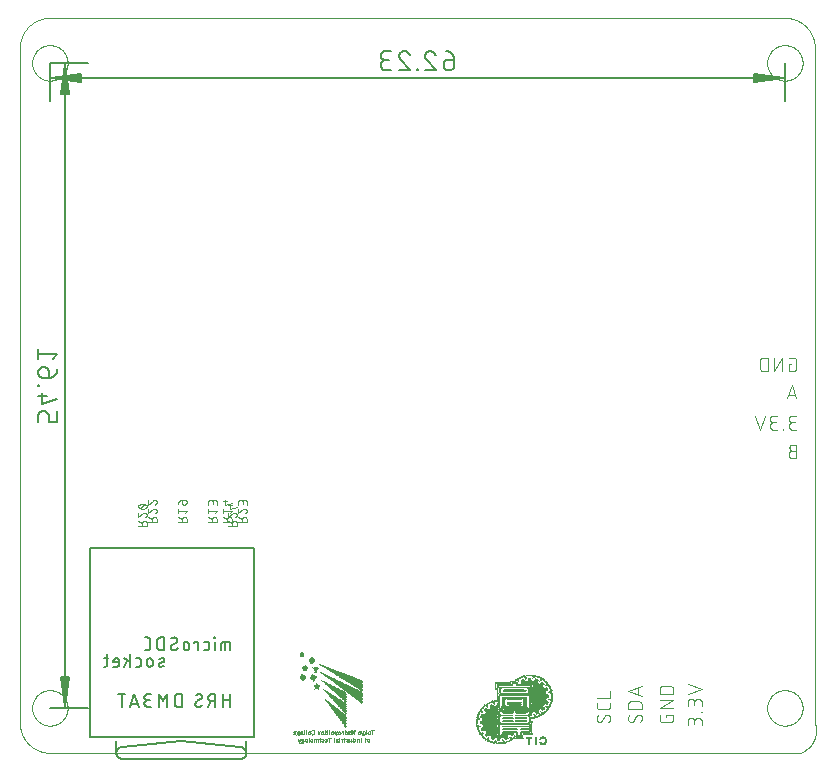
<source format=gbo>
G75*
%MOIN*%
%OFA0B0*%
%FSLAX25Y25*%
%IPPOS*%
%LPD*%
%AMOC8*
5,1,8,0,0,1.08239X$1,22.5*
%
%ADD10C,0.00000*%
%ADD11C,0.00512*%
%ADD12C,0.00600*%
%ADD13C,0.00400*%
%ADD14C,0.00300*%
%ADD15C,0.00500*%
%ADD16C,0.00800*%
%ADD17R,0.00800X0.00100*%
%ADD18R,0.01300X0.00100*%
%ADD19R,0.00500X0.00100*%
%ADD20R,0.00600X0.00100*%
%ADD21R,0.01500X0.00100*%
%ADD22R,0.01700X0.00100*%
%ADD23R,0.01900X0.00100*%
%ADD24R,0.02700X0.00100*%
%ADD25R,0.00200X0.00100*%
%ADD26R,0.00700X0.00100*%
%ADD27R,0.00100X0.00100*%
%ADD28R,0.00400X0.00100*%
%ADD29R,0.02100X0.00100*%
%ADD30R,0.00300X0.00100*%
%ADD31R,0.01100X0.00100*%
%ADD32R,0.01000X0.00100*%
%ADD33R,0.01600X0.00100*%
%ADD34R,0.00900X0.00100*%
%ADD35R,0.03100X0.00100*%
%ADD36R,0.02200X0.00100*%
%ADD37R,0.01200X0.00100*%
%ADD38R,0.01800X0.00100*%
%ADD39R,0.04000X0.00100*%
%ADD40R,0.05500X0.00100*%
%ADD41R,0.05400X0.00100*%
%ADD42R,0.02300X0.00100*%
%ADD43R,0.02500X0.00100*%
%ADD44R,0.02600X0.00100*%
%ADD45R,0.02800X0.00100*%
%ADD46R,0.04300X0.00100*%
%ADD47R,0.03200X0.00100*%
%ADD48R,0.04200X0.00100*%
%ADD49R,0.04100X0.00100*%
%ADD50R,0.03500X0.00100*%
%ADD51R,0.05300X0.00100*%
%ADD52R,0.03900X0.00100*%
%ADD53R,0.03800X0.00100*%
%ADD54R,0.05100X0.00100*%
%ADD55R,0.03400X0.00100*%
%ADD56R,0.04900X0.00100*%
%ADD57R,0.04600X0.00100*%
%ADD58R,0.03300X0.00100*%
%ADD59R,0.04700X0.00100*%
%ADD60R,0.05600X0.00100*%
%ADD61R,0.09200X0.00100*%
%ADD62R,0.04800X0.00100*%
%ADD63R,0.09600X0.00100*%
%ADD64R,0.01400X0.00100*%
%ADD65R,0.09400X0.00100*%
%ADD66R,0.05000X0.00100*%
%ADD67R,0.10800X0.00100*%
%ADD68R,0.05200X0.00100*%
%ADD69R,0.05700X0.00100*%
%ADD70R,0.06000X0.00100*%
%ADD71R,0.06100X0.00100*%
%ADD72R,0.03700X0.00100*%
%ADD73R,0.03600X0.00100*%
%ADD74R,0.03000X0.00100*%
%ADD75R,0.02900X0.00100*%
%ADD76R,0.05800X0.00100*%
%ADD77R,0.04400X0.00100*%
%ADD78R,0.10700X0.00100*%
%ADD79R,0.02400X0.00100*%
%ADD80R,0.07100X0.00100*%
%ADD81R,0.04500X0.00100*%
%ADD82R,0.08600X0.00100*%
%ADD83R,0.08500X0.00100*%
%ADD84R,0.08400X0.00100*%
%ADD85R,0.08300X0.00100*%
%ADD86R,0.08100X0.00100*%
%ADD87R,0.08000X0.00100*%
%ADD88R,0.07700X0.00100*%
%ADD89R,0.10100X0.00100*%
%ADD90R,0.07000X0.00100*%
%ADD91R,0.07500X0.00100*%
%ADD92R,0.07600X0.00100*%
%ADD93R,0.05900X0.00100*%
%ADD94R,0.07300X0.00100*%
%ADD95R,0.06800X0.00100*%
%ADD96R,0.11700X0.00100*%
%ADD97R,0.02000X0.00100*%
D10*
X0081800Y0068933D02*
X0081800Y0293933D01*
X0081803Y0294175D01*
X0081812Y0294416D01*
X0081826Y0294657D01*
X0081847Y0294898D01*
X0081873Y0295138D01*
X0081905Y0295378D01*
X0081943Y0295617D01*
X0081986Y0295854D01*
X0082036Y0296091D01*
X0082091Y0296326D01*
X0082151Y0296560D01*
X0082218Y0296792D01*
X0082289Y0297023D01*
X0082367Y0297252D01*
X0082450Y0297479D01*
X0082538Y0297704D01*
X0082632Y0297927D01*
X0082731Y0298147D01*
X0082836Y0298365D01*
X0082945Y0298580D01*
X0083060Y0298793D01*
X0083180Y0299003D01*
X0083305Y0299209D01*
X0083435Y0299413D01*
X0083570Y0299614D01*
X0083710Y0299811D01*
X0083854Y0300005D01*
X0084003Y0300195D01*
X0084157Y0300381D01*
X0084315Y0300564D01*
X0084477Y0300743D01*
X0084644Y0300918D01*
X0084815Y0301089D01*
X0084990Y0301256D01*
X0085169Y0301418D01*
X0085352Y0301576D01*
X0085538Y0301730D01*
X0085728Y0301879D01*
X0085922Y0302023D01*
X0086119Y0302163D01*
X0086320Y0302298D01*
X0086524Y0302428D01*
X0086730Y0302553D01*
X0086940Y0302673D01*
X0087153Y0302788D01*
X0087368Y0302897D01*
X0087586Y0303002D01*
X0087806Y0303101D01*
X0088029Y0303195D01*
X0088254Y0303283D01*
X0088481Y0303366D01*
X0088710Y0303444D01*
X0088941Y0303515D01*
X0089173Y0303582D01*
X0089407Y0303642D01*
X0089642Y0303697D01*
X0089879Y0303747D01*
X0090116Y0303790D01*
X0090355Y0303828D01*
X0090595Y0303860D01*
X0090835Y0303886D01*
X0091076Y0303907D01*
X0091317Y0303921D01*
X0091558Y0303930D01*
X0091800Y0303933D01*
X0336800Y0303933D01*
X0337042Y0303930D01*
X0337283Y0303921D01*
X0337524Y0303907D01*
X0337765Y0303886D01*
X0338005Y0303860D01*
X0338245Y0303828D01*
X0338484Y0303790D01*
X0338721Y0303747D01*
X0338958Y0303697D01*
X0339193Y0303642D01*
X0339427Y0303582D01*
X0339659Y0303515D01*
X0339890Y0303444D01*
X0340119Y0303366D01*
X0340346Y0303283D01*
X0340571Y0303195D01*
X0340794Y0303101D01*
X0341014Y0303002D01*
X0341232Y0302897D01*
X0341447Y0302788D01*
X0341660Y0302673D01*
X0341870Y0302553D01*
X0342076Y0302428D01*
X0342280Y0302298D01*
X0342481Y0302163D01*
X0342678Y0302023D01*
X0342872Y0301879D01*
X0343062Y0301730D01*
X0343248Y0301576D01*
X0343431Y0301418D01*
X0343610Y0301256D01*
X0343785Y0301089D01*
X0343956Y0300918D01*
X0344123Y0300743D01*
X0344285Y0300564D01*
X0344443Y0300381D01*
X0344597Y0300195D01*
X0344746Y0300005D01*
X0344890Y0299811D01*
X0345030Y0299614D01*
X0345165Y0299413D01*
X0345295Y0299209D01*
X0345420Y0299003D01*
X0345540Y0298793D01*
X0345655Y0298580D01*
X0345764Y0298365D01*
X0345869Y0298147D01*
X0345968Y0297927D01*
X0346062Y0297704D01*
X0346150Y0297479D01*
X0346233Y0297252D01*
X0346311Y0297023D01*
X0346382Y0296792D01*
X0346449Y0296560D01*
X0346509Y0296326D01*
X0346564Y0296091D01*
X0346614Y0295854D01*
X0346657Y0295617D01*
X0346695Y0295378D01*
X0346727Y0295138D01*
X0346753Y0294898D01*
X0346774Y0294657D01*
X0346788Y0294416D01*
X0346797Y0294175D01*
X0346800Y0293933D01*
X0346800Y0068933D01*
X0346859Y0068751D01*
X0346912Y0068568D01*
X0346962Y0068383D01*
X0347007Y0068198D01*
X0347047Y0068011D01*
X0347083Y0067823D01*
X0347114Y0067635D01*
X0347141Y0067446D01*
X0347163Y0067256D01*
X0347181Y0067066D01*
X0347194Y0066875D01*
X0347202Y0066684D01*
X0347206Y0066493D01*
X0347205Y0066302D01*
X0347199Y0066111D01*
X0347189Y0065920D01*
X0347175Y0065730D01*
X0347155Y0065540D01*
X0347131Y0065350D01*
X0347103Y0065161D01*
X0347070Y0064973D01*
X0347032Y0064786D01*
X0346990Y0064599D01*
X0346944Y0064414D01*
X0346893Y0064230D01*
X0346837Y0064047D01*
X0346778Y0063866D01*
X0346713Y0063686D01*
X0346645Y0063507D01*
X0346572Y0063331D01*
X0346495Y0063156D01*
X0346414Y0062983D01*
X0346328Y0062812D01*
X0346239Y0062643D01*
X0346145Y0062477D01*
X0346047Y0062313D01*
X0345946Y0062151D01*
X0345840Y0061991D01*
X0345731Y0061835D01*
X0345618Y0061681D01*
X0345502Y0061529D01*
X0345381Y0061381D01*
X0345257Y0061235D01*
X0345130Y0061093D01*
X0344999Y0060954D01*
X0344865Y0060818D01*
X0344728Y0060685D01*
X0344587Y0060555D01*
X0344444Y0060429D01*
X0344297Y0060307D01*
X0344148Y0060188D01*
X0343995Y0060072D01*
X0343840Y0059961D01*
X0343683Y0059853D01*
X0343522Y0059749D01*
X0343360Y0059649D01*
X0343195Y0059553D01*
X0343027Y0059461D01*
X0342858Y0059373D01*
X0342686Y0059289D01*
X0342512Y0059209D01*
X0342337Y0059134D01*
X0342160Y0059062D01*
X0341981Y0058995D01*
X0341800Y0058933D01*
X0091800Y0058933D01*
X0091558Y0058936D01*
X0091317Y0058945D01*
X0091076Y0058959D01*
X0090835Y0058980D01*
X0090595Y0059006D01*
X0090355Y0059038D01*
X0090116Y0059076D01*
X0089879Y0059119D01*
X0089642Y0059169D01*
X0089407Y0059224D01*
X0089173Y0059284D01*
X0088941Y0059351D01*
X0088710Y0059422D01*
X0088481Y0059500D01*
X0088254Y0059583D01*
X0088029Y0059671D01*
X0087806Y0059765D01*
X0087586Y0059864D01*
X0087368Y0059969D01*
X0087153Y0060078D01*
X0086940Y0060193D01*
X0086730Y0060313D01*
X0086524Y0060438D01*
X0086320Y0060568D01*
X0086119Y0060703D01*
X0085922Y0060843D01*
X0085728Y0060987D01*
X0085538Y0061136D01*
X0085352Y0061290D01*
X0085169Y0061448D01*
X0084990Y0061610D01*
X0084815Y0061777D01*
X0084644Y0061948D01*
X0084477Y0062123D01*
X0084315Y0062302D01*
X0084157Y0062485D01*
X0084003Y0062671D01*
X0083854Y0062861D01*
X0083710Y0063055D01*
X0083570Y0063252D01*
X0083435Y0063453D01*
X0083305Y0063657D01*
X0083180Y0063863D01*
X0083060Y0064073D01*
X0082945Y0064286D01*
X0082836Y0064501D01*
X0082731Y0064719D01*
X0082632Y0064939D01*
X0082538Y0065162D01*
X0082450Y0065387D01*
X0082367Y0065614D01*
X0082289Y0065843D01*
X0082218Y0066074D01*
X0082151Y0066306D01*
X0082091Y0066540D01*
X0082036Y0066775D01*
X0081986Y0067012D01*
X0081943Y0067249D01*
X0081905Y0067488D01*
X0081873Y0067728D01*
X0081847Y0067968D01*
X0081826Y0068209D01*
X0081812Y0068450D01*
X0081803Y0068691D01*
X0081800Y0068933D01*
X0085894Y0073933D02*
X0085896Y0074086D01*
X0085902Y0074240D01*
X0085912Y0074393D01*
X0085926Y0074545D01*
X0085944Y0074698D01*
X0085966Y0074849D01*
X0085991Y0075000D01*
X0086021Y0075151D01*
X0086055Y0075301D01*
X0086092Y0075449D01*
X0086133Y0075597D01*
X0086178Y0075743D01*
X0086227Y0075889D01*
X0086280Y0076033D01*
X0086336Y0076175D01*
X0086396Y0076316D01*
X0086460Y0076456D01*
X0086527Y0076594D01*
X0086598Y0076730D01*
X0086673Y0076864D01*
X0086750Y0076996D01*
X0086832Y0077126D01*
X0086916Y0077254D01*
X0087004Y0077380D01*
X0087095Y0077503D01*
X0087189Y0077624D01*
X0087287Y0077742D01*
X0087387Y0077858D01*
X0087491Y0077971D01*
X0087597Y0078082D01*
X0087706Y0078190D01*
X0087818Y0078295D01*
X0087932Y0078396D01*
X0088050Y0078495D01*
X0088169Y0078591D01*
X0088291Y0078684D01*
X0088416Y0078773D01*
X0088543Y0078860D01*
X0088672Y0078942D01*
X0088803Y0079022D01*
X0088936Y0079098D01*
X0089071Y0079171D01*
X0089208Y0079240D01*
X0089347Y0079305D01*
X0089487Y0079367D01*
X0089629Y0079425D01*
X0089772Y0079480D01*
X0089917Y0079531D01*
X0090063Y0079578D01*
X0090210Y0079621D01*
X0090358Y0079660D01*
X0090507Y0079696D01*
X0090657Y0079727D01*
X0090808Y0079755D01*
X0090959Y0079779D01*
X0091112Y0079799D01*
X0091264Y0079815D01*
X0091417Y0079827D01*
X0091570Y0079835D01*
X0091723Y0079839D01*
X0091877Y0079839D01*
X0092030Y0079835D01*
X0092183Y0079827D01*
X0092336Y0079815D01*
X0092488Y0079799D01*
X0092641Y0079779D01*
X0092792Y0079755D01*
X0092943Y0079727D01*
X0093093Y0079696D01*
X0093242Y0079660D01*
X0093390Y0079621D01*
X0093537Y0079578D01*
X0093683Y0079531D01*
X0093828Y0079480D01*
X0093971Y0079425D01*
X0094113Y0079367D01*
X0094253Y0079305D01*
X0094392Y0079240D01*
X0094529Y0079171D01*
X0094664Y0079098D01*
X0094797Y0079022D01*
X0094928Y0078942D01*
X0095057Y0078860D01*
X0095184Y0078773D01*
X0095309Y0078684D01*
X0095431Y0078591D01*
X0095550Y0078495D01*
X0095668Y0078396D01*
X0095782Y0078295D01*
X0095894Y0078190D01*
X0096003Y0078082D01*
X0096109Y0077971D01*
X0096213Y0077858D01*
X0096313Y0077742D01*
X0096411Y0077624D01*
X0096505Y0077503D01*
X0096596Y0077380D01*
X0096684Y0077254D01*
X0096768Y0077126D01*
X0096850Y0076996D01*
X0096927Y0076864D01*
X0097002Y0076730D01*
X0097073Y0076594D01*
X0097140Y0076456D01*
X0097204Y0076316D01*
X0097264Y0076175D01*
X0097320Y0076033D01*
X0097373Y0075889D01*
X0097422Y0075743D01*
X0097467Y0075597D01*
X0097508Y0075449D01*
X0097545Y0075301D01*
X0097579Y0075151D01*
X0097609Y0075000D01*
X0097634Y0074849D01*
X0097656Y0074698D01*
X0097674Y0074545D01*
X0097688Y0074393D01*
X0097698Y0074240D01*
X0097704Y0074086D01*
X0097706Y0073933D01*
X0097704Y0073780D01*
X0097698Y0073626D01*
X0097688Y0073473D01*
X0097674Y0073321D01*
X0097656Y0073168D01*
X0097634Y0073017D01*
X0097609Y0072866D01*
X0097579Y0072715D01*
X0097545Y0072565D01*
X0097508Y0072417D01*
X0097467Y0072269D01*
X0097422Y0072123D01*
X0097373Y0071977D01*
X0097320Y0071833D01*
X0097264Y0071691D01*
X0097204Y0071550D01*
X0097140Y0071410D01*
X0097073Y0071272D01*
X0097002Y0071136D01*
X0096927Y0071002D01*
X0096850Y0070870D01*
X0096768Y0070740D01*
X0096684Y0070612D01*
X0096596Y0070486D01*
X0096505Y0070363D01*
X0096411Y0070242D01*
X0096313Y0070124D01*
X0096213Y0070008D01*
X0096109Y0069895D01*
X0096003Y0069784D01*
X0095894Y0069676D01*
X0095782Y0069571D01*
X0095668Y0069470D01*
X0095550Y0069371D01*
X0095431Y0069275D01*
X0095309Y0069182D01*
X0095184Y0069093D01*
X0095057Y0069006D01*
X0094928Y0068924D01*
X0094797Y0068844D01*
X0094664Y0068768D01*
X0094529Y0068695D01*
X0094392Y0068626D01*
X0094253Y0068561D01*
X0094113Y0068499D01*
X0093971Y0068441D01*
X0093828Y0068386D01*
X0093683Y0068335D01*
X0093537Y0068288D01*
X0093390Y0068245D01*
X0093242Y0068206D01*
X0093093Y0068170D01*
X0092943Y0068139D01*
X0092792Y0068111D01*
X0092641Y0068087D01*
X0092488Y0068067D01*
X0092336Y0068051D01*
X0092183Y0068039D01*
X0092030Y0068031D01*
X0091877Y0068027D01*
X0091723Y0068027D01*
X0091570Y0068031D01*
X0091417Y0068039D01*
X0091264Y0068051D01*
X0091112Y0068067D01*
X0090959Y0068087D01*
X0090808Y0068111D01*
X0090657Y0068139D01*
X0090507Y0068170D01*
X0090358Y0068206D01*
X0090210Y0068245D01*
X0090063Y0068288D01*
X0089917Y0068335D01*
X0089772Y0068386D01*
X0089629Y0068441D01*
X0089487Y0068499D01*
X0089347Y0068561D01*
X0089208Y0068626D01*
X0089071Y0068695D01*
X0088936Y0068768D01*
X0088803Y0068844D01*
X0088672Y0068924D01*
X0088543Y0069006D01*
X0088416Y0069093D01*
X0088291Y0069182D01*
X0088169Y0069275D01*
X0088050Y0069371D01*
X0087932Y0069470D01*
X0087818Y0069571D01*
X0087706Y0069676D01*
X0087597Y0069784D01*
X0087491Y0069895D01*
X0087387Y0070008D01*
X0087287Y0070124D01*
X0087189Y0070242D01*
X0087095Y0070363D01*
X0087004Y0070486D01*
X0086916Y0070612D01*
X0086832Y0070740D01*
X0086750Y0070870D01*
X0086673Y0071002D01*
X0086598Y0071136D01*
X0086527Y0071272D01*
X0086460Y0071410D01*
X0086396Y0071550D01*
X0086336Y0071691D01*
X0086280Y0071833D01*
X0086227Y0071977D01*
X0086178Y0072123D01*
X0086133Y0072269D01*
X0086092Y0072417D01*
X0086055Y0072565D01*
X0086021Y0072715D01*
X0085991Y0072866D01*
X0085966Y0073017D01*
X0085944Y0073168D01*
X0085926Y0073321D01*
X0085912Y0073473D01*
X0085902Y0073626D01*
X0085896Y0073780D01*
X0085894Y0073933D01*
X0330894Y0073933D02*
X0330896Y0074086D01*
X0330902Y0074240D01*
X0330912Y0074393D01*
X0330926Y0074545D01*
X0330944Y0074698D01*
X0330966Y0074849D01*
X0330991Y0075000D01*
X0331021Y0075151D01*
X0331055Y0075301D01*
X0331092Y0075449D01*
X0331133Y0075597D01*
X0331178Y0075743D01*
X0331227Y0075889D01*
X0331280Y0076033D01*
X0331336Y0076175D01*
X0331396Y0076316D01*
X0331460Y0076456D01*
X0331527Y0076594D01*
X0331598Y0076730D01*
X0331673Y0076864D01*
X0331750Y0076996D01*
X0331832Y0077126D01*
X0331916Y0077254D01*
X0332004Y0077380D01*
X0332095Y0077503D01*
X0332189Y0077624D01*
X0332287Y0077742D01*
X0332387Y0077858D01*
X0332491Y0077971D01*
X0332597Y0078082D01*
X0332706Y0078190D01*
X0332818Y0078295D01*
X0332932Y0078396D01*
X0333050Y0078495D01*
X0333169Y0078591D01*
X0333291Y0078684D01*
X0333416Y0078773D01*
X0333543Y0078860D01*
X0333672Y0078942D01*
X0333803Y0079022D01*
X0333936Y0079098D01*
X0334071Y0079171D01*
X0334208Y0079240D01*
X0334347Y0079305D01*
X0334487Y0079367D01*
X0334629Y0079425D01*
X0334772Y0079480D01*
X0334917Y0079531D01*
X0335063Y0079578D01*
X0335210Y0079621D01*
X0335358Y0079660D01*
X0335507Y0079696D01*
X0335657Y0079727D01*
X0335808Y0079755D01*
X0335959Y0079779D01*
X0336112Y0079799D01*
X0336264Y0079815D01*
X0336417Y0079827D01*
X0336570Y0079835D01*
X0336723Y0079839D01*
X0336877Y0079839D01*
X0337030Y0079835D01*
X0337183Y0079827D01*
X0337336Y0079815D01*
X0337488Y0079799D01*
X0337641Y0079779D01*
X0337792Y0079755D01*
X0337943Y0079727D01*
X0338093Y0079696D01*
X0338242Y0079660D01*
X0338390Y0079621D01*
X0338537Y0079578D01*
X0338683Y0079531D01*
X0338828Y0079480D01*
X0338971Y0079425D01*
X0339113Y0079367D01*
X0339253Y0079305D01*
X0339392Y0079240D01*
X0339529Y0079171D01*
X0339664Y0079098D01*
X0339797Y0079022D01*
X0339928Y0078942D01*
X0340057Y0078860D01*
X0340184Y0078773D01*
X0340309Y0078684D01*
X0340431Y0078591D01*
X0340550Y0078495D01*
X0340668Y0078396D01*
X0340782Y0078295D01*
X0340894Y0078190D01*
X0341003Y0078082D01*
X0341109Y0077971D01*
X0341213Y0077858D01*
X0341313Y0077742D01*
X0341411Y0077624D01*
X0341505Y0077503D01*
X0341596Y0077380D01*
X0341684Y0077254D01*
X0341768Y0077126D01*
X0341850Y0076996D01*
X0341927Y0076864D01*
X0342002Y0076730D01*
X0342073Y0076594D01*
X0342140Y0076456D01*
X0342204Y0076316D01*
X0342264Y0076175D01*
X0342320Y0076033D01*
X0342373Y0075889D01*
X0342422Y0075743D01*
X0342467Y0075597D01*
X0342508Y0075449D01*
X0342545Y0075301D01*
X0342579Y0075151D01*
X0342609Y0075000D01*
X0342634Y0074849D01*
X0342656Y0074698D01*
X0342674Y0074545D01*
X0342688Y0074393D01*
X0342698Y0074240D01*
X0342704Y0074086D01*
X0342706Y0073933D01*
X0342704Y0073780D01*
X0342698Y0073626D01*
X0342688Y0073473D01*
X0342674Y0073321D01*
X0342656Y0073168D01*
X0342634Y0073017D01*
X0342609Y0072866D01*
X0342579Y0072715D01*
X0342545Y0072565D01*
X0342508Y0072417D01*
X0342467Y0072269D01*
X0342422Y0072123D01*
X0342373Y0071977D01*
X0342320Y0071833D01*
X0342264Y0071691D01*
X0342204Y0071550D01*
X0342140Y0071410D01*
X0342073Y0071272D01*
X0342002Y0071136D01*
X0341927Y0071002D01*
X0341850Y0070870D01*
X0341768Y0070740D01*
X0341684Y0070612D01*
X0341596Y0070486D01*
X0341505Y0070363D01*
X0341411Y0070242D01*
X0341313Y0070124D01*
X0341213Y0070008D01*
X0341109Y0069895D01*
X0341003Y0069784D01*
X0340894Y0069676D01*
X0340782Y0069571D01*
X0340668Y0069470D01*
X0340550Y0069371D01*
X0340431Y0069275D01*
X0340309Y0069182D01*
X0340184Y0069093D01*
X0340057Y0069006D01*
X0339928Y0068924D01*
X0339797Y0068844D01*
X0339664Y0068768D01*
X0339529Y0068695D01*
X0339392Y0068626D01*
X0339253Y0068561D01*
X0339113Y0068499D01*
X0338971Y0068441D01*
X0338828Y0068386D01*
X0338683Y0068335D01*
X0338537Y0068288D01*
X0338390Y0068245D01*
X0338242Y0068206D01*
X0338093Y0068170D01*
X0337943Y0068139D01*
X0337792Y0068111D01*
X0337641Y0068087D01*
X0337488Y0068067D01*
X0337336Y0068051D01*
X0337183Y0068039D01*
X0337030Y0068031D01*
X0336877Y0068027D01*
X0336723Y0068027D01*
X0336570Y0068031D01*
X0336417Y0068039D01*
X0336264Y0068051D01*
X0336112Y0068067D01*
X0335959Y0068087D01*
X0335808Y0068111D01*
X0335657Y0068139D01*
X0335507Y0068170D01*
X0335358Y0068206D01*
X0335210Y0068245D01*
X0335063Y0068288D01*
X0334917Y0068335D01*
X0334772Y0068386D01*
X0334629Y0068441D01*
X0334487Y0068499D01*
X0334347Y0068561D01*
X0334208Y0068626D01*
X0334071Y0068695D01*
X0333936Y0068768D01*
X0333803Y0068844D01*
X0333672Y0068924D01*
X0333543Y0069006D01*
X0333416Y0069093D01*
X0333291Y0069182D01*
X0333169Y0069275D01*
X0333050Y0069371D01*
X0332932Y0069470D01*
X0332818Y0069571D01*
X0332706Y0069676D01*
X0332597Y0069784D01*
X0332491Y0069895D01*
X0332387Y0070008D01*
X0332287Y0070124D01*
X0332189Y0070242D01*
X0332095Y0070363D01*
X0332004Y0070486D01*
X0331916Y0070612D01*
X0331832Y0070740D01*
X0331750Y0070870D01*
X0331673Y0071002D01*
X0331598Y0071136D01*
X0331527Y0071272D01*
X0331460Y0071410D01*
X0331396Y0071550D01*
X0331336Y0071691D01*
X0331280Y0071833D01*
X0331227Y0071977D01*
X0331178Y0072123D01*
X0331133Y0072269D01*
X0331092Y0072417D01*
X0331055Y0072565D01*
X0331021Y0072715D01*
X0330991Y0072866D01*
X0330966Y0073017D01*
X0330944Y0073168D01*
X0330926Y0073321D01*
X0330912Y0073473D01*
X0330902Y0073626D01*
X0330896Y0073780D01*
X0330894Y0073933D01*
X0330894Y0288933D02*
X0330896Y0289086D01*
X0330902Y0289240D01*
X0330912Y0289393D01*
X0330926Y0289545D01*
X0330944Y0289698D01*
X0330966Y0289849D01*
X0330991Y0290000D01*
X0331021Y0290151D01*
X0331055Y0290301D01*
X0331092Y0290449D01*
X0331133Y0290597D01*
X0331178Y0290743D01*
X0331227Y0290889D01*
X0331280Y0291033D01*
X0331336Y0291175D01*
X0331396Y0291316D01*
X0331460Y0291456D01*
X0331527Y0291594D01*
X0331598Y0291730D01*
X0331673Y0291864D01*
X0331750Y0291996D01*
X0331832Y0292126D01*
X0331916Y0292254D01*
X0332004Y0292380D01*
X0332095Y0292503D01*
X0332189Y0292624D01*
X0332287Y0292742D01*
X0332387Y0292858D01*
X0332491Y0292971D01*
X0332597Y0293082D01*
X0332706Y0293190D01*
X0332818Y0293295D01*
X0332932Y0293396D01*
X0333050Y0293495D01*
X0333169Y0293591D01*
X0333291Y0293684D01*
X0333416Y0293773D01*
X0333543Y0293860D01*
X0333672Y0293942D01*
X0333803Y0294022D01*
X0333936Y0294098D01*
X0334071Y0294171D01*
X0334208Y0294240D01*
X0334347Y0294305D01*
X0334487Y0294367D01*
X0334629Y0294425D01*
X0334772Y0294480D01*
X0334917Y0294531D01*
X0335063Y0294578D01*
X0335210Y0294621D01*
X0335358Y0294660D01*
X0335507Y0294696D01*
X0335657Y0294727D01*
X0335808Y0294755D01*
X0335959Y0294779D01*
X0336112Y0294799D01*
X0336264Y0294815D01*
X0336417Y0294827D01*
X0336570Y0294835D01*
X0336723Y0294839D01*
X0336877Y0294839D01*
X0337030Y0294835D01*
X0337183Y0294827D01*
X0337336Y0294815D01*
X0337488Y0294799D01*
X0337641Y0294779D01*
X0337792Y0294755D01*
X0337943Y0294727D01*
X0338093Y0294696D01*
X0338242Y0294660D01*
X0338390Y0294621D01*
X0338537Y0294578D01*
X0338683Y0294531D01*
X0338828Y0294480D01*
X0338971Y0294425D01*
X0339113Y0294367D01*
X0339253Y0294305D01*
X0339392Y0294240D01*
X0339529Y0294171D01*
X0339664Y0294098D01*
X0339797Y0294022D01*
X0339928Y0293942D01*
X0340057Y0293860D01*
X0340184Y0293773D01*
X0340309Y0293684D01*
X0340431Y0293591D01*
X0340550Y0293495D01*
X0340668Y0293396D01*
X0340782Y0293295D01*
X0340894Y0293190D01*
X0341003Y0293082D01*
X0341109Y0292971D01*
X0341213Y0292858D01*
X0341313Y0292742D01*
X0341411Y0292624D01*
X0341505Y0292503D01*
X0341596Y0292380D01*
X0341684Y0292254D01*
X0341768Y0292126D01*
X0341850Y0291996D01*
X0341927Y0291864D01*
X0342002Y0291730D01*
X0342073Y0291594D01*
X0342140Y0291456D01*
X0342204Y0291316D01*
X0342264Y0291175D01*
X0342320Y0291033D01*
X0342373Y0290889D01*
X0342422Y0290743D01*
X0342467Y0290597D01*
X0342508Y0290449D01*
X0342545Y0290301D01*
X0342579Y0290151D01*
X0342609Y0290000D01*
X0342634Y0289849D01*
X0342656Y0289698D01*
X0342674Y0289545D01*
X0342688Y0289393D01*
X0342698Y0289240D01*
X0342704Y0289086D01*
X0342706Y0288933D01*
X0342704Y0288780D01*
X0342698Y0288626D01*
X0342688Y0288473D01*
X0342674Y0288321D01*
X0342656Y0288168D01*
X0342634Y0288017D01*
X0342609Y0287866D01*
X0342579Y0287715D01*
X0342545Y0287565D01*
X0342508Y0287417D01*
X0342467Y0287269D01*
X0342422Y0287123D01*
X0342373Y0286977D01*
X0342320Y0286833D01*
X0342264Y0286691D01*
X0342204Y0286550D01*
X0342140Y0286410D01*
X0342073Y0286272D01*
X0342002Y0286136D01*
X0341927Y0286002D01*
X0341850Y0285870D01*
X0341768Y0285740D01*
X0341684Y0285612D01*
X0341596Y0285486D01*
X0341505Y0285363D01*
X0341411Y0285242D01*
X0341313Y0285124D01*
X0341213Y0285008D01*
X0341109Y0284895D01*
X0341003Y0284784D01*
X0340894Y0284676D01*
X0340782Y0284571D01*
X0340668Y0284470D01*
X0340550Y0284371D01*
X0340431Y0284275D01*
X0340309Y0284182D01*
X0340184Y0284093D01*
X0340057Y0284006D01*
X0339928Y0283924D01*
X0339797Y0283844D01*
X0339664Y0283768D01*
X0339529Y0283695D01*
X0339392Y0283626D01*
X0339253Y0283561D01*
X0339113Y0283499D01*
X0338971Y0283441D01*
X0338828Y0283386D01*
X0338683Y0283335D01*
X0338537Y0283288D01*
X0338390Y0283245D01*
X0338242Y0283206D01*
X0338093Y0283170D01*
X0337943Y0283139D01*
X0337792Y0283111D01*
X0337641Y0283087D01*
X0337488Y0283067D01*
X0337336Y0283051D01*
X0337183Y0283039D01*
X0337030Y0283031D01*
X0336877Y0283027D01*
X0336723Y0283027D01*
X0336570Y0283031D01*
X0336417Y0283039D01*
X0336264Y0283051D01*
X0336112Y0283067D01*
X0335959Y0283087D01*
X0335808Y0283111D01*
X0335657Y0283139D01*
X0335507Y0283170D01*
X0335358Y0283206D01*
X0335210Y0283245D01*
X0335063Y0283288D01*
X0334917Y0283335D01*
X0334772Y0283386D01*
X0334629Y0283441D01*
X0334487Y0283499D01*
X0334347Y0283561D01*
X0334208Y0283626D01*
X0334071Y0283695D01*
X0333936Y0283768D01*
X0333803Y0283844D01*
X0333672Y0283924D01*
X0333543Y0284006D01*
X0333416Y0284093D01*
X0333291Y0284182D01*
X0333169Y0284275D01*
X0333050Y0284371D01*
X0332932Y0284470D01*
X0332818Y0284571D01*
X0332706Y0284676D01*
X0332597Y0284784D01*
X0332491Y0284895D01*
X0332387Y0285008D01*
X0332287Y0285124D01*
X0332189Y0285242D01*
X0332095Y0285363D01*
X0332004Y0285486D01*
X0331916Y0285612D01*
X0331832Y0285740D01*
X0331750Y0285870D01*
X0331673Y0286002D01*
X0331598Y0286136D01*
X0331527Y0286272D01*
X0331460Y0286410D01*
X0331396Y0286550D01*
X0331336Y0286691D01*
X0331280Y0286833D01*
X0331227Y0286977D01*
X0331178Y0287123D01*
X0331133Y0287269D01*
X0331092Y0287417D01*
X0331055Y0287565D01*
X0331021Y0287715D01*
X0330991Y0287866D01*
X0330966Y0288017D01*
X0330944Y0288168D01*
X0330926Y0288321D01*
X0330912Y0288473D01*
X0330902Y0288626D01*
X0330896Y0288780D01*
X0330894Y0288933D01*
X0085894Y0288933D02*
X0085896Y0289086D01*
X0085902Y0289240D01*
X0085912Y0289393D01*
X0085926Y0289545D01*
X0085944Y0289698D01*
X0085966Y0289849D01*
X0085991Y0290000D01*
X0086021Y0290151D01*
X0086055Y0290301D01*
X0086092Y0290449D01*
X0086133Y0290597D01*
X0086178Y0290743D01*
X0086227Y0290889D01*
X0086280Y0291033D01*
X0086336Y0291175D01*
X0086396Y0291316D01*
X0086460Y0291456D01*
X0086527Y0291594D01*
X0086598Y0291730D01*
X0086673Y0291864D01*
X0086750Y0291996D01*
X0086832Y0292126D01*
X0086916Y0292254D01*
X0087004Y0292380D01*
X0087095Y0292503D01*
X0087189Y0292624D01*
X0087287Y0292742D01*
X0087387Y0292858D01*
X0087491Y0292971D01*
X0087597Y0293082D01*
X0087706Y0293190D01*
X0087818Y0293295D01*
X0087932Y0293396D01*
X0088050Y0293495D01*
X0088169Y0293591D01*
X0088291Y0293684D01*
X0088416Y0293773D01*
X0088543Y0293860D01*
X0088672Y0293942D01*
X0088803Y0294022D01*
X0088936Y0294098D01*
X0089071Y0294171D01*
X0089208Y0294240D01*
X0089347Y0294305D01*
X0089487Y0294367D01*
X0089629Y0294425D01*
X0089772Y0294480D01*
X0089917Y0294531D01*
X0090063Y0294578D01*
X0090210Y0294621D01*
X0090358Y0294660D01*
X0090507Y0294696D01*
X0090657Y0294727D01*
X0090808Y0294755D01*
X0090959Y0294779D01*
X0091112Y0294799D01*
X0091264Y0294815D01*
X0091417Y0294827D01*
X0091570Y0294835D01*
X0091723Y0294839D01*
X0091877Y0294839D01*
X0092030Y0294835D01*
X0092183Y0294827D01*
X0092336Y0294815D01*
X0092488Y0294799D01*
X0092641Y0294779D01*
X0092792Y0294755D01*
X0092943Y0294727D01*
X0093093Y0294696D01*
X0093242Y0294660D01*
X0093390Y0294621D01*
X0093537Y0294578D01*
X0093683Y0294531D01*
X0093828Y0294480D01*
X0093971Y0294425D01*
X0094113Y0294367D01*
X0094253Y0294305D01*
X0094392Y0294240D01*
X0094529Y0294171D01*
X0094664Y0294098D01*
X0094797Y0294022D01*
X0094928Y0293942D01*
X0095057Y0293860D01*
X0095184Y0293773D01*
X0095309Y0293684D01*
X0095431Y0293591D01*
X0095550Y0293495D01*
X0095668Y0293396D01*
X0095782Y0293295D01*
X0095894Y0293190D01*
X0096003Y0293082D01*
X0096109Y0292971D01*
X0096213Y0292858D01*
X0096313Y0292742D01*
X0096411Y0292624D01*
X0096505Y0292503D01*
X0096596Y0292380D01*
X0096684Y0292254D01*
X0096768Y0292126D01*
X0096850Y0291996D01*
X0096927Y0291864D01*
X0097002Y0291730D01*
X0097073Y0291594D01*
X0097140Y0291456D01*
X0097204Y0291316D01*
X0097264Y0291175D01*
X0097320Y0291033D01*
X0097373Y0290889D01*
X0097422Y0290743D01*
X0097467Y0290597D01*
X0097508Y0290449D01*
X0097545Y0290301D01*
X0097579Y0290151D01*
X0097609Y0290000D01*
X0097634Y0289849D01*
X0097656Y0289698D01*
X0097674Y0289545D01*
X0097688Y0289393D01*
X0097698Y0289240D01*
X0097704Y0289086D01*
X0097706Y0288933D01*
X0097704Y0288780D01*
X0097698Y0288626D01*
X0097688Y0288473D01*
X0097674Y0288321D01*
X0097656Y0288168D01*
X0097634Y0288017D01*
X0097609Y0287866D01*
X0097579Y0287715D01*
X0097545Y0287565D01*
X0097508Y0287417D01*
X0097467Y0287269D01*
X0097422Y0287123D01*
X0097373Y0286977D01*
X0097320Y0286833D01*
X0097264Y0286691D01*
X0097204Y0286550D01*
X0097140Y0286410D01*
X0097073Y0286272D01*
X0097002Y0286136D01*
X0096927Y0286002D01*
X0096850Y0285870D01*
X0096768Y0285740D01*
X0096684Y0285612D01*
X0096596Y0285486D01*
X0096505Y0285363D01*
X0096411Y0285242D01*
X0096313Y0285124D01*
X0096213Y0285008D01*
X0096109Y0284895D01*
X0096003Y0284784D01*
X0095894Y0284676D01*
X0095782Y0284571D01*
X0095668Y0284470D01*
X0095550Y0284371D01*
X0095431Y0284275D01*
X0095309Y0284182D01*
X0095184Y0284093D01*
X0095057Y0284006D01*
X0094928Y0283924D01*
X0094797Y0283844D01*
X0094664Y0283768D01*
X0094529Y0283695D01*
X0094392Y0283626D01*
X0094253Y0283561D01*
X0094113Y0283499D01*
X0093971Y0283441D01*
X0093828Y0283386D01*
X0093683Y0283335D01*
X0093537Y0283288D01*
X0093390Y0283245D01*
X0093242Y0283206D01*
X0093093Y0283170D01*
X0092943Y0283139D01*
X0092792Y0283111D01*
X0092641Y0283087D01*
X0092488Y0283067D01*
X0092336Y0283051D01*
X0092183Y0283039D01*
X0092030Y0283031D01*
X0091877Y0283027D01*
X0091723Y0283027D01*
X0091570Y0283031D01*
X0091417Y0283039D01*
X0091264Y0283051D01*
X0091112Y0283067D01*
X0090959Y0283087D01*
X0090808Y0283111D01*
X0090657Y0283139D01*
X0090507Y0283170D01*
X0090358Y0283206D01*
X0090210Y0283245D01*
X0090063Y0283288D01*
X0089917Y0283335D01*
X0089772Y0283386D01*
X0089629Y0283441D01*
X0089487Y0283499D01*
X0089347Y0283561D01*
X0089208Y0283626D01*
X0089071Y0283695D01*
X0088936Y0283768D01*
X0088803Y0283844D01*
X0088672Y0283924D01*
X0088543Y0284006D01*
X0088416Y0284093D01*
X0088291Y0284182D01*
X0088169Y0284275D01*
X0088050Y0284371D01*
X0087932Y0284470D01*
X0087818Y0284571D01*
X0087706Y0284676D01*
X0087597Y0284784D01*
X0087491Y0284895D01*
X0087387Y0285008D01*
X0087287Y0285124D01*
X0087189Y0285242D01*
X0087095Y0285363D01*
X0087004Y0285486D01*
X0086916Y0285612D01*
X0086832Y0285740D01*
X0086750Y0285870D01*
X0086673Y0286002D01*
X0086598Y0286136D01*
X0086527Y0286272D01*
X0086460Y0286410D01*
X0086396Y0286550D01*
X0086336Y0286691D01*
X0086280Y0286833D01*
X0086227Y0286977D01*
X0086178Y0287123D01*
X0086133Y0287269D01*
X0086092Y0287417D01*
X0086055Y0287565D01*
X0086021Y0287715D01*
X0085991Y0287866D01*
X0085966Y0288017D01*
X0085944Y0288168D01*
X0085926Y0288321D01*
X0085912Y0288473D01*
X0085902Y0288626D01*
X0085896Y0288780D01*
X0085894Y0288933D01*
D11*
X0091800Y0288933D02*
X0091800Y0276256D01*
X0095543Y0278697D02*
X0098057Y0278697D01*
X0096800Y0288677D01*
X0097824Y0278697D01*
X0097312Y0278697D02*
X0096800Y0288677D01*
X0095776Y0278697D01*
X0095543Y0278697D02*
X0096800Y0288677D01*
X0096288Y0278697D01*
X0092056Y0283933D02*
X0102036Y0282676D01*
X0102036Y0285190D01*
X0092056Y0283933D01*
X0102036Y0282909D01*
X0102036Y0283421D02*
X0092056Y0283933D01*
X0102036Y0284957D01*
X0102036Y0284445D02*
X0092056Y0283933D01*
X0336544Y0283933D01*
X0326564Y0282909D01*
X0326564Y0282676D02*
X0326564Y0285190D01*
X0336544Y0283933D01*
X0326564Y0284957D01*
X0326564Y0284445D02*
X0336544Y0283933D01*
X0326564Y0283421D01*
X0326564Y0282676D02*
X0336544Y0283933D01*
X0336800Y0288933D02*
X0336800Y0276256D01*
X0104477Y0288933D02*
X0091800Y0288933D01*
X0096800Y0288677D02*
X0096800Y0074189D01*
X0097824Y0084169D01*
X0098057Y0084169D02*
X0095543Y0084169D01*
X0096800Y0074189D01*
X0095776Y0084169D01*
X0096288Y0084169D02*
X0096800Y0074189D01*
X0097312Y0084169D01*
X0098057Y0084169D02*
X0096800Y0074189D01*
X0091800Y0073933D02*
X0104477Y0073933D01*
D12*
X0094238Y0169217D02*
X0091394Y0169217D01*
X0091394Y0171350D01*
X0091392Y0171424D01*
X0091386Y0171499D01*
X0091376Y0171572D01*
X0091363Y0171646D01*
X0091346Y0171718D01*
X0091324Y0171789D01*
X0091300Y0171860D01*
X0091271Y0171928D01*
X0091239Y0171996D01*
X0091203Y0172061D01*
X0091165Y0172124D01*
X0091122Y0172186D01*
X0091077Y0172245D01*
X0091029Y0172302D01*
X0090978Y0172356D01*
X0090924Y0172407D01*
X0090867Y0172455D01*
X0090808Y0172500D01*
X0090746Y0172543D01*
X0090683Y0172581D01*
X0090618Y0172617D01*
X0090550Y0172649D01*
X0090482Y0172678D01*
X0090411Y0172702D01*
X0090340Y0172724D01*
X0090268Y0172741D01*
X0090194Y0172754D01*
X0090121Y0172764D01*
X0090046Y0172770D01*
X0089972Y0172772D01*
X0089260Y0172772D01*
X0089186Y0172770D01*
X0089111Y0172764D01*
X0089038Y0172754D01*
X0088964Y0172741D01*
X0088892Y0172724D01*
X0088821Y0172702D01*
X0088750Y0172678D01*
X0088682Y0172649D01*
X0088614Y0172617D01*
X0088549Y0172581D01*
X0088486Y0172543D01*
X0088424Y0172500D01*
X0088365Y0172455D01*
X0088308Y0172407D01*
X0088254Y0172356D01*
X0088203Y0172302D01*
X0088155Y0172245D01*
X0088110Y0172186D01*
X0088067Y0172124D01*
X0088029Y0172061D01*
X0087993Y0171996D01*
X0087961Y0171928D01*
X0087932Y0171860D01*
X0087908Y0171789D01*
X0087886Y0171718D01*
X0087869Y0171646D01*
X0087856Y0171572D01*
X0087846Y0171499D01*
X0087840Y0171424D01*
X0087838Y0171350D01*
X0087838Y0169217D01*
X0089260Y0175371D02*
X0089260Y0178926D01*
X0087838Y0177860D02*
X0090683Y0177860D01*
X0089260Y0175371D02*
X0094238Y0176793D01*
X0094238Y0172772D02*
X0094238Y0169217D01*
X0088194Y0181279D02*
X0088194Y0181634D01*
X0087838Y0181634D01*
X0087838Y0181279D01*
X0088194Y0181279D01*
X0089616Y0183986D02*
X0091394Y0183986D01*
X0091394Y0186120D01*
X0091394Y0183987D02*
X0091498Y0183989D01*
X0091602Y0183995D01*
X0091705Y0184004D01*
X0091808Y0184017D01*
X0091911Y0184034D01*
X0092012Y0184055D01*
X0092113Y0184079D01*
X0092213Y0184108D01*
X0092312Y0184139D01*
X0092410Y0184175D01*
X0092506Y0184214D01*
X0092601Y0184256D01*
X0092694Y0184302D01*
X0092786Y0184351D01*
X0092876Y0184403D01*
X0092963Y0184459D01*
X0093049Y0184518D01*
X0093132Y0184580D01*
X0093213Y0184645D01*
X0093292Y0184713D01*
X0093368Y0184784D01*
X0093441Y0184857D01*
X0093512Y0184933D01*
X0093580Y0185012D01*
X0093645Y0185093D01*
X0093707Y0185176D01*
X0093766Y0185262D01*
X0093822Y0185349D01*
X0093874Y0185439D01*
X0093923Y0185531D01*
X0093969Y0185624D01*
X0094011Y0185719D01*
X0094050Y0185815D01*
X0094086Y0185913D01*
X0094117Y0186012D01*
X0094146Y0186112D01*
X0094170Y0186213D01*
X0094191Y0186314D01*
X0094208Y0186417D01*
X0094221Y0186520D01*
X0094230Y0186623D01*
X0094236Y0186727D01*
X0094238Y0186831D01*
X0092816Y0190141D02*
X0094238Y0191918D01*
X0087838Y0191918D01*
X0087838Y0190141D02*
X0087838Y0193696D01*
X0089616Y0187542D02*
X0089972Y0187542D01*
X0090046Y0187540D01*
X0090121Y0187534D01*
X0090194Y0187524D01*
X0090268Y0187511D01*
X0090340Y0187494D01*
X0090411Y0187472D01*
X0090482Y0187448D01*
X0090550Y0187419D01*
X0090618Y0187387D01*
X0090683Y0187351D01*
X0090746Y0187313D01*
X0090808Y0187270D01*
X0090867Y0187225D01*
X0090924Y0187177D01*
X0090978Y0187126D01*
X0091029Y0187072D01*
X0091077Y0187015D01*
X0091122Y0186956D01*
X0091165Y0186894D01*
X0091203Y0186831D01*
X0091239Y0186766D01*
X0091271Y0186698D01*
X0091300Y0186630D01*
X0091324Y0186559D01*
X0091346Y0186488D01*
X0091363Y0186416D01*
X0091376Y0186342D01*
X0091386Y0186269D01*
X0091392Y0186194D01*
X0091394Y0186120D01*
X0089616Y0187542D02*
X0089533Y0187540D01*
X0089450Y0187534D01*
X0089367Y0187524D01*
X0089284Y0187511D01*
X0089203Y0187493D01*
X0089122Y0187472D01*
X0089043Y0187447D01*
X0088965Y0187418D01*
X0088888Y0187386D01*
X0088813Y0187350D01*
X0088739Y0187311D01*
X0088668Y0187268D01*
X0088598Y0187222D01*
X0088531Y0187172D01*
X0088466Y0187120D01*
X0088404Y0187065D01*
X0088344Y0187006D01*
X0088287Y0186945D01*
X0088233Y0186882D01*
X0088182Y0186816D01*
X0088135Y0186747D01*
X0088090Y0186677D01*
X0088049Y0186604D01*
X0088012Y0186530D01*
X0087977Y0186454D01*
X0087947Y0186376D01*
X0087920Y0186298D01*
X0087897Y0186217D01*
X0087877Y0186136D01*
X0087862Y0186054D01*
X0087850Y0185972D01*
X0087842Y0185889D01*
X0087838Y0185806D01*
X0087838Y0185722D01*
X0087842Y0185639D01*
X0087850Y0185556D01*
X0087862Y0185474D01*
X0087877Y0185392D01*
X0087897Y0185311D01*
X0087920Y0185230D01*
X0087947Y0185152D01*
X0087977Y0185074D01*
X0088012Y0184998D01*
X0088049Y0184924D01*
X0088090Y0184851D01*
X0088135Y0184781D01*
X0088182Y0184712D01*
X0088233Y0184646D01*
X0088287Y0184583D01*
X0088344Y0184522D01*
X0088404Y0184463D01*
X0088466Y0184408D01*
X0088531Y0184356D01*
X0088598Y0184306D01*
X0088668Y0184260D01*
X0088739Y0184217D01*
X0088813Y0184178D01*
X0088888Y0184142D01*
X0088965Y0184110D01*
X0089043Y0184081D01*
X0089122Y0184056D01*
X0089203Y0184035D01*
X0089284Y0184017D01*
X0089367Y0184004D01*
X0089450Y0183994D01*
X0089533Y0183988D01*
X0089616Y0183986D01*
X0203862Y0286495D02*
X0205639Y0286495D01*
X0203862Y0286495D02*
X0203779Y0286497D01*
X0203696Y0286503D01*
X0203613Y0286513D01*
X0203530Y0286526D01*
X0203449Y0286544D01*
X0203368Y0286565D01*
X0203289Y0286590D01*
X0203211Y0286619D01*
X0203134Y0286651D01*
X0203059Y0286687D01*
X0202985Y0286726D01*
X0202914Y0286769D01*
X0202844Y0286815D01*
X0202777Y0286865D01*
X0202712Y0286917D01*
X0202650Y0286972D01*
X0202590Y0287031D01*
X0202533Y0287092D01*
X0202479Y0287155D01*
X0202428Y0287221D01*
X0202381Y0287290D01*
X0202336Y0287360D01*
X0202295Y0287433D01*
X0202258Y0287507D01*
X0202223Y0287583D01*
X0202193Y0287661D01*
X0202166Y0287739D01*
X0202143Y0287820D01*
X0202123Y0287901D01*
X0202108Y0287983D01*
X0202096Y0288065D01*
X0202088Y0288148D01*
X0202084Y0288231D01*
X0202084Y0288315D01*
X0202088Y0288398D01*
X0202096Y0288481D01*
X0202108Y0288563D01*
X0202123Y0288645D01*
X0202143Y0288726D01*
X0202166Y0288807D01*
X0202193Y0288885D01*
X0202223Y0288963D01*
X0202258Y0289039D01*
X0202295Y0289113D01*
X0202336Y0289186D01*
X0202381Y0289256D01*
X0202428Y0289325D01*
X0202479Y0289391D01*
X0202533Y0289454D01*
X0202590Y0289515D01*
X0202650Y0289574D01*
X0202712Y0289629D01*
X0202777Y0289681D01*
X0202844Y0289731D01*
X0202914Y0289777D01*
X0202985Y0289820D01*
X0203059Y0289859D01*
X0203134Y0289895D01*
X0203211Y0289927D01*
X0203289Y0289956D01*
X0203368Y0289981D01*
X0203449Y0290002D01*
X0203530Y0290020D01*
X0203613Y0290033D01*
X0203696Y0290043D01*
X0203779Y0290049D01*
X0203862Y0290051D01*
X0203506Y0290050D02*
X0204928Y0290050D01*
X0203506Y0290051D02*
X0203432Y0290053D01*
X0203357Y0290059D01*
X0203284Y0290069D01*
X0203210Y0290082D01*
X0203138Y0290099D01*
X0203067Y0290121D01*
X0202996Y0290145D01*
X0202928Y0290174D01*
X0202860Y0290206D01*
X0202795Y0290242D01*
X0202732Y0290280D01*
X0202670Y0290323D01*
X0202611Y0290368D01*
X0202554Y0290416D01*
X0202500Y0290467D01*
X0202449Y0290521D01*
X0202401Y0290578D01*
X0202356Y0290637D01*
X0202313Y0290699D01*
X0202275Y0290762D01*
X0202239Y0290827D01*
X0202207Y0290895D01*
X0202178Y0290963D01*
X0202154Y0291034D01*
X0202132Y0291105D01*
X0202115Y0291177D01*
X0202102Y0291251D01*
X0202092Y0291324D01*
X0202086Y0291399D01*
X0202084Y0291473D01*
X0202086Y0291547D01*
X0202092Y0291622D01*
X0202102Y0291695D01*
X0202115Y0291769D01*
X0202132Y0291841D01*
X0202154Y0291912D01*
X0202178Y0291983D01*
X0202207Y0292051D01*
X0202239Y0292119D01*
X0202275Y0292184D01*
X0202313Y0292247D01*
X0202356Y0292309D01*
X0202401Y0292368D01*
X0202449Y0292425D01*
X0202500Y0292479D01*
X0202554Y0292530D01*
X0202611Y0292578D01*
X0202670Y0292623D01*
X0202732Y0292666D01*
X0202795Y0292704D01*
X0202860Y0292740D01*
X0202928Y0292772D01*
X0202996Y0292801D01*
X0203067Y0292825D01*
X0203138Y0292847D01*
X0203210Y0292864D01*
X0203284Y0292877D01*
X0203357Y0292887D01*
X0203432Y0292893D01*
X0203506Y0292895D01*
X0205639Y0292895D01*
X0208771Y0290050D02*
X0211793Y0286495D01*
X0208238Y0286495D01*
X0211794Y0291472D02*
X0211765Y0291557D01*
X0211732Y0291639D01*
X0211695Y0291721D01*
X0211655Y0291801D01*
X0211612Y0291878D01*
X0211565Y0291954D01*
X0211515Y0292028D01*
X0211462Y0292100D01*
X0211406Y0292169D01*
X0211347Y0292236D01*
X0211285Y0292300D01*
X0211220Y0292361D01*
X0211153Y0292420D01*
X0211083Y0292475D01*
X0211011Y0292528D01*
X0210937Y0292577D01*
X0210860Y0292623D01*
X0210782Y0292665D01*
X0210702Y0292705D01*
X0210620Y0292740D01*
X0210537Y0292773D01*
X0210453Y0292801D01*
X0210367Y0292826D01*
X0210280Y0292847D01*
X0210193Y0292864D01*
X0210105Y0292878D01*
X0210016Y0292887D01*
X0209927Y0292893D01*
X0209838Y0292895D01*
X0209759Y0292893D01*
X0209681Y0292887D01*
X0209603Y0292878D01*
X0209526Y0292864D01*
X0209449Y0292847D01*
X0209374Y0292826D01*
X0209299Y0292801D01*
X0209226Y0292773D01*
X0209154Y0292741D01*
X0209084Y0292706D01*
X0209015Y0292667D01*
X0208949Y0292625D01*
X0208885Y0292580D01*
X0208823Y0292532D01*
X0208764Y0292481D01*
X0208707Y0292426D01*
X0208652Y0292369D01*
X0208601Y0292310D01*
X0208553Y0292248D01*
X0208508Y0292184D01*
X0208466Y0292118D01*
X0208427Y0292049D01*
X0208392Y0291979D01*
X0208360Y0291907D01*
X0208332Y0291834D01*
X0208307Y0291759D01*
X0208286Y0291684D01*
X0208269Y0291607D01*
X0208255Y0291530D01*
X0208246Y0291452D01*
X0208240Y0291374D01*
X0208238Y0291295D01*
X0208237Y0291295D02*
X0208239Y0291213D01*
X0208245Y0291131D01*
X0208255Y0291050D01*
X0208268Y0290969D01*
X0208286Y0290889D01*
X0208307Y0290810D01*
X0208332Y0290732D01*
X0208360Y0290656D01*
X0208393Y0290580D01*
X0208428Y0290507D01*
X0208468Y0290435D01*
X0208510Y0290365D01*
X0208556Y0290297D01*
X0208605Y0290232D01*
X0208657Y0290169D01*
X0208713Y0290108D01*
X0208770Y0290050D01*
X0214146Y0286850D02*
X0214146Y0286495D01*
X0214501Y0286495D01*
X0214501Y0286850D01*
X0214146Y0286850D01*
X0216853Y0286495D02*
X0220409Y0286495D01*
X0217387Y0290050D01*
X0218453Y0292895D02*
X0218542Y0292893D01*
X0218631Y0292887D01*
X0218720Y0292878D01*
X0218808Y0292864D01*
X0218895Y0292847D01*
X0218982Y0292826D01*
X0219068Y0292801D01*
X0219152Y0292773D01*
X0219235Y0292740D01*
X0219317Y0292705D01*
X0219397Y0292665D01*
X0219475Y0292623D01*
X0219552Y0292577D01*
X0219626Y0292528D01*
X0219698Y0292475D01*
X0219768Y0292420D01*
X0219835Y0292361D01*
X0219900Y0292300D01*
X0219962Y0292236D01*
X0220021Y0292169D01*
X0220077Y0292100D01*
X0220130Y0292028D01*
X0220180Y0291954D01*
X0220227Y0291878D01*
X0220270Y0291801D01*
X0220310Y0291721D01*
X0220347Y0291639D01*
X0220380Y0291557D01*
X0220409Y0291472D01*
X0217386Y0290050D02*
X0217329Y0290108D01*
X0217273Y0290169D01*
X0217221Y0290232D01*
X0217172Y0290297D01*
X0217126Y0290365D01*
X0217084Y0290435D01*
X0217044Y0290507D01*
X0217009Y0290580D01*
X0216976Y0290656D01*
X0216948Y0290732D01*
X0216923Y0290810D01*
X0216902Y0290889D01*
X0216884Y0290969D01*
X0216871Y0291050D01*
X0216861Y0291131D01*
X0216855Y0291213D01*
X0216853Y0291295D01*
X0216855Y0291374D01*
X0216861Y0291452D01*
X0216870Y0291530D01*
X0216884Y0291607D01*
X0216901Y0291684D01*
X0216922Y0291759D01*
X0216947Y0291834D01*
X0216975Y0291907D01*
X0217007Y0291979D01*
X0217042Y0292049D01*
X0217081Y0292118D01*
X0217123Y0292184D01*
X0217168Y0292248D01*
X0217216Y0292310D01*
X0217267Y0292369D01*
X0217322Y0292426D01*
X0217379Y0292481D01*
X0217438Y0292532D01*
X0217500Y0292580D01*
X0217564Y0292625D01*
X0217630Y0292667D01*
X0217699Y0292706D01*
X0217769Y0292741D01*
X0217841Y0292773D01*
X0217914Y0292801D01*
X0217989Y0292826D01*
X0218064Y0292847D01*
X0218141Y0292864D01*
X0218218Y0292878D01*
X0218296Y0292887D01*
X0218374Y0292893D01*
X0218453Y0292895D01*
X0223719Y0292894D02*
X0223823Y0292892D01*
X0223927Y0292886D01*
X0224030Y0292877D01*
X0224133Y0292864D01*
X0224236Y0292847D01*
X0224337Y0292826D01*
X0224438Y0292802D01*
X0224538Y0292773D01*
X0224637Y0292742D01*
X0224735Y0292706D01*
X0224831Y0292667D01*
X0224926Y0292625D01*
X0225019Y0292579D01*
X0225111Y0292530D01*
X0225201Y0292478D01*
X0225288Y0292422D01*
X0225374Y0292363D01*
X0225457Y0292301D01*
X0225538Y0292236D01*
X0225617Y0292168D01*
X0225693Y0292097D01*
X0225766Y0292024D01*
X0225837Y0291948D01*
X0225905Y0291869D01*
X0225970Y0291788D01*
X0226032Y0291705D01*
X0226091Y0291619D01*
X0226147Y0291532D01*
X0226199Y0291442D01*
X0226248Y0291350D01*
X0226294Y0291257D01*
X0226336Y0291162D01*
X0226375Y0291066D01*
X0226411Y0290968D01*
X0226442Y0290869D01*
X0226471Y0290769D01*
X0226495Y0290668D01*
X0226516Y0290567D01*
X0226533Y0290464D01*
X0226546Y0290361D01*
X0226555Y0290258D01*
X0226561Y0290154D01*
X0226563Y0290050D01*
X0226563Y0288273D01*
X0226563Y0290050D02*
X0224430Y0290050D01*
X0224356Y0290048D01*
X0224281Y0290042D01*
X0224208Y0290032D01*
X0224134Y0290019D01*
X0224062Y0290002D01*
X0223991Y0289980D01*
X0223920Y0289956D01*
X0223852Y0289927D01*
X0223784Y0289895D01*
X0223719Y0289859D01*
X0223656Y0289821D01*
X0223594Y0289778D01*
X0223535Y0289733D01*
X0223478Y0289685D01*
X0223424Y0289634D01*
X0223373Y0289580D01*
X0223325Y0289523D01*
X0223280Y0289464D01*
X0223237Y0289402D01*
X0223199Y0289339D01*
X0223163Y0289274D01*
X0223131Y0289206D01*
X0223102Y0289138D01*
X0223078Y0289067D01*
X0223056Y0288996D01*
X0223039Y0288924D01*
X0223026Y0288850D01*
X0223016Y0288777D01*
X0223010Y0288702D01*
X0223008Y0288628D01*
X0223007Y0288628D02*
X0223007Y0288273D01*
X0223009Y0288190D01*
X0223015Y0288107D01*
X0223025Y0288024D01*
X0223038Y0287941D01*
X0223056Y0287860D01*
X0223077Y0287779D01*
X0223102Y0287700D01*
X0223131Y0287622D01*
X0223163Y0287545D01*
X0223199Y0287470D01*
X0223238Y0287396D01*
X0223281Y0287325D01*
X0223327Y0287255D01*
X0223377Y0287188D01*
X0223429Y0287123D01*
X0223484Y0287061D01*
X0223543Y0287001D01*
X0223604Y0286944D01*
X0223667Y0286890D01*
X0223733Y0286839D01*
X0223802Y0286792D01*
X0223872Y0286747D01*
X0223945Y0286706D01*
X0224019Y0286669D01*
X0224095Y0286634D01*
X0224173Y0286604D01*
X0224251Y0286577D01*
X0224332Y0286554D01*
X0224413Y0286534D01*
X0224495Y0286519D01*
X0224577Y0286507D01*
X0224660Y0286499D01*
X0224743Y0286495D01*
X0224827Y0286495D01*
X0224910Y0286499D01*
X0224993Y0286507D01*
X0225075Y0286519D01*
X0225157Y0286534D01*
X0225238Y0286554D01*
X0225319Y0286577D01*
X0225397Y0286604D01*
X0225475Y0286634D01*
X0225551Y0286669D01*
X0225625Y0286706D01*
X0225698Y0286747D01*
X0225768Y0286792D01*
X0225837Y0286839D01*
X0225903Y0286890D01*
X0225966Y0286944D01*
X0226027Y0287001D01*
X0226086Y0287061D01*
X0226141Y0287123D01*
X0226193Y0287188D01*
X0226243Y0287255D01*
X0226289Y0287325D01*
X0226332Y0287396D01*
X0226371Y0287470D01*
X0226407Y0287545D01*
X0226439Y0287622D01*
X0226468Y0287700D01*
X0226493Y0287779D01*
X0226514Y0287860D01*
X0226532Y0287941D01*
X0226545Y0288024D01*
X0226555Y0288107D01*
X0226561Y0288190D01*
X0226563Y0288273D01*
D13*
X0328444Y0189455D02*
X0328444Y0187411D01*
X0328446Y0187342D01*
X0328451Y0187273D01*
X0328461Y0187204D01*
X0328474Y0187136D01*
X0328491Y0187069D01*
X0328511Y0187003D01*
X0328535Y0186938D01*
X0328562Y0186874D01*
X0328593Y0186812D01*
X0328627Y0186752D01*
X0328664Y0186694D01*
X0328705Y0186638D01*
X0328748Y0186584D01*
X0328794Y0186532D01*
X0328843Y0186483D01*
X0328895Y0186437D01*
X0328949Y0186394D01*
X0329005Y0186353D01*
X0329063Y0186316D01*
X0329123Y0186282D01*
X0329185Y0186251D01*
X0329249Y0186224D01*
X0329314Y0186200D01*
X0329380Y0186180D01*
X0329447Y0186163D01*
X0329515Y0186150D01*
X0329584Y0186140D01*
X0329653Y0186135D01*
X0329722Y0186133D01*
X0331000Y0186133D01*
X0331000Y0190733D01*
X0329722Y0190733D01*
X0329653Y0190731D01*
X0329584Y0190726D01*
X0329515Y0190716D01*
X0329447Y0190703D01*
X0329380Y0190686D01*
X0329314Y0190666D01*
X0329249Y0190642D01*
X0329185Y0190615D01*
X0329123Y0190584D01*
X0329063Y0190550D01*
X0329005Y0190513D01*
X0328949Y0190472D01*
X0328895Y0190429D01*
X0328843Y0190383D01*
X0328794Y0190334D01*
X0328748Y0190282D01*
X0328705Y0190228D01*
X0328664Y0190172D01*
X0328627Y0190114D01*
X0328593Y0190054D01*
X0328562Y0189992D01*
X0328535Y0189928D01*
X0328511Y0189863D01*
X0328491Y0189797D01*
X0328474Y0189730D01*
X0328461Y0189662D01*
X0328451Y0189593D01*
X0328446Y0189524D01*
X0328444Y0189455D01*
X0333244Y0190733D02*
X0333244Y0186133D01*
X0335800Y0190733D01*
X0335800Y0186133D01*
X0338044Y0186133D02*
X0338044Y0188689D01*
X0338811Y0188689D01*
X0340600Y0189711D02*
X0340598Y0189773D01*
X0340593Y0189834D01*
X0340583Y0189895D01*
X0340570Y0189956D01*
X0340554Y0190015D01*
X0340534Y0190073D01*
X0340510Y0190130D01*
X0340483Y0190186D01*
X0340453Y0190240D01*
X0340419Y0190292D01*
X0340383Y0190341D01*
X0340343Y0190389D01*
X0340301Y0190434D01*
X0340256Y0190476D01*
X0340208Y0190516D01*
X0340159Y0190552D01*
X0340107Y0190586D01*
X0340053Y0190616D01*
X0339997Y0190643D01*
X0339940Y0190667D01*
X0339882Y0190687D01*
X0339823Y0190703D01*
X0339762Y0190716D01*
X0339701Y0190726D01*
X0339640Y0190731D01*
X0339578Y0190733D01*
X0338044Y0190733D01*
X0340600Y0189711D02*
X0340600Y0187155D01*
X0340598Y0187093D01*
X0340593Y0187032D01*
X0340583Y0186971D01*
X0340570Y0186910D01*
X0340554Y0186851D01*
X0340534Y0186793D01*
X0340510Y0186736D01*
X0340483Y0186680D01*
X0340453Y0186626D01*
X0340419Y0186574D01*
X0340383Y0186525D01*
X0340343Y0186477D01*
X0340301Y0186432D01*
X0340256Y0186390D01*
X0340208Y0186350D01*
X0340159Y0186314D01*
X0340107Y0186280D01*
X0340053Y0186250D01*
X0339997Y0186223D01*
X0339940Y0186199D01*
X0339882Y0186179D01*
X0339823Y0186163D01*
X0339762Y0186150D01*
X0339701Y0186140D01*
X0339640Y0186135D01*
X0339578Y0186133D01*
X0338044Y0186133D01*
X0339067Y0181733D02*
X0337533Y0177133D01*
X0337917Y0178283D02*
X0340217Y0178283D01*
X0340600Y0177133D02*
X0339067Y0181733D01*
X0339067Y0171233D02*
X0340600Y0171233D01*
X0339067Y0171233D02*
X0339004Y0171231D01*
X0338941Y0171225D01*
X0338879Y0171216D01*
X0338818Y0171202D01*
X0338757Y0171185D01*
X0338698Y0171164D01*
X0338640Y0171139D01*
X0338583Y0171111D01*
X0338529Y0171080D01*
X0338477Y0171045D01*
X0338426Y0171007D01*
X0338378Y0170966D01*
X0338333Y0170922D01*
X0338291Y0170876D01*
X0338251Y0170827D01*
X0338215Y0170776D01*
X0338182Y0170722D01*
X0338152Y0170667D01*
X0338126Y0170609D01*
X0338103Y0170551D01*
X0338084Y0170491D01*
X0338069Y0170430D01*
X0338057Y0170368D01*
X0338049Y0170305D01*
X0338045Y0170242D01*
X0338045Y0170180D01*
X0338049Y0170117D01*
X0338057Y0170054D01*
X0338069Y0169992D01*
X0338084Y0169931D01*
X0338103Y0169871D01*
X0338126Y0169813D01*
X0338152Y0169755D01*
X0338182Y0169700D01*
X0338215Y0169646D01*
X0338251Y0169595D01*
X0338291Y0169546D01*
X0338333Y0169500D01*
X0338378Y0169456D01*
X0338426Y0169415D01*
X0338477Y0169377D01*
X0338529Y0169342D01*
X0338583Y0169311D01*
X0338640Y0169283D01*
X0338698Y0169258D01*
X0338757Y0169237D01*
X0338818Y0169220D01*
X0338879Y0169206D01*
X0338941Y0169197D01*
X0339004Y0169191D01*
X0339067Y0169189D01*
X0340089Y0169189D01*
X0339322Y0169189D02*
X0339252Y0169187D01*
X0339181Y0169181D01*
X0339112Y0169172D01*
X0339043Y0169158D01*
X0338974Y0169141D01*
X0338907Y0169120D01*
X0338841Y0169095D01*
X0338777Y0169067D01*
X0338714Y0169035D01*
X0338653Y0169000D01*
X0338594Y0168961D01*
X0338537Y0168920D01*
X0338483Y0168875D01*
X0338431Y0168827D01*
X0338382Y0168777D01*
X0338335Y0168723D01*
X0338292Y0168668D01*
X0338252Y0168610D01*
X0338215Y0168550D01*
X0338182Y0168488D01*
X0338152Y0168424D01*
X0338125Y0168359D01*
X0338102Y0168293D01*
X0338083Y0168225D01*
X0338068Y0168156D01*
X0338056Y0168087D01*
X0338048Y0168017D01*
X0338044Y0167946D01*
X0338044Y0167876D01*
X0338048Y0167805D01*
X0338056Y0167735D01*
X0338068Y0167666D01*
X0338083Y0167597D01*
X0338102Y0167529D01*
X0338125Y0167463D01*
X0338152Y0167398D01*
X0338182Y0167334D01*
X0338215Y0167272D01*
X0338252Y0167212D01*
X0338292Y0167154D01*
X0338335Y0167099D01*
X0338382Y0167045D01*
X0338431Y0166995D01*
X0338483Y0166947D01*
X0338537Y0166902D01*
X0338594Y0166861D01*
X0338653Y0166822D01*
X0338714Y0166787D01*
X0338777Y0166755D01*
X0338841Y0166727D01*
X0338907Y0166702D01*
X0338974Y0166681D01*
X0339043Y0166664D01*
X0339112Y0166650D01*
X0339181Y0166641D01*
X0339252Y0166635D01*
X0339322Y0166633D01*
X0340600Y0166633D01*
X0340600Y0161733D02*
X0339322Y0161733D01*
X0339259Y0161731D01*
X0339196Y0161725D01*
X0339134Y0161716D01*
X0339073Y0161702D01*
X0339012Y0161685D01*
X0338953Y0161664D01*
X0338895Y0161639D01*
X0338838Y0161611D01*
X0338784Y0161580D01*
X0338732Y0161545D01*
X0338681Y0161507D01*
X0338633Y0161466D01*
X0338588Y0161422D01*
X0338546Y0161376D01*
X0338506Y0161327D01*
X0338470Y0161276D01*
X0338437Y0161222D01*
X0338407Y0161167D01*
X0338381Y0161109D01*
X0338358Y0161051D01*
X0338339Y0160991D01*
X0338324Y0160930D01*
X0338312Y0160868D01*
X0338304Y0160805D01*
X0338300Y0160742D01*
X0338300Y0160680D01*
X0338304Y0160617D01*
X0338312Y0160554D01*
X0338324Y0160492D01*
X0338339Y0160431D01*
X0338358Y0160371D01*
X0338381Y0160313D01*
X0338407Y0160255D01*
X0338437Y0160200D01*
X0338470Y0160146D01*
X0338506Y0160095D01*
X0338546Y0160046D01*
X0338588Y0160000D01*
X0338633Y0159956D01*
X0338681Y0159915D01*
X0338732Y0159877D01*
X0338784Y0159842D01*
X0338838Y0159811D01*
X0338895Y0159783D01*
X0338953Y0159758D01*
X0339012Y0159737D01*
X0339073Y0159720D01*
X0339134Y0159706D01*
X0339196Y0159697D01*
X0339259Y0159691D01*
X0339322Y0159689D01*
X0340600Y0159689D01*
X0339322Y0159689D02*
X0339252Y0159687D01*
X0339181Y0159681D01*
X0339112Y0159672D01*
X0339043Y0159658D01*
X0338974Y0159641D01*
X0338907Y0159620D01*
X0338841Y0159595D01*
X0338777Y0159567D01*
X0338714Y0159535D01*
X0338653Y0159500D01*
X0338594Y0159461D01*
X0338537Y0159420D01*
X0338483Y0159375D01*
X0338431Y0159327D01*
X0338382Y0159277D01*
X0338335Y0159223D01*
X0338292Y0159168D01*
X0338252Y0159110D01*
X0338215Y0159050D01*
X0338182Y0158988D01*
X0338152Y0158924D01*
X0338125Y0158859D01*
X0338102Y0158793D01*
X0338083Y0158725D01*
X0338068Y0158656D01*
X0338056Y0158587D01*
X0338048Y0158517D01*
X0338044Y0158446D01*
X0338044Y0158376D01*
X0338048Y0158305D01*
X0338056Y0158235D01*
X0338068Y0158166D01*
X0338083Y0158097D01*
X0338102Y0158029D01*
X0338125Y0157963D01*
X0338152Y0157898D01*
X0338182Y0157834D01*
X0338215Y0157772D01*
X0338252Y0157712D01*
X0338292Y0157654D01*
X0338335Y0157599D01*
X0338382Y0157545D01*
X0338431Y0157495D01*
X0338483Y0157447D01*
X0338537Y0157402D01*
X0338594Y0157361D01*
X0338653Y0157322D01*
X0338714Y0157287D01*
X0338777Y0157255D01*
X0338841Y0157227D01*
X0338907Y0157202D01*
X0338974Y0157181D01*
X0339043Y0157164D01*
X0339112Y0157150D01*
X0339181Y0157141D01*
X0339252Y0157135D01*
X0339322Y0157133D01*
X0340600Y0157133D01*
X0340600Y0161733D01*
X0336300Y0166633D02*
X0336044Y0166633D01*
X0336044Y0166889D01*
X0336300Y0166889D01*
X0336300Y0166633D01*
X0334300Y0166633D02*
X0333022Y0166633D01*
X0332952Y0166635D01*
X0332881Y0166641D01*
X0332812Y0166650D01*
X0332743Y0166664D01*
X0332674Y0166681D01*
X0332607Y0166702D01*
X0332541Y0166727D01*
X0332477Y0166755D01*
X0332414Y0166787D01*
X0332353Y0166822D01*
X0332294Y0166861D01*
X0332237Y0166902D01*
X0332183Y0166947D01*
X0332131Y0166995D01*
X0332082Y0167045D01*
X0332035Y0167099D01*
X0331992Y0167154D01*
X0331952Y0167212D01*
X0331915Y0167272D01*
X0331882Y0167334D01*
X0331852Y0167398D01*
X0331825Y0167463D01*
X0331802Y0167529D01*
X0331783Y0167597D01*
X0331768Y0167666D01*
X0331756Y0167735D01*
X0331748Y0167805D01*
X0331744Y0167876D01*
X0331744Y0167946D01*
X0331748Y0168017D01*
X0331756Y0168087D01*
X0331768Y0168156D01*
X0331783Y0168225D01*
X0331802Y0168293D01*
X0331825Y0168359D01*
X0331852Y0168424D01*
X0331882Y0168488D01*
X0331915Y0168550D01*
X0331952Y0168610D01*
X0331992Y0168668D01*
X0332035Y0168723D01*
X0332082Y0168777D01*
X0332131Y0168827D01*
X0332183Y0168875D01*
X0332237Y0168920D01*
X0332294Y0168961D01*
X0332353Y0169000D01*
X0332414Y0169035D01*
X0332477Y0169067D01*
X0332541Y0169095D01*
X0332607Y0169120D01*
X0332674Y0169141D01*
X0332743Y0169158D01*
X0332812Y0169172D01*
X0332881Y0169181D01*
X0332952Y0169187D01*
X0333022Y0169189D01*
X0332767Y0169189D02*
X0333789Y0169189D01*
X0332767Y0169189D02*
X0332704Y0169191D01*
X0332641Y0169197D01*
X0332579Y0169206D01*
X0332518Y0169220D01*
X0332457Y0169237D01*
X0332398Y0169258D01*
X0332340Y0169283D01*
X0332283Y0169311D01*
X0332229Y0169342D01*
X0332177Y0169377D01*
X0332126Y0169415D01*
X0332078Y0169456D01*
X0332033Y0169500D01*
X0331991Y0169546D01*
X0331951Y0169595D01*
X0331915Y0169646D01*
X0331882Y0169700D01*
X0331852Y0169755D01*
X0331826Y0169813D01*
X0331803Y0169871D01*
X0331784Y0169931D01*
X0331769Y0169992D01*
X0331757Y0170054D01*
X0331749Y0170117D01*
X0331745Y0170180D01*
X0331745Y0170242D01*
X0331749Y0170305D01*
X0331757Y0170368D01*
X0331769Y0170430D01*
X0331784Y0170491D01*
X0331803Y0170551D01*
X0331826Y0170609D01*
X0331852Y0170667D01*
X0331882Y0170722D01*
X0331915Y0170776D01*
X0331951Y0170827D01*
X0331991Y0170876D01*
X0332033Y0170922D01*
X0332078Y0170966D01*
X0332126Y0171007D01*
X0332177Y0171045D01*
X0332229Y0171080D01*
X0332283Y0171111D01*
X0332340Y0171139D01*
X0332398Y0171164D01*
X0332457Y0171185D01*
X0332518Y0171202D01*
X0332579Y0171216D01*
X0332641Y0171225D01*
X0332704Y0171231D01*
X0332767Y0171233D01*
X0334300Y0171233D01*
X0330056Y0171233D02*
X0328522Y0166633D01*
X0326989Y0171233D01*
X0304500Y0081744D02*
X0309100Y0080211D01*
X0304500Y0078677D01*
X0304500Y0075966D02*
X0304500Y0074433D01*
X0304500Y0075966D02*
X0304502Y0076029D01*
X0304508Y0076092D01*
X0304517Y0076154D01*
X0304531Y0076215D01*
X0304548Y0076276D01*
X0304569Y0076335D01*
X0304594Y0076393D01*
X0304622Y0076450D01*
X0304653Y0076504D01*
X0304688Y0076556D01*
X0304726Y0076607D01*
X0304767Y0076655D01*
X0304811Y0076700D01*
X0304857Y0076742D01*
X0304906Y0076782D01*
X0304957Y0076818D01*
X0305011Y0076851D01*
X0305066Y0076881D01*
X0305124Y0076907D01*
X0305182Y0076930D01*
X0305242Y0076949D01*
X0305303Y0076964D01*
X0305365Y0076976D01*
X0305428Y0076984D01*
X0305491Y0076988D01*
X0305553Y0076988D01*
X0305616Y0076984D01*
X0305679Y0076976D01*
X0305741Y0076964D01*
X0305802Y0076949D01*
X0305862Y0076930D01*
X0305920Y0076907D01*
X0305978Y0076881D01*
X0306033Y0076851D01*
X0306087Y0076818D01*
X0306138Y0076782D01*
X0306187Y0076742D01*
X0306233Y0076700D01*
X0306277Y0076655D01*
X0306318Y0076607D01*
X0306356Y0076556D01*
X0306391Y0076504D01*
X0306422Y0076450D01*
X0306450Y0076393D01*
X0306475Y0076335D01*
X0306496Y0076276D01*
X0306513Y0076215D01*
X0306527Y0076154D01*
X0306536Y0076092D01*
X0306542Y0076029D01*
X0306544Y0075966D01*
X0306544Y0074944D01*
X0306544Y0075711D02*
X0306546Y0075781D01*
X0306552Y0075852D01*
X0306561Y0075921D01*
X0306575Y0075990D01*
X0306592Y0076059D01*
X0306613Y0076126D01*
X0306638Y0076192D01*
X0306666Y0076256D01*
X0306698Y0076319D01*
X0306733Y0076380D01*
X0306772Y0076439D01*
X0306813Y0076496D01*
X0306858Y0076550D01*
X0306906Y0076602D01*
X0306956Y0076651D01*
X0307010Y0076698D01*
X0307065Y0076741D01*
X0307123Y0076781D01*
X0307183Y0076818D01*
X0307245Y0076851D01*
X0307309Y0076881D01*
X0307374Y0076908D01*
X0307440Y0076931D01*
X0307508Y0076950D01*
X0307577Y0076965D01*
X0307646Y0076977D01*
X0307716Y0076985D01*
X0307787Y0076989D01*
X0307857Y0076989D01*
X0307928Y0076985D01*
X0307998Y0076977D01*
X0308067Y0076965D01*
X0308136Y0076950D01*
X0308204Y0076931D01*
X0308270Y0076908D01*
X0308335Y0076881D01*
X0308399Y0076851D01*
X0308461Y0076818D01*
X0308521Y0076781D01*
X0308579Y0076741D01*
X0308634Y0076698D01*
X0308688Y0076651D01*
X0308738Y0076602D01*
X0308786Y0076550D01*
X0308831Y0076496D01*
X0308872Y0076439D01*
X0308911Y0076380D01*
X0308946Y0076319D01*
X0308978Y0076256D01*
X0309006Y0076192D01*
X0309031Y0076126D01*
X0309052Y0076059D01*
X0309069Y0075990D01*
X0309083Y0075921D01*
X0309092Y0075852D01*
X0309098Y0075781D01*
X0309100Y0075711D01*
X0309100Y0074433D01*
X0309100Y0072689D02*
X0309100Y0072433D01*
X0308844Y0072433D01*
X0308844Y0072689D01*
X0309100Y0072689D01*
X0309100Y0069411D02*
X0309100Y0068133D01*
X0309100Y0069411D02*
X0309098Y0069481D01*
X0309092Y0069552D01*
X0309083Y0069621D01*
X0309069Y0069690D01*
X0309052Y0069759D01*
X0309031Y0069826D01*
X0309006Y0069892D01*
X0308978Y0069956D01*
X0308946Y0070019D01*
X0308911Y0070080D01*
X0308872Y0070139D01*
X0308831Y0070196D01*
X0308786Y0070250D01*
X0308738Y0070302D01*
X0308688Y0070351D01*
X0308634Y0070398D01*
X0308579Y0070441D01*
X0308521Y0070481D01*
X0308461Y0070518D01*
X0308399Y0070551D01*
X0308335Y0070581D01*
X0308270Y0070608D01*
X0308204Y0070631D01*
X0308136Y0070650D01*
X0308067Y0070665D01*
X0307998Y0070677D01*
X0307928Y0070685D01*
X0307857Y0070689D01*
X0307787Y0070689D01*
X0307716Y0070685D01*
X0307646Y0070677D01*
X0307577Y0070665D01*
X0307508Y0070650D01*
X0307440Y0070631D01*
X0307374Y0070608D01*
X0307309Y0070581D01*
X0307245Y0070551D01*
X0307183Y0070518D01*
X0307123Y0070481D01*
X0307065Y0070441D01*
X0307010Y0070398D01*
X0306956Y0070351D01*
X0306906Y0070302D01*
X0306858Y0070250D01*
X0306813Y0070196D01*
X0306772Y0070139D01*
X0306733Y0070080D01*
X0306698Y0070019D01*
X0306666Y0069956D01*
X0306638Y0069892D01*
X0306613Y0069826D01*
X0306592Y0069759D01*
X0306575Y0069690D01*
X0306561Y0069621D01*
X0306552Y0069552D01*
X0306546Y0069481D01*
X0306544Y0069411D01*
X0306544Y0069666D02*
X0306544Y0068644D01*
X0306544Y0069666D02*
X0306542Y0069729D01*
X0306536Y0069792D01*
X0306527Y0069854D01*
X0306513Y0069915D01*
X0306496Y0069976D01*
X0306475Y0070035D01*
X0306450Y0070093D01*
X0306422Y0070150D01*
X0306391Y0070204D01*
X0306356Y0070256D01*
X0306318Y0070307D01*
X0306277Y0070355D01*
X0306233Y0070400D01*
X0306187Y0070442D01*
X0306138Y0070482D01*
X0306087Y0070518D01*
X0306033Y0070551D01*
X0305978Y0070581D01*
X0305920Y0070607D01*
X0305862Y0070630D01*
X0305802Y0070649D01*
X0305741Y0070664D01*
X0305679Y0070676D01*
X0305616Y0070684D01*
X0305553Y0070688D01*
X0305491Y0070688D01*
X0305428Y0070684D01*
X0305365Y0070676D01*
X0305303Y0070664D01*
X0305242Y0070649D01*
X0305182Y0070630D01*
X0305124Y0070607D01*
X0305066Y0070581D01*
X0305011Y0070551D01*
X0304957Y0070518D01*
X0304906Y0070482D01*
X0304857Y0070442D01*
X0304811Y0070400D01*
X0304767Y0070355D01*
X0304726Y0070307D01*
X0304688Y0070256D01*
X0304653Y0070204D01*
X0304622Y0070150D01*
X0304594Y0070093D01*
X0304569Y0070035D01*
X0304548Y0069976D01*
X0304531Y0069915D01*
X0304517Y0069854D01*
X0304508Y0069792D01*
X0304502Y0069729D01*
X0304500Y0069666D01*
X0304500Y0068133D01*
X0299600Y0070155D02*
X0299600Y0071689D01*
X0297044Y0071689D01*
X0297044Y0070922D01*
X0296022Y0069133D02*
X0295960Y0069135D01*
X0295899Y0069140D01*
X0295838Y0069150D01*
X0295777Y0069163D01*
X0295718Y0069179D01*
X0295660Y0069199D01*
X0295603Y0069223D01*
X0295547Y0069250D01*
X0295493Y0069280D01*
X0295441Y0069314D01*
X0295392Y0069350D01*
X0295344Y0069390D01*
X0295299Y0069432D01*
X0295257Y0069477D01*
X0295218Y0069525D01*
X0295181Y0069574D01*
X0295147Y0069626D01*
X0295117Y0069680D01*
X0295090Y0069736D01*
X0295066Y0069793D01*
X0295046Y0069851D01*
X0295030Y0069910D01*
X0295017Y0069971D01*
X0295007Y0070032D01*
X0295002Y0070093D01*
X0295000Y0070155D01*
X0295000Y0071689D01*
X0295000Y0073933D02*
X0299600Y0076489D01*
X0295000Y0076489D01*
X0295000Y0078733D02*
X0295000Y0080011D01*
X0295002Y0080080D01*
X0295007Y0080149D01*
X0295017Y0080218D01*
X0295030Y0080286D01*
X0295047Y0080353D01*
X0295067Y0080419D01*
X0295091Y0080484D01*
X0295118Y0080548D01*
X0295149Y0080610D01*
X0295183Y0080670D01*
X0295220Y0080728D01*
X0295261Y0080784D01*
X0295304Y0080838D01*
X0295350Y0080890D01*
X0295399Y0080939D01*
X0295451Y0080985D01*
X0295505Y0081028D01*
X0295561Y0081069D01*
X0295619Y0081106D01*
X0295679Y0081140D01*
X0295741Y0081171D01*
X0295805Y0081198D01*
X0295870Y0081222D01*
X0295936Y0081242D01*
X0296003Y0081259D01*
X0296071Y0081272D01*
X0296140Y0081282D01*
X0296209Y0081287D01*
X0296278Y0081289D01*
X0298322Y0081289D01*
X0298391Y0081287D01*
X0298460Y0081282D01*
X0298529Y0081272D01*
X0298597Y0081259D01*
X0298664Y0081242D01*
X0298730Y0081222D01*
X0298795Y0081198D01*
X0298859Y0081171D01*
X0298921Y0081140D01*
X0298981Y0081106D01*
X0299039Y0081069D01*
X0299095Y0081028D01*
X0299149Y0080985D01*
X0299201Y0080939D01*
X0299250Y0080890D01*
X0299296Y0080838D01*
X0299339Y0080784D01*
X0299380Y0080728D01*
X0299417Y0080670D01*
X0299451Y0080610D01*
X0299482Y0080548D01*
X0299509Y0080484D01*
X0299533Y0080419D01*
X0299553Y0080353D01*
X0299570Y0080286D01*
X0299583Y0080218D01*
X0299593Y0080149D01*
X0299598Y0080080D01*
X0299600Y0080011D01*
X0299600Y0078733D01*
X0295000Y0078733D01*
X0295000Y0073933D02*
X0299600Y0073933D01*
X0299600Y0070155D02*
X0299598Y0070093D01*
X0299593Y0070032D01*
X0299583Y0069971D01*
X0299570Y0069910D01*
X0299554Y0069851D01*
X0299534Y0069793D01*
X0299510Y0069736D01*
X0299483Y0069680D01*
X0299453Y0069626D01*
X0299419Y0069574D01*
X0299383Y0069525D01*
X0299343Y0069477D01*
X0299301Y0069432D01*
X0299256Y0069390D01*
X0299208Y0069350D01*
X0299159Y0069314D01*
X0299107Y0069280D01*
X0299053Y0069250D01*
X0298997Y0069223D01*
X0298940Y0069199D01*
X0298882Y0069179D01*
X0298823Y0069163D01*
X0298762Y0069150D01*
X0298701Y0069140D01*
X0298640Y0069135D01*
X0298578Y0069133D01*
X0296022Y0069133D01*
X0288078Y0071688D02*
X0288015Y0071686D01*
X0287952Y0071680D01*
X0287889Y0071671D01*
X0287827Y0071657D01*
X0287766Y0071640D01*
X0287706Y0071619D01*
X0287648Y0071595D01*
X0287591Y0071567D01*
X0287536Y0071535D01*
X0287483Y0071500D01*
X0287432Y0071462D01*
X0287384Y0071421D01*
X0287338Y0071378D01*
X0287295Y0071331D01*
X0287255Y0071282D01*
X0287218Y0071231D01*
X0287184Y0071177D01*
X0287183Y0071178D02*
X0286417Y0069772D01*
X0284500Y0070283D02*
X0284502Y0070365D01*
X0284507Y0070447D01*
X0284516Y0070529D01*
X0284528Y0070610D01*
X0284544Y0070691D01*
X0284563Y0070771D01*
X0284586Y0070850D01*
X0284612Y0070928D01*
X0284641Y0071005D01*
X0284674Y0071080D01*
X0284710Y0071154D01*
X0284748Y0071227D01*
X0284790Y0071298D01*
X0284835Y0071366D01*
X0284883Y0071433D01*
X0286416Y0069772D02*
X0286382Y0069718D01*
X0286345Y0069667D01*
X0286305Y0069618D01*
X0286262Y0069571D01*
X0286216Y0069528D01*
X0286168Y0069487D01*
X0286117Y0069449D01*
X0286064Y0069414D01*
X0286009Y0069382D01*
X0285952Y0069354D01*
X0285894Y0069330D01*
X0285834Y0069309D01*
X0285773Y0069292D01*
X0285711Y0069278D01*
X0285648Y0069269D01*
X0285585Y0069263D01*
X0285522Y0069261D01*
X0285460Y0069263D01*
X0285399Y0069268D01*
X0285338Y0069278D01*
X0285277Y0069291D01*
X0285218Y0069307D01*
X0285160Y0069327D01*
X0285103Y0069351D01*
X0285047Y0069378D01*
X0284993Y0069408D01*
X0284941Y0069442D01*
X0284892Y0069478D01*
X0284844Y0069518D01*
X0284799Y0069560D01*
X0284757Y0069605D01*
X0284717Y0069653D01*
X0284681Y0069702D01*
X0284647Y0069754D01*
X0284617Y0069808D01*
X0284590Y0069864D01*
X0284566Y0069921D01*
X0284546Y0069979D01*
X0284530Y0070038D01*
X0284517Y0070099D01*
X0284507Y0070160D01*
X0284502Y0070221D01*
X0284500Y0070283D01*
X0288461Y0069133D02*
X0288524Y0069197D01*
X0288583Y0069265D01*
X0288640Y0069334D01*
X0288694Y0069406D01*
X0288745Y0069480D01*
X0288793Y0069556D01*
X0288837Y0069633D01*
X0288878Y0069713D01*
X0288916Y0069794D01*
X0288951Y0069877D01*
X0288982Y0069961D01*
X0289009Y0070047D01*
X0289033Y0070133D01*
X0289054Y0070221D01*
X0289070Y0070309D01*
X0289083Y0070398D01*
X0289093Y0070487D01*
X0289098Y0070576D01*
X0289100Y0070666D01*
X0289098Y0070728D01*
X0289093Y0070789D01*
X0289083Y0070850D01*
X0289070Y0070911D01*
X0289054Y0070970D01*
X0289034Y0071028D01*
X0289010Y0071085D01*
X0288983Y0071141D01*
X0288953Y0071195D01*
X0288919Y0071247D01*
X0288883Y0071296D01*
X0288843Y0071344D01*
X0288801Y0071389D01*
X0288756Y0071431D01*
X0288708Y0071471D01*
X0288659Y0071507D01*
X0288607Y0071541D01*
X0288553Y0071571D01*
X0288497Y0071598D01*
X0288440Y0071622D01*
X0288382Y0071642D01*
X0288323Y0071658D01*
X0288262Y0071671D01*
X0288201Y0071681D01*
X0288140Y0071686D01*
X0288078Y0071688D01*
X0289100Y0073633D02*
X0289100Y0074911D01*
X0289098Y0074980D01*
X0289093Y0075049D01*
X0289083Y0075118D01*
X0289070Y0075186D01*
X0289053Y0075253D01*
X0289033Y0075319D01*
X0289009Y0075384D01*
X0288982Y0075448D01*
X0288951Y0075510D01*
X0288917Y0075570D01*
X0288880Y0075628D01*
X0288839Y0075684D01*
X0288796Y0075738D01*
X0288750Y0075790D01*
X0288701Y0075839D01*
X0288649Y0075885D01*
X0288595Y0075928D01*
X0288539Y0075969D01*
X0288481Y0076006D01*
X0288421Y0076040D01*
X0288359Y0076071D01*
X0288295Y0076098D01*
X0288230Y0076122D01*
X0288164Y0076142D01*
X0288097Y0076159D01*
X0288029Y0076172D01*
X0287960Y0076182D01*
X0287891Y0076187D01*
X0287822Y0076189D01*
X0285778Y0076189D01*
X0285709Y0076187D01*
X0285640Y0076182D01*
X0285571Y0076172D01*
X0285503Y0076159D01*
X0285436Y0076142D01*
X0285370Y0076122D01*
X0285305Y0076098D01*
X0285241Y0076071D01*
X0285179Y0076040D01*
X0285119Y0076006D01*
X0285061Y0075969D01*
X0285005Y0075928D01*
X0284951Y0075885D01*
X0284899Y0075839D01*
X0284850Y0075790D01*
X0284804Y0075738D01*
X0284761Y0075684D01*
X0284720Y0075628D01*
X0284683Y0075570D01*
X0284649Y0075510D01*
X0284618Y0075448D01*
X0284591Y0075384D01*
X0284567Y0075319D01*
X0284547Y0075253D01*
X0284530Y0075186D01*
X0284517Y0075118D01*
X0284507Y0075049D01*
X0284502Y0074980D01*
X0284500Y0074911D01*
X0284500Y0073633D01*
X0289100Y0073633D01*
X0289100Y0078027D02*
X0284500Y0079561D01*
X0289100Y0081094D01*
X0287950Y0080711D02*
X0287950Y0078411D01*
X0278600Y0077392D02*
X0278600Y0079436D01*
X0278600Y0077392D02*
X0274000Y0077392D01*
X0274000Y0075514D02*
X0274000Y0074492D01*
X0274002Y0074430D01*
X0274007Y0074369D01*
X0274017Y0074308D01*
X0274030Y0074247D01*
X0274046Y0074188D01*
X0274066Y0074130D01*
X0274090Y0074073D01*
X0274117Y0074017D01*
X0274147Y0073963D01*
X0274181Y0073911D01*
X0274218Y0073862D01*
X0274257Y0073814D01*
X0274299Y0073769D01*
X0274344Y0073727D01*
X0274392Y0073687D01*
X0274441Y0073651D01*
X0274493Y0073617D01*
X0274547Y0073587D01*
X0274603Y0073560D01*
X0274660Y0073536D01*
X0274718Y0073516D01*
X0274777Y0073500D01*
X0274838Y0073487D01*
X0274899Y0073477D01*
X0274960Y0073472D01*
X0275022Y0073470D01*
X0277578Y0073470D01*
X0277640Y0073472D01*
X0277701Y0073477D01*
X0277762Y0073487D01*
X0277823Y0073500D01*
X0277882Y0073516D01*
X0277940Y0073536D01*
X0277997Y0073560D01*
X0278053Y0073587D01*
X0278107Y0073617D01*
X0278159Y0073651D01*
X0278208Y0073687D01*
X0278256Y0073727D01*
X0278301Y0073769D01*
X0278343Y0073814D01*
X0278383Y0073862D01*
X0278419Y0073911D01*
X0278453Y0073963D01*
X0278483Y0074017D01*
X0278510Y0074073D01*
X0278534Y0074130D01*
X0278554Y0074188D01*
X0278570Y0074247D01*
X0278583Y0074308D01*
X0278593Y0074369D01*
X0278598Y0074430D01*
X0278600Y0074492D01*
X0278600Y0075514D01*
X0276683Y0071178D02*
X0275917Y0069772D01*
X0274000Y0070283D02*
X0274002Y0070365D01*
X0274007Y0070447D01*
X0274016Y0070529D01*
X0274028Y0070610D01*
X0274044Y0070691D01*
X0274063Y0070771D01*
X0274086Y0070850D01*
X0274112Y0070928D01*
X0274141Y0071005D01*
X0274174Y0071080D01*
X0274210Y0071154D01*
X0274248Y0071227D01*
X0274290Y0071298D01*
X0274335Y0071366D01*
X0274383Y0071433D01*
X0275916Y0069772D02*
X0275882Y0069718D01*
X0275845Y0069667D01*
X0275805Y0069618D01*
X0275762Y0069571D01*
X0275716Y0069528D01*
X0275668Y0069487D01*
X0275617Y0069449D01*
X0275564Y0069414D01*
X0275509Y0069382D01*
X0275452Y0069354D01*
X0275394Y0069330D01*
X0275334Y0069309D01*
X0275273Y0069292D01*
X0275211Y0069278D01*
X0275148Y0069269D01*
X0275085Y0069263D01*
X0275022Y0069261D01*
X0274960Y0069263D01*
X0274899Y0069268D01*
X0274838Y0069278D01*
X0274777Y0069291D01*
X0274718Y0069307D01*
X0274660Y0069327D01*
X0274603Y0069351D01*
X0274547Y0069378D01*
X0274493Y0069408D01*
X0274441Y0069442D01*
X0274392Y0069478D01*
X0274344Y0069518D01*
X0274299Y0069560D01*
X0274257Y0069605D01*
X0274217Y0069653D01*
X0274181Y0069702D01*
X0274147Y0069754D01*
X0274117Y0069808D01*
X0274090Y0069864D01*
X0274066Y0069921D01*
X0274046Y0069979D01*
X0274030Y0070038D01*
X0274017Y0070099D01*
X0274007Y0070160D01*
X0274002Y0070221D01*
X0274000Y0070283D01*
X0277961Y0069133D02*
X0278024Y0069197D01*
X0278083Y0069265D01*
X0278140Y0069334D01*
X0278194Y0069406D01*
X0278245Y0069480D01*
X0278293Y0069556D01*
X0278337Y0069633D01*
X0278378Y0069713D01*
X0278416Y0069794D01*
X0278451Y0069877D01*
X0278482Y0069961D01*
X0278509Y0070047D01*
X0278533Y0070133D01*
X0278554Y0070221D01*
X0278570Y0070309D01*
X0278583Y0070398D01*
X0278593Y0070487D01*
X0278598Y0070576D01*
X0278600Y0070666D01*
X0278598Y0070728D01*
X0278593Y0070789D01*
X0278583Y0070850D01*
X0278570Y0070911D01*
X0278554Y0070970D01*
X0278534Y0071028D01*
X0278510Y0071085D01*
X0278483Y0071141D01*
X0278453Y0071195D01*
X0278419Y0071247D01*
X0278383Y0071296D01*
X0278343Y0071344D01*
X0278301Y0071389D01*
X0278256Y0071431D01*
X0278208Y0071471D01*
X0278159Y0071507D01*
X0278107Y0071541D01*
X0278053Y0071571D01*
X0277997Y0071598D01*
X0277940Y0071622D01*
X0277882Y0071642D01*
X0277823Y0071658D01*
X0277762Y0071671D01*
X0277701Y0071681D01*
X0277640Y0071686D01*
X0277578Y0071688D01*
X0277515Y0071686D01*
X0277452Y0071680D01*
X0277389Y0071671D01*
X0277327Y0071657D01*
X0277266Y0071640D01*
X0277206Y0071619D01*
X0277148Y0071595D01*
X0277091Y0071567D01*
X0277036Y0071535D01*
X0276983Y0071500D01*
X0276932Y0071462D01*
X0276884Y0071421D01*
X0276838Y0071378D01*
X0276795Y0071331D01*
X0276755Y0071282D01*
X0276718Y0071231D01*
X0276684Y0071177D01*
D14*
X0157409Y0135933D02*
X0157409Y0136739D01*
X0157407Y0136794D01*
X0157401Y0136849D01*
X0157392Y0136903D01*
X0157379Y0136956D01*
X0157362Y0137009D01*
X0157342Y0137060D01*
X0157319Y0137110D01*
X0157292Y0137158D01*
X0157261Y0137204D01*
X0157228Y0137248D01*
X0157192Y0137289D01*
X0157153Y0137328D01*
X0157112Y0137364D01*
X0157068Y0137397D01*
X0157022Y0137428D01*
X0156974Y0137455D01*
X0156924Y0137478D01*
X0156873Y0137498D01*
X0156820Y0137515D01*
X0156767Y0137528D01*
X0156713Y0137537D01*
X0156658Y0137543D01*
X0156603Y0137545D01*
X0156548Y0137543D01*
X0156493Y0137537D01*
X0156439Y0137528D01*
X0156386Y0137515D01*
X0156333Y0137498D01*
X0156282Y0137478D01*
X0156232Y0137455D01*
X0156184Y0137428D01*
X0156138Y0137397D01*
X0156094Y0137364D01*
X0156053Y0137328D01*
X0156014Y0137289D01*
X0155978Y0137248D01*
X0155945Y0137204D01*
X0155914Y0137158D01*
X0155887Y0137110D01*
X0155864Y0137060D01*
X0155844Y0137009D01*
X0155827Y0136956D01*
X0155814Y0136903D01*
X0155805Y0136849D01*
X0155799Y0136794D01*
X0155797Y0136739D01*
X0155798Y0136739D02*
X0155798Y0135933D01*
X0155798Y0136900D02*
X0154509Y0137545D01*
X0154509Y0138793D02*
X0154509Y0140404D01*
X0154091Y0140966D02*
X0151835Y0140322D01*
X0151835Y0141933D01*
X0152409Y0142318D02*
X0150153Y0141673D01*
X0150153Y0143284D01*
X0150798Y0142801D02*
X0149509Y0142801D01*
X0147409Y0142640D02*
X0147409Y0141673D01*
X0147409Y0142640D02*
X0147407Y0142689D01*
X0147401Y0142738D01*
X0147392Y0142787D01*
X0147379Y0142834D01*
X0147362Y0142881D01*
X0147342Y0142926D01*
X0147319Y0142969D01*
X0147292Y0143011D01*
X0147262Y0143050D01*
X0147229Y0143087D01*
X0147193Y0143121D01*
X0147155Y0143152D01*
X0147115Y0143181D01*
X0147073Y0143206D01*
X0147028Y0143228D01*
X0146983Y0143246D01*
X0146936Y0143261D01*
X0146888Y0143272D01*
X0146839Y0143280D01*
X0146790Y0143284D01*
X0146740Y0143284D01*
X0146691Y0143280D01*
X0146642Y0143272D01*
X0146594Y0143261D01*
X0146547Y0143246D01*
X0146502Y0143228D01*
X0146457Y0143206D01*
X0146415Y0143181D01*
X0146375Y0143152D01*
X0146337Y0143121D01*
X0146301Y0143087D01*
X0146268Y0143050D01*
X0146238Y0143011D01*
X0146211Y0142969D01*
X0146188Y0142926D01*
X0146168Y0142881D01*
X0146151Y0142834D01*
X0146138Y0142787D01*
X0146129Y0142738D01*
X0146123Y0142689D01*
X0146121Y0142640D01*
X0146120Y0142640D02*
X0146120Y0141996D01*
X0146121Y0142479D02*
X0146119Y0142534D01*
X0146113Y0142589D01*
X0146104Y0142643D01*
X0146091Y0142696D01*
X0146074Y0142749D01*
X0146054Y0142800D01*
X0146031Y0142850D01*
X0146004Y0142898D01*
X0145973Y0142944D01*
X0145940Y0142988D01*
X0145904Y0143029D01*
X0145865Y0143068D01*
X0145824Y0143104D01*
X0145780Y0143137D01*
X0145734Y0143168D01*
X0145686Y0143195D01*
X0145636Y0143218D01*
X0145585Y0143238D01*
X0145532Y0143255D01*
X0145479Y0143268D01*
X0145425Y0143277D01*
X0145370Y0143283D01*
X0145315Y0143285D01*
X0145260Y0143283D01*
X0145205Y0143277D01*
X0145151Y0143268D01*
X0145098Y0143255D01*
X0145045Y0143238D01*
X0144994Y0143218D01*
X0144944Y0143195D01*
X0144896Y0143168D01*
X0144850Y0143137D01*
X0144806Y0143104D01*
X0144765Y0143068D01*
X0144726Y0143029D01*
X0144690Y0142988D01*
X0144657Y0142944D01*
X0144626Y0142898D01*
X0144599Y0142850D01*
X0144576Y0142800D01*
X0144556Y0142749D01*
X0144539Y0142696D01*
X0144526Y0142643D01*
X0144517Y0142589D01*
X0144511Y0142534D01*
X0144509Y0142479D01*
X0144509Y0141673D01*
X0144509Y0140404D02*
X0144509Y0138793D01*
X0144509Y0139599D02*
X0147409Y0139599D01*
X0146765Y0138793D01*
X0147409Y0136739D02*
X0147407Y0136794D01*
X0147401Y0136849D01*
X0147392Y0136903D01*
X0147379Y0136956D01*
X0147362Y0137009D01*
X0147342Y0137060D01*
X0147319Y0137110D01*
X0147292Y0137158D01*
X0147261Y0137204D01*
X0147228Y0137248D01*
X0147192Y0137289D01*
X0147153Y0137328D01*
X0147112Y0137364D01*
X0147068Y0137397D01*
X0147022Y0137428D01*
X0146974Y0137455D01*
X0146924Y0137478D01*
X0146873Y0137498D01*
X0146820Y0137515D01*
X0146767Y0137528D01*
X0146713Y0137537D01*
X0146658Y0137543D01*
X0146603Y0137545D01*
X0146548Y0137543D01*
X0146493Y0137537D01*
X0146439Y0137528D01*
X0146386Y0137515D01*
X0146333Y0137498D01*
X0146282Y0137478D01*
X0146232Y0137455D01*
X0146184Y0137428D01*
X0146138Y0137397D01*
X0146094Y0137364D01*
X0146053Y0137328D01*
X0146014Y0137289D01*
X0145978Y0137248D01*
X0145945Y0137204D01*
X0145914Y0137158D01*
X0145887Y0137110D01*
X0145864Y0137060D01*
X0145844Y0137009D01*
X0145827Y0136956D01*
X0145814Y0136903D01*
X0145805Y0136849D01*
X0145799Y0136794D01*
X0145797Y0136739D01*
X0145798Y0136739D02*
X0145798Y0135933D01*
X0145798Y0136900D02*
X0144509Y0137545D01*
X0144509Y0135933D02*
X0147409Y0135933D01*
X0147409Y0136739D01*
X0149509Y0135933D02*
X0152409Y0135933D01*
X0152409Y0136739D01*
X0152407Y0136794D01*
X0152401Y0136849D01*
X0152392Y0136903D01*
X0152379Y0136956D01*
X0152362Y0137009D01*
X0152342Y0137060D01*
X0152319Y0137110D01*
X0152292Y0137158D01*
X0152261Y0137204D01*
X0152228Y0137248D01*
X0152192Y0137289D01*
X0152153Y0137328D01*
X0152112Y0137364D01*
X0152068Y0137397D01*
X0152022Y0137428D01*
X0151974Y0137455D01*
X0151924Y0137478D01*
X0151873Y0137498D01*
X0151820Y0137515D01*
X0151767Y0137528D01*
X0151713Y0137537D01*
X0151658Y0137543D01*
X0151603Y0137545D01*
X0151548Y0137543D01*
X0151493Y0137537D01*
X0151439Y0137528D01*
X0151386Y0137515D01*
X0151333Y0137498D01*
X0151282Y0137478D01*
X0151232Y0137455D01*
X0151184Y0137428D01*
X0151138Y0137397D01*
X0151094Y0137364D01*
X0151053Y0137328D01*
X0151014Y0137289D01*
X0150978Y0137248D01*
X0150945Y0137204D01*
X0150914Y0137158D01*
X0150887Y0137110D01*
X0150864Y0137060D01*
X0150844Y0137009D01*
X0150827Y0136956D01*
X0150814Y0136903D01*
X0150805Y0136849D01*
X0150799Y0136794D01*
X0150797Y0136739D01*
X0150798Y0136739D02*
X0150798Y0135933D01*
X0151191Y0136193D02*
X0152480Y0135548D01*
X0152480Y0135387D02*
X0152480Y0134582D01*
X0152479Y0135387D02*
X0152481Y0135442D01*
X0152487Y0135497D01*
X0152496Y0135551D01*
X0152509Y0135604D01*
X0152526Y0135657D01*
X0152546Y0135708D01*
X0152569Y0135758D01*
X0152596Y0135806D01*
X0152627Y0135852D01*
X0152660Y0135896D01*
X0152696Y0135937D01*
X0152735Y0135976D01*
X0152776Y0136012D01*
X0152820Y0136045D01*
X0152866Y0136076D01*
X0152914Y0136103D01*
X0152964Y0136126D01*
X0153015Y0136146D01*
X0153068Y0136163D01*
X0153121Y0136176D01*
X0153175Y0136185D01*
X0153230Y0136191D01*
X0153285Y0136193D01*
X0153340Y0136191D01*
X0153395Y0136185D01*
X0153449Y0136176D01*
X0153502Y0136163D01*
X0153555Y0136146D01*
X0153606Y0136126D01*
X0153656Y0136103D01*
X0153704Y0136076D01*
X0153750Y0136045D01*
X0153794Y0136012D01*
X0153835Y0135976D01*
X0153874Y0135937D01*
X0153910Y0135896D01*
X0153943Y0135852D01*
X0153974Y0135806D01*
X0154001Y0135758D01*
X0154024Y0135708D01*
X0154044Y0135657D01*
X0154061Y0135604D01*
X0154074Y0135551D01*
X0154083Y0135497D01*
X0154089Y0135442D01*
X0154091Y0135387D01*
X0154091Y0134582D01*
X0151191Y0134582D01*
X0150798Y0136900D02*
X0149509Y0137545D01*
X0149509Y0138793D02*
X0149509Y0140404D01*
X0149509Y0139599D02*
X0152409Y0139599D01*
X0151765Y0138793D01*
X0151191Y0139053D02*
X0151191Y0137442D01*
X0152802Y0138811D01*
X0154091Y0138328D02*
X0154089Y0138269D01*
X0154084Y0138211D01*
X0154074Y0138153D01*
X0154062Y0138096D01*
X0154045Y0138040D01*
X0154026Y0137985D01*
X0154002Y0137931D01*
X0153976Y0137879D01*
X0153946Y0137829D01*
X0153913Y0137780D01*
X0153877Y0137734D01*
X0153838Y0137690D01*
X0153797Y0137649D01*
X0153753Y0137610D01*
X0153707Y0137574D01*
X0153658Y0137542D01*
X0153608Y0137512D01*
X0153556Y0137485D01*
X0153502Y0137462D01*
X0153447Y0137442D01*
X0152802Y0138811D02*
X0152839Y0138848D01*
X0152879Y0138882D01*
X0152921Y0138914D01*
X0152966Y0138942D01*
X0153012Y0138968D01*
X0153059Y0138990D01*
X0153108Y0139009D01*
X0153158Y0139025D01*
X0153209Y0139037D01*
X0153261Y0139046D01*
X0153313Y0139051D01*
X0153366Y0139053D01*
X0153418Y0139051D01*
X0153469Y0139046D01*
X0153520Y0139036D01*
X0153570Y0139024D01*
X0153619Y0139007D01*
X0153667Y0138987D01*
X0153713Y0138964D01*
X0153758Y0138938D01*
X0153800Y0138908D01*
X0153841Y0138876D01*
X0153879Y0138841D01*
X0153914Y0138803D01*
X0153946Y0138762D01*
X0153976Y0138720D01*
X0154002Y0138675D01*
X0154025Y0138629D01*
X0154045Y0138581D01*
X0154062Y0138532D01*
X0154074Y0138482D01*
X0154084Y0138431D01*
X0154089Y0138380D01*
X0154091Y0138328D01*
X0154509Y0138793D02*
X0156120Y0140163D01*
X0157409Y0139679D02*
X0157407Y0139620D01*
X0157402Y0139562D01*
X0157392Y0139504D01*
X0157380Y0139447D01*
X0157363Y0139391D01*
X0157344Y0139336D01*
X0157320Y0139282D01*
X0157294Y0139230D01*
X0157264Y0139180D01*
X0157231Y0139131D01*
X0157195Y0139085D01*
X0157156Y0139041D01*
X0157115Y0139000D01*
X0157071Y0138961D01*
X0157025Y0138925D01*
X0156976Y0138893D01*
X0156926Y0138863D01*
X0156874Y0138836D01*
X0156820Y0138813D01*
X0156765Y0138793D01*
X0156120Y0140163D02*
X0156157Y0140200D01*
X0156197Y0140234D01*
X0156239Y0140266D01*
X0156284Y0140294D01*
X0156330Y0140320D01*
X0156377Y0140342D01*
X0156426Y0140361D01*
X0156476Y0140377D01*
X0156527Y0140389D01*
X0156579Y0140398D01*
X0156631Y0140403D01*
X0156684Y0140405D01*
X0156684Y0140404D02*
X0156736Y0140402D01*
X0156787Y0140397D01*
X0156838Y0140387D01*
X0156888Y0140375D01*
X0156937Y0140358D01*
X0156985Y0140338D01*
X0157031Y0140315D01*
X0157076Y0140289D01*
X0157118Y0140259D01*
X0157159Y0140227D01*
X0157197Y0140192D01*
X0157232Y0140154D01*
X0157264Y0140113D01*
X0157294Y0140071D01*
X0157320Y0140026D01*
X0157343Y0139980D01*
X0157363Y0139932D01*
X0157380Y0139883D01*
X0157392Y0139833D01*
X0157402Y0139782D01*
X0157407Y0139731D01*
X0157409Y0139679D01*
X0157409Y0141673D02*
X0157409Y0142640D01*
X0157407Y0142689D01*
X0157401Y0142738D01*
X0157392Y0142787D01*
X0157379Y0142834D01*
X0157362Y0142881D01*
X0157342Y0142926D01*
X0157319Y0142969D01*
X0157292Y0143011D01*
X0157262Y0143050D01*
X0157229Y0143087D01*
X0157193Y0143121D01*
X0157155Y0143152D01*
X0157115Y0143181D01*
X0157073Y0143206D01*
X0157028Y0143228D01*
X0156983Y0143246D01*
X0156936Y0143261D01*
X0156888Y0143272D01*
X0156839Y0143280D01*
X0156790Y0143284D01*
X0156740Y0143284D01*
X0156691Y0143280D01*
X0156642Y0143272D01*
X0156594Y0143261D01*
X0156547Y0143246D01*
X0156502Y0143228D01*
X0156457Y0143206D01*
X0156415Y0143181D01*
X0156375Y0143152D01*
X0156337Y0143121D01*
X0156301Y0143087D01*
X0156268Y0143050D01*
X0156238Y0143011D01*
X0156211Y0142969D01*
X0156188Y0142926D01*
X0156168Y0142881D01*
X0156151Y0142834D01*
X0156138Y0142787D01*
X0156129Y0142738D01*
X0156123Y0142689D01*
X0156121Y0142640D01*
X0156120Y0142640D02*
X0156120Y0141996D01*
X0156121Y0142479D02*
X0156119Y0142534D01*
X0156113Y0142589D01*
X0156104Y0142643D01*
X0156091Y0142696D01*
X0156074Y0142749D01*
X0156054Y0142800D01*
X0156031Y0142850D01*
X0156004Y0142898D01*
X0155973Y0142944D01*
X0155940Y0142988D01*
X0155904Y0143029D01*
X0155865Y0143068D01*
X0155824Y0143104D01*
X0155780Y0143137D01*
X0155734Y0143168D01*
X0155686Y0143195D01*
X0155636Y0143218D01*
X0155585Y0143238D01*
X0155532Y0143255D01*
X0155479Y0143268D01*
X0155425Y0143277D01*
X0155370Y0143283D01*
X0155315Y0143285D01*
X0155260Y0143283D01*
X0155205Y0143277D01*
X0155151Y0143268D01*
X0155098Y0143255D01*
X0155045Y0143238D01*
X0154994Y0143218D01*
X0154944Y0143195D01*
X0154896Y0143168D01*
X0154850Y0143137D01*
X0154806Y0143104D01*
X0154765Y0143068D01*
X0154726Y0143029D01*
X0154690Y0142988D01*
X0154657Y0142944D01*
X0154626Y0142898D01*
X0154599Y0142850D01*
X0154576Y0142800D01*
X0154556Y0142749D01*
X0154539Y0142696D01*
X0154526Y0142643D01*
X0154517Y0142589D01*
X0154511Y0142534D01*
X0154509Y0142479D01*
X0154509Y0141673D01*
X0152480Y0141449D02*
X0151191Y0141449D01*
X0154509Y0135933D02*
X0157409Y0135933D01*
X0137409Y0135933D02*
X0137409Y0136739D01*
X0137407Y0136794D01*
X0137401Y0136849D01*
X0137392Y0136903D01*
X0137379Y0136956D01*
X0137362Y0137009D01*
X0137342Y0137060D01*
X0137319Y0137110D01*
X0137292Y0137158D01*
X0137261Y0137204D01*
X0137228Y0137248D01*
X0137192Y0137289D01*
X0137153Y0137328D01*
X0137112Y0137364D01*
X0137068Y0137397D01*
X0137022Y0137428D01*
X0136974Y0137455D01*
X0136924Y0137478D01*
X0136873Y0137498D01*
X0136820Y0137515D01*
X0136767Y0137528D01*
X0136713Y0137537D01*
X0136658Y0137543D01*
X0136603Y0137545D01*
X0136548Y0137543D01*
X0136493Y0137537D01*
X0136439Y0137528D01*
X0136386Y0137515D01*
X0136333Y0137498D01*
X0136282Y0137478D01*
X0136232Y0137455D01*
X0136184Y0137428D01*
X0136138Y0137397D01*
X0136094Y0137364D01*
X0136053Y0137328D01*
X0136014Y0137289D01*
X0135978Y0137248D01*
X0135945Y0137204D01*
X0135914Y0137158D01*
X0135887Y0137110D01*
X0135864Y0137060D01*
X0135844Y0137009D01*
X0135827Y0136956D01*
X0135814Y0136903D01*
X0135805Y0136849D01*
X0135799Y0136794D01*
X0135797Y0136739D01*
X0135798Y0136739D02*
X0135798Y0135933D01*
X0135798Y0136900D02*
X0134509Y0137545D01*
X0134509Y0138793D02*
X0134509Y0140404D01*
X0134509Y0139599D02*
X0137409Y0139599D01*
X0136765Y0138793D01*
X0136603Y0141673D02*
X0136442Y0141673D01*
X0136442Y0141674D02*
X0136394Y0141676D01*
X0136346Y0141681D01*
X0136299Y0141690D01*
X0136252Y0141703D01*
X0136207Y0141719D01*
X0136163Y0141738D01*
X0136120Y0141760D01*
X0136079Y0141786D01*
X0136040Y0141814D01*
X0136004Y0141846D01*
X0135970Y0141880D01*
X0135939Y0141916D01*
X0135910Y0141955D01*
X0135884Y0141996D01*
X0135862Y0142039D01*
X0135843Y0142083D01*
X0135827Y0142128D01*
X0135814Y0142175D01*
X0135805Y0142222D01*
X0135800Y0142270D01*
X0135798Y0142318D01*
X0135798Y0143284D01*
X0136603Y0143284D01*
X0136603Y0143285D02*
X0136658Y0143283D01*
X0136713Y0143277D01*
X0136767Y0143268D01*
X0136820Y0143255D01*
X0136873Y0143238D01*
X0136924Y0143218D01*
X0136974Y0143195D01*
X0137022Y0143168D01*
X0137068Y0143137D01*
X0137112Y0143104D01*
X0137153Y0143068D01*
X0137192Y0143029D01*
X0137228Y0142988D01*
X0137261Y0142944D01*
X0137292Y0142898D01*
X0137319Y0142850D01*
X0137342Y0142800D01*
X0137362Y0142749D01*
X0137379Y0142696D01*
X0137392Y0142643D01*
X0137401Y0142589D01*
X0137407Y0142534D01*
X0137409Y0142479D01*
X0137407Y0142424D01*
X0137401Y0142369D01*
X0137392Y0142315D01*
X0137379Y0142262D01*
X0137362Y0142209D01*
X0137342Y0142158D01*
X0137319Y0142108D01*
X0137292Y0142060D01*
X0137261Y0142014D01*
X0137228Y0141970D01*
X0137192Y0141929D01*
X0137153Y0141890D01*
X0137112Y0141854D01*
X0137068Y0141821D01*
X0137022Y0141790D01*
X0136974Y0141763D01*
X0136924Y0141740D01*
X0136873Y0141720D01*
X0136820Y0141703D01*
X0136767Y0141690D01*
X0136713Y0141681D01*
X0136658Y0141675D01*
X0136603Y0141673D01*
X0135798Y0143285D02*
X0135728Y0143283D01*
X0135659Y0143277D01*
X0135589Y0143268D01*
X0135521Y0143255D01*
X0135453Y0143238D01*
X0135386Y0143218D01*
X0135321Y0143193D01*
X0135257Y0143166D01*
X0135194Y0143135D01*
X0135133Y0143100D01*
X0135075Y0143063D01*
X0135018Y0143022D01*
X0134964Y0142978D01*
X0134912Y0142932D01*
X0134862Y0142882D01*
X0134816Y0142830D01*
X0134772Y0142776D01*
X0134731Y0142719D01*
X0134694Y0142661D01*
X0134659Y0142600D01*
X0134628Y0142537D01*
X0134601Y0142473D01*
X0134576Y0142408D01*
X0134556Y0142341D01*
X0134539Y0142273D01*
X0134526Y0142205D01*
X0134517Y0142135D01*
X0134511Y0142066D01*
X0134509Y0141996D01*
X0134509Y0135933D02*
X0137409Y0135933D01*
X0127409Y0135933D02*
X0127409Y0136739D01*
X0127407Y0136794D01*
X0127401Y0136849D01*
X0127392Y0136903D01*
X0127379Y0136956D01*
X0127362Y0137009D01*
X0127342Y0137060D01*
X0127319Y0137110D01*
X0127292Y0137158D01*
X0127261Y0137204D01*
X0127228Y0137248D01*
X0127192Y0137289D01*
X0127153Y0137328D01*
X0127112Y0137364D01*
X0127068Y0137397D01*
X0127022Y0137428D01*
X0126974Y0137455D01*
X0126924Y0137478D01*
X0126873Y0137498D01*
X0126820Y0137515D01*
X0126767Y0137528D01*
X0126713Y0137537D01*
X0126658Y0137543D01*
X0126603Y0137545D01*
X0126548Y0137543D01*
X0126493Y0137537D01*
X0126439Y0137528D01*
X0126386Y0137515D01*
X0126333Y0137498D01*
X0126282Y0137478D01*
X0126232Y0137455D01*
X0126184Y0137428D01*
X0126138Y0137397D01*
X0126094Y0137364D01*
X0126053Y0137328D01*
X0126014Y0137289D01*
X0125978Y0137248D01*
X0125945Y0137204D01*
X0125914Y0137158D01*
X0125887Y0137110D01*
X0125864Y0137060D01*
X0125844Y0137009D01*
X0125827Y0136956D01*
X0125814Y0136903D01*
X0125805Y0136849D01*
X0125799Y0136794D01*
X0125797Y0136739D01*
X0125798Y0136739D02*
X0125798Y0135933D01*
X0125798Y0136900D02*
X0124509Y0137545D01*
X0124509Y0138793D02*
X0124509Y0140404D01*
X0124091Y0141127D02*
X0124089Y0141173D01*
X0124084Y0141219D01*
X0124075Y0141264D01*
X0124063Y0141309D01*
X0124047Y0141352D01*
X0124028Y0141394D01*
X0124005Y0141435D01*
X0123980Y0141473D01*
X0123952Y0141510D01*
X0123921Y0141544D01*
X0123887Y0141576D01*
X0123851Y0141605D01*
X0123813Y0141631D01*
X0123773Y0141654D01*
X0123731Y0141674D01*
X0123688Y0141691D01*
X0123446Y0141772D02*
X0121835Y0140483D01*
X0121191Y0141127D02*
X0121193Y0141173D01*
X0121198Y0141219D01*
X0121207Y0141264D01*
X0121219Y0141309D01*
X0121235Y0141352D01*
X0121254Y0141394D01*
X0121277Y0141435D01*
X0121302Y0141473D01*
X0121330Y0141510D01*
X0121361Y0141544D01*
X0121395Y0141576D01*
X0121431Y0141605D01*
X0121469Y0141631D01*
X0121509Y0141654D01*
X0121551Y0141674D01*
X0121594Y0141691D01*
X0121191Y0141127D02*
X0121193Y0141081D01*
X0121198Y0141035D01*
X0121207Y0140990D01*
X0121219Y0140945D01*
X0121235Y0140902D01*
X0121254Y0140860D01*
X0121277Y0140819D01*
X0121302Y0140781D01*
X0121330Y0140744D01*
X0121361Y0140710D01*
X0121395Y0140678D01*
X0121431Y0140649D01*
X0121469Y0140623D01*
X0121509Y0140600D01*
X0121551Y0140580D01*
X0121594Y0140563D01*
X0122641Y0141933D02*
X0122731Y0141931D01*
X0122822Y0141926D01*
X0122911Y0141918D01*
X0123001Y0141906D01*
X0123090Y0141890D01*
X0123178Y0141872D01*
X0123266Y0141850D01*
X0123353Y0141825D01*
X0123438Y0141796D01*
X0123523Y0141764D01*
X0123606Y0141729D01*
X0123688Y0141691D01*
X0124091Y0141127D02*
X0124089Y0141081D01*
X0124084Y0141035D01*
X0124075Y0140990D01*
X0124063Y0140945D01*
X0124047Y0140902D01*
X0124028Y0140860D01*
X0124005Y0140819D01*
X0123980Y0140781D01*
X0123952Y0140744D01*
X0123921Y0140710D01*
X0123887Y0140678D01*
X0123851Y0140649D01*
X0123813Y0140623D01*
X0123773Y0140600D01*
X0123731Y0140580D01*
X0123688Y0140563D01*
X0124509Y0141673D02*
X0124509Y0143284D01*
X0124509Y0141673D02*
X0126120Y0143043D01*
X0127409Y0142559D02*
X0127407Y0142500D01*
X0127402Y0142442D01*
X0127392Y0142384D01*
X0127380Y0142327D01*
X0127363Y0142271D01*
X0127344Y0142216D01*
X0127320Y0142162D01*
X0127294Y0142110D01*
X0127264Y0142060D01*
X0127231Y0142011D01*
X0127195Y0141965D01*
X0127156Y0141921D01*
X0127115Y0141880D01*
X0127071Y0141841D01*
X0127025Y0141805D01*
X0126976Y0141773D01*
X0126926Y0141743D01*
X0126874Y0141716D01*
X0126820Y0141693D01*
X0126765Y0141673D01*
X0126120Y0143043D02*
X0126157Y0143080D01*
X0126197Y0143114D01*
X0126239Y0143146D01*
X0126284Y0143174D01*
X0126330Y0143200D01*
X0126377Y0143222D01*
X0126426Y0143241D01*
X0126476Y0143257D01*
X0126527Y0143269D01*
X0126579Y0143278D01*
X0126631Y0143283D01*
X0126684Y0143285D01*
X0126684Y0143284D02*
X0126736Y0143282D01*
X0126787Y0143277D01*
X0126838Y0143267D01*
X0126888Y0143255D01*
X0126937Y0143238D01*
X0126985Y0143218D01*
X0127031Y0143195D01*
X0127076Y0143169D01*
X0127118Y0143139D01*
X0127159Y0143107D01*
X0127197Y0143072D01*
X0127232Y0143034D01*
X0127264Y0142993D01*
X0127294Y0142951D01*
X0127320Y0142906D01*
X0127343Y0142860D01*
X0127363Y0142812D01*
X0127380Y0142763D01*
X0127392Y0142713D01*
X0127402Y0142662D01*
X0127407Y0142611D01*
X0127409Y0142559D01*
X0126120Y0140163D02*
X0124509Y0138793D01*
X0124091Y0138328D02*
X0124089Y0138380D01*
X0124084Y0138431D01*
X0124074Y0138482D01*
X0124062Y0138532D01*
X0124045Y0138581D01*
X0124025Y0138629D01*
X0124002Y0138675D01*
X0123976Y0138720D01*
X0123946Y0138762D01*
X0123914Y0138803D01*
X0123879Y0138841D01*
X0123841Y0138876D01*
X0123800Y0138908D01*
X0123758Y0138938D01*
X0123713Y0138964D01*
X0123667Y0138987D01*
X0123619Y0139007D01*
X0123570Y0139024D01*
X0123520Y0139036D01*
X0123469Y0139046D01*
X0123418Y0139051D01*
X0123366Y0139053D01*
X0122802Y0138811D02*
X0121191Y0137442D01*
X0121191Y0139053D01*
X0121594Y0141691D02*
X0121676Y0141729D01*
X0121759Y0141764D01*
X0121844Y0141796D01*
X0121929Y0141825D01*
X0122016Y0141850D01*
X0122104Y0141872D01*
X0122192Y0141890D01*
X0122281Y0141906D01*
X0122371Y0141918D01*
X0122460Y0141926D01*
X0122551Y0141931D01*
X0122641Y0141933D01*
X0122641Y0140321D02*
X0122731Y0140323D01*
X0122822Y0140328D01*
X0122911Y0140336D01*
X0123001Y0140348D01*
X0123090Y0140364D01*
X0123178Y0140382D01*
X0123266Y0140404D01*
X0123353Y0140429D01*
X0123438Y0140458D01*
X0123523Y0140490D01*
X0123606Y0140525D01*
X0123688Y0140563D01*
X0124091Y0138328D02*
X0124089Y0138269D01*
X0124084Y0138211D01*
X0124074Y0138153D01*
X0124062Y0138096D01*
X0124045Y0138040D01*
X0124026Y0137985D01*
X0124002Y0137931D01*
X0123976Y0137879D01*
X0123946Y0137829D01*
X0123913Y0137780D01*
X0123877Y0137734D01*
X0123838Y0137690D01*
X0123797Y0137649D01*
X0123753Y0137610D01*
X0123707Y0137574D01*
X0123658Y0137542D01*
X0123608Y0137512D01*
X0123556Y0137485D01*
X0123502Y0137462D01*
X0123447Y0137442D01*
X0122802Y0138811D02*
X0122839Y0138848D01*
X0122879Y0138882D01*
X0122921Y0138914D01*
X0122966Y0138942D01*
X0123012Y0138968D01*
X0123059Y0138990D01*
X0123108Y0139009D01*
X0123158Y0139025D01*
X0123209Y0139037D01*
X0123261Y0139046D01*
X0123313Y0139051D01*
X0123366Y0139053D01*
X0126765Y0138793D02*
X0126820Y0138813D01*
X0126874Y0138836D01*
X0126926Y0138863D01*
X0126976Y0138893D01*
X0127025Y0138925D01*
X0127071Y0138961D01*
X0127115Y0139000D01*
X0127156Y0139041D01*
X0127195Y0139085D01*
X0127231Y0139131D01*
X0127264Y0139180D01*
X0127294Y0139230D01*
X0127320Y0139282D01*
X0127344Y0139336D01*
X0127363Y0139391D01*
X0127380Y0139447D01*
X0127392Y0139504D01*
X0127402Y0139562D01*
X0127407Y0139620D01*
X0127409Y0139679D01*
X0127407Y0139731D01*
X0127402Y0139782D01*
X0127392Y0139833D01*
X0127380Y0139883D01*
X0127363Y0139932D01*
X0127343Y0139980D01*
X0127320Y0140026D01*
X0127294Y0140071D01*
X0127264Y0140113D01*
X0127232Y0140154D01*
X0127197Y0140192D01*
X0127159Y0140227D01*
X0127118Y0140259D01*
X0127076Y0140289D01*
X0127031Y0140315D01*
X0126985Y0140338D01*
X0126937Y0140358D01*
X0126888Y0140375D01*
X0126838Y0140387D01*
X0126787Y0140397D01*
X0126736Y0140402D01*
X0126684Y0140404D01*
X0126684Y0140405D02*
X0126631Y0140403D01*
X0126579Y0140398D01*
X0126527Y0140389D01*
X0126476Y0140377D01*
X0126426Y0140361D01*
X0126377Y0140342D01*
X0126330Y0140320D01*
X0126284Y0140294D01*
X0126239Y0140266D01*
X0126197Y0140234D01*
X0126157Y0140200D01*
X0126120Y0140163D01*
X0122641Y0140322D02*
X0122551Y0140324D01*
X0122460Y0140329D01*
X0122371Y0140337D01*
X0122281Y0140349D01*
X0122192Y0140365D01*
X0122104Y0140383D01*
X0122016Y0140405D01*
X0121929Y0140430D01*
X0121844Y0140459D01*
X0121759Y0140491D01*
X0121676Y0140526D01*
X0121594Y0140564D01*
X0121191Y0136193D02*
X0122480Y0135548D01*
X0122480Y0135387D02*
X0122480Y0134582D01*
X0122479Y0135387D02*
X0122481Y0135442D01*
X0122487Y0135497D01*
X0122496Y0135551D01*
X0122509Y0135604D01*
X0122526Y0135657D01*
X0122546Y0135708D01*
X0122569Y0135758D01*
X0122596Y0135806D01*
X0122627Y0135852D01*
X0122660Y0135896D01*
X0122696Y0135937D01*
X0122735Y0135976D01*
X0122776Y0136012D01*
X0122820Y0136045D01*
X0122866Y0136076D01*
X0122914Y0136103D01*
X0122964Y0136126D01*
X0123015Y0136146D01*
X0123068Y0136163D01*
X0123121Y0136176D01*
X0123175Y0136185D01*
X0123230Y0136191D01*
X0123285Y0136193D01*
X0123340Y0136191D01*
X0123395Y0136185D01*
X0123449Y0136176D01*
X0123502Y0136163D01*
X0123555Y0136146D01*
X0123606Y0136126D01*
X0123656Y0136103D01*
X0123704Y0136076D01*
X0123750Y0136045D01*
X0123794Y0136012D01*
X0123835Y0135976D01*
X0123874Y0135937D01*
X0123910Y0135896D01*
X0123943Y0135852D01*
X0123974Y0135806D01*
X0124001Y0135758D01*
X0124024Y0135708D01*
X0124044Y0135657D01*
X0124061Y0135604D01*
X0124074Y0135551D01*
X0124083Y0135497D01*
X0124089Y0135442D01*
X0124091Y0135387D01*
X0124091Y0134582D01*
X0121191Y0134582D01*
X0124509Y0135933D02*
X0127409Y0135933D01*
D15*
X0105265Y0127083D02*
X0159989Y0127083D01*
X0159989Y0064091D01*
X0105265Y0064091D01*
X0105265Y0127083D01*
X0113926Y0062909D02*
X0113926Y0058972D01*
X0113925Y0058972D02*
X0113927Y0059058D01*
X0113932Y0059144D01*
X0113942Y0059229D01*
X0113955Y0059314D01*
X0113972Y0059398D01*
X0113992Y0059482D01*
X0114016Y0059564D01*
X0114044Y0059645D01*
X0114075Y0059726D01*
X0114109Y0059804D01*
X0114147Y0059881D01*
X0114189Y0059957D01*
X0114233Y0060030D01*
X0114281Y0060101D01*
X0114332Y0060171D01*
X0114386Y0060238D01*
X0114442Y0060302D01*
X0114502Y0060364D01*
X0114564Y0060424D01*
X0114628Y0060480D01*
X0114695Y0060534D01*
X0114765Y0060585D01*
X0114836Y0060633D01*
X0114910Y0060677D01*
X0114985Y0060719D01*
X0115062Y0060757D01*
X0115140Y0060791D01*
X0115221Y0060822D01*
X0115302Y0060850D01*
X0115384Y0060874D01*
X0115468Y0060894D01*
X0115552Y0060911D01*
X0115637Y0060924D01*
X0115722Y0060934D01*
X0115808Y0060939D01*
X0115894Y0060941D01*
X0135580Y0062909D01*
X0155265Y0060941D01*
X0155351Y0060939D01*
X0155437Y0060934D01*
X0155522Y0060924D01*
X0155607Y0060911D01*
X0155691Y0060894D01*
X0155775Y0060874D01*
X0155857Y0060850D01*
X0155938Y0060822D01*
X0156019Y0060791D01*
X0156097Y0060757D01*
X0156174Y0060719D01*
X0156250Y0060677D01*
X0156323Y0060633D01*
X0156394Y0060585D01*
X0156464Y0060534D01*
X0156531Y0060480D01*
X0156595Y0060424D01*
X0156657Y0060364D01*
X0156717Y0060302D01*
X0156773Y0060238D01*
X0156827Y0060171D01*
X0156878Y0060101D01*
X0156926Y0060030D01*
X0156970Y0059957D01*
X0157012Y0059881D01*
X0157050Y0059804D01*
X0157084Y0059726D01*
X0157115Y0059645D01*
X0157143Y0059564D01*
X0157167Y0059482D01*
X0157187Y0059398D01*
X0157204Y0059314D01*
X0157217Y0059229D01*
X0157227Y0059144D01*
X0157232Y0059058D01*
X0157234Y0058972D01*
X0157233Y0058972D02*
X0157233Y0062909D01*
X0157234Y0058972D02*
X0157232Y0058886D01*
X0157227Y0058800D01*
X0157217Y0058715D01*
X0157204Y0058630D01*
X0157187Y0058546D01*
X0157167Y0058462D01*
X0157143Y0058380D01*
X0157115Y0058299D01*
X0157084Y0058218D01*
X0157050Y0058140D01*
X0157012Y0058063D01*
X0156970Y0057988D01*
X0156926Y0057914D01*
X0156878Y0057843D01*
X0156827Y0057773D01*
X0156773Y0057706D01*
X0156717Y0057642D01*
X0156657Y0057580D01*
X0156595Y0057520D01*
X0156531Y0057464D01*
X0156464Y0057410D01*
X0156394Y0057359D01*
X0156323Y0057311D01*
X0156250Y0057267D01*
X0156174Y0057225D01*
X0156097Y0057187D01*
X0156019Y0057153D01*
X0155938Y0057122D01*
X0155857Y0057094D01*
X0155775Y0057070D01*
X0155691Y0057050D01*
X0155607Y0057033D01*
X0155522Y0057020D01*
X0155437Y0057010D01*
X0155351Y0057005D01*
X0155265Y0057003D01*
X0155265Y0057004D02*
X0115894Y0057004D01*
X0115894Y0057003D02*
X0115808Y0057005D01*
X0115722Y0057010D01*
X0115637Y0057020D01*
X0115552Y0057033D01*
X0115468Y0057050D01*
X0115384Y0057070D01*
X0115302Y0057094D01*
X0115221Y0057122D01*
X0115140Y0057153D01*
X0115062Y0057187D01*
X0114985Y0057225D01*
X0114910Y0057267D01*
X0114836Y0057311D01*
X0114765Y0057359D01*
X0114695Y0057410D01*
X0114628Y0057464D01*
X0114564Y0057520D01*
X0114502Y0057580D01*
X0114442Y0057642D01*
X0114386Y0057706D01*
X0114332Y0057773D01*
X0114281Y0057843D01*
X0114233Y0057914D01*
X0114189Y0057988D01*
X0114147Y0058063D01*
X0114109Y0058140D01*
X0114075Y0058218D01*
X0114044Y0058299D01*
X0114016Y0058380D01*
X0113992Y0058462D01*
X0113972Y0058546D01*
X0113955Y0058630D01*
X0113942Y0058715D01*
X0113932Y0058800D01*
X0113927Y0058886D01*
X0113925Y0058972D01*
D16*
X0115748Y0074333D02*
X0115748Y0078533D01*
X0114582Y0078533D02*
X0116915Y0078533D01*
X0119948Y0078533D02*
X0118548Y0074333D01*
X0118898Y0075383D02*
X0120998Y0075383D01*
X0121348Y0074333D02*
X0119948Y0078533D01*
X0124215Y0078533D02*
X0125615Y0078533D01*
X0124215Y0078533D02*
X0124155Y0078531D01*
X0124096Y0078525D01*
X0124037Y0078516D01*
X0123978Y0078502D01*
X0123921Y0078485D01*
X0123865Y0078465D01*
X0123810Y0078441D01*
X0123757Y0078413D01*
X0123706Y0078382D01*
X0123657Y0078348D01*
X0123610Y0078310D01*
X0123566Y0078270D01*
X0123524Y0078227D01*
X0123486Y0078182D01*
X0123450Y0078134D01*
X0123417Y0078084D01*
X0123388Y0078032D01*
X0123362Y0077978D01*
X0123339Y0077922D01*
X0123321Y0077865D01*
X0123305Y0077808D01*
X0123294Y0077749D01*
X0123286Y0077690D01*
X0123282Y0077630D01*
X0123282Y0077570D01*
X0123286Y0077510D01*
X0123294Y0077451D01*
X0123305Y0077392D01*
X0123321Y0077335D01*
X0123339Y0077278D01*
X0123362Y0077222D01*
X0123388Y0077168D01*
X0123417Y0077116D01*
X0123450Y0077066D01*
X0123486Y0077018D01*
X0123524Y0076973D01*
X0123566Y0076930D01*
X0123610Y0076890D01*
X0123657Y0076852D01*
X0123706Y0076818D01*
X0123757Y0076787D01*
X0123810Y0076759D01*
X0123865Y0076735D01*
X0123921Y0076715D01*
X0123978Y0076698D01*
X0124037Y0076684D01*
X0124096Y0076675D01*
X0124155Y0076669D01*
X0124215Y0076667D01*
X0124215Y0076666D02*
X0125148Y0076666D01*
X0124448Y0076667D02*
X0124381Y0076665D01*
X0124315Y0076659D01*
X0124249Y0076650D01*
X0124184Y0076637D01*
X0124119Y0076620D01*
X0124056Y0076599D01*
X0123994Y0076575D01*
X0123933Y0076547D01*
X0123874Y0076516D01*
X0123817Y0076482D01*
X0123762Y0076444D01*
X0123709Y0076403D01*
X0123659Y0076360D01*
X0123611Y0076313D01*
X0123566Y0076264D01*
X0123524Y0076213D01*
X0123485Y0076159D01*
X0123449Y0076103D01*
X0123416Y0076045D01*
X0123386Y0075985D01*
X0123361Y0075923D01*
X0123338Y0075861D01*
X0123319Y0075797D01*
X0123304Y0075732D01*
X0123293Y0075666D01*
X0123285Y0075600D01*
X0123281Y0075533D01*
X0123281Y0075467D01*
X0123285Y0075400D01*
X0123293Y0075334D01*
X0123304Y0075268D01*
X0123319Y0075203D01*
X0123338Y0075139D01*
X0123361Y0075077D01*
X0123386Y0075015D01*
X0123416Y0074955D01*
X0123449Y0074897D01*
X0123485Y0074841D01*
X0123524Y0074787D01*
X0123566Y0074736D01*
X0123611Y0074687D01*
X0123659Y0074640D01*
X0123709Y0074597D01*
X0123762Y0074556D01*
X0123817Y0074518D01*
X0123874Y0074484D01*
X0123933Y0074453D01*
X0123994Y0074425D01*
X0124056Y0074401D01*
X0124119Y0074380D01*
X0124184Y0074363D01*
X0124249Y0074350D01*
X0124315Y0074341D01*
X0124381Y0074335D01*
X0124448Y0074333D01*
X0125615Y0074333D01*
X0127998Y0074333D02*
X0127998Y0078533D01*
X0129398Y0076200D01*
X0130798Y0078533D01*
X0130798Y0074333D01*
X0133332Y0075500D02*
X0133332Y0077366D01*
X0133331Y0077366D02*
X0133333Y0077434D01*
X0133339Y0077501D01*
X0133349Y0077569D01*
X0133362Y0077635D01*
X0133380Y0077701D01*
X0133401Y0077765D01*
X0133426Y0077828D01*
X0133455Y0077890D01*
X0133487Y0077950D01*
X0133523Y0078007D01*
X0133562Y0078063D01*
X0133604Y0078116D01*
X0133649Y0078167D01*
X0133697Y0078215D01*
X0133748Y0078260D01*
X0133801Y0078302D01*
X0133857Y0078341D01*
X0133915Y0078377D01*
X0133974Y0078409D01*
X0134036Y0078438D01*
X0134099Y0078463D01*
X0134163Y0078484D01*
X0134229Y0078502D01*
X0134295Y0078515D01*
X0134363Y0078525D01*
X0134430Y0078531D01*
X0134498Y0078533D01*
X0135665Y0078533D01*
X0135665Y0074333D01*
X0134498Y0074333D01*
X0134433Y0074335D01*
X0134367Y0074340D01*
X0134303Y0074349D01*
X0134238Y0074362D01*
X0134175Y0074379D01*
X0134113Y0074398D01*
X0134051Y0074422D01*
X0133992Y0074449D01*
X0133934Y0074479D01*
X0133877Y0074512D01*
X0133823Y0074548D01*
X0133770Y0074588D01*
X0133720Y0074630D01*
X0133673Y0074675D01*
X0133628Y0074722D01*
X0133586Y0074772D01*
X0133546Y0074825D01*
X0133510Y0074879D01*
X0133477Y0074935D01*
X0133447Y0074994D01*
X0133420Y0075053D01*
X0133396Y0075115D01*
X0133377Y0075177D01*
X0133360Y0075240D01*
X0133347Y0075305D01*
X0133338Y0075369D01*
X0133333Y0075435D01*
X0133331Y0075500D01*
X0140698Y0076083D02*
X0141982Y0076783D01*
X0141515Y0078533D02*
X0141435Y0078531D01*
X0141354Y0078526D01*
X0141274Y0078516D01*
X0141195Y0078504D01*
X0141116Y0078487D01*
X0141038Y0078467D01*
X0140962Y0078443D01*
X0140886Y0078416D01*
X0140812Y0078385D01*
X0140739Y0078351D01*
X0140667Y0078314D01*
X0140598Y0078273D01*
X0140530Y0078230D01*
X0140465Y0078183D01*
X0141981Y0076783D02*
X0142030Y0076814D01*
X0142077Y0076848D01*
X0142122Y0076885D01*
X0142165Y0076924D01*
X0142205Y0076966D01*
X0142242Y0077010D01*
X0142277Y0077056D01*
X0142308Y0077105D01*
X0142337Y0077155D01*
X0142363Y0077207D01*
X0142385Y0077260D01*
X0142404Y0077315D01*
X0142420Y0077371D01*
X0142432Y0077427D01*
X0142441Y0077484D01*
X0142446Y0077542D01*
X0142448Y0077600D01*
X0142446Y0077659D01*
X0142441Y0077717D01*
X0142431Y0077775D01*
X0142419Y0077832D01*
X0142402Y0077888D01*
X0142382Y0077943D01*
X0142359Y0077997D01*
X0142333Y0078049D01*
X0142303Y0078100D01*
X0142270Y0078148D01*
X0142234Y0078195D01*
X0142195Y0078239D01*
X0142154Y0078280D01*
X0142110Y0078319D01*
X0142063Y0078355D01*
X0142015Y0078388D01*
X0141964Y0078418D01*
X0141912Y0078444D01*
X0141858Y0078467D01*
X0141803Y0078487D01*
X0141747Y0078504D01*
X0141690Y0078516D01*
X0141632Y0078526D01*
X0141574Y0078531D01*
X0141515Y0078533D01*
X0142565Y0074916D02*
X0142503Y0074856D01*
X0142438Y0074799D01*
X0142371Y0074745D01*
X0142301Y0074693D01*
X0142230Y0074645D01*
X0142156Y0074600D01*
X0142080Y0074558D01*
X0142003Y0074520D01*
X0141923Y0074485D01*
X0141843Y0074453D01*
X0141761Y0074425D01*
X0141678Y0074401D01*
X0141594Y0074380D01*
X0141509Y0074363D01*
X0141424Y0074350D01*
X0141338Y0074341D01*
X0141251Y0074335D01*
X0141165Y0074333D01*
X0141106Y0074335D01*
X0141048Y0074340D01*
X0140990Y0074350D01*
X0140933Y0074362D01*
X0140877Y0074379D01*
X0140822Y0074399D01*
X0140768Y0074422D01*
X0140716Y0074448D01*
X0140665Y0074478D01*
X0140617Y0074511D01*
X0140570Y0074547D01*
X0140526Y0074586D01*
X0140485Y0074627D01*
X0140446Y0074671D01*
X0140410Y0074718D01*
X0140377Y0074766D01*
X0140347Y0074817D01*
X0140321Y0074869D01*
X0140298Y0074923D01*
X0140278Y0074978D01*
X0140261Y0075034D01*
X0140249Y0075091D01*
X0140239Y0075149D01*
X0140234Y0075207D01*
X0140232Y0075266D01*
X0140234Y0075324D01*
X0140239Y0075382D01*
X0140248Y0075439D01*
X0140260Y0075495D01*
X0140276Y0075551D01*
X0140295Y0075606D01*
X0140317Y0075659D01*
X0140343Y0075711D01*
X0140372Y0075761D01*
X0140403Y0075810D01*
X0140438Y0075856D01*
X0140475Y0075900D01*
X0140515Y0075942D01*
X0140558Y0075981D01*
X0140603Y0076018D01*
X0140650Y0076052D01*
X0140699Y0076083D01*
X0144538Y0074333D02*
X0145471Y0076200D01*
X0145705Y0076200D02*
X0146871Y0076200D01*
X0145705Y0076199D02*
X0145638Y0076201D01*
X0145572Y0076207D01*
X0145506Y0076216D01*
X0145441Y0076229D01*
X0145376Y0076246D01*
X0145313Y0076267D01*
X0145251Y0076291D01*
X0145190Y0076319D01*
X0145131Y0076350D01*
X0145074Y0076384D01*
X0145019Y0076422D01*
X0144966Y0076463D01*
X0144916Y0076506D01*
X0144868Y0076553D01*
X0144823Y0076602D01*
X0144781Y0076653D01*
X0144742Y0076707D01*
X0144706Y0076763D01*
X0144673Y0076821D01*
X0144643Y0076881D01*
X0144618Y0076943D01*
X0144595Y0077005D01*
X0144576Y0077069D01*
X0144561Y0077134D01*
X0144550Y0077200D01*
X0144542Y0077266D01*
X0144538Y0077333D01*
X0144538Y0077399D01*
X0144542Y0077466D01*
X0144550Y0077532D01*
X0144561Y0077598D01*
X0144576Y0077663D01*
X0144595Y0077727D01*
X0144618Y0077789D01*
X0144643Y0077851D01*
X0144673Y0077911D01*
X0144706Y0077969D01*
X0144742Y0078025D01*
X0144781Y0078079D01*
X0144823Y0078130D01*
X0144868Y0078179D01*
X0144916Y0078226D01*
X0144966Y0078269D01*
X0145019Y0078310D01*
X0145074Y0078348D01*
X0145131Y0078382D01*
X0145190Y0078413D01*
X0145251Y0078441D01*
X0145313Y0078465D01*
X0145376Y0078486D01*
X0145441Y0078503D01*
X0145506Y0078516D01*
X0145572Y0078525D01*
X0145638Y0078531D01*
X0145705Y0078533D01*
X0146871Y0078533D01*
X0146871Y0074333D01*
X0149382Y0074333D02*
X0149382Y0078533D01*
X0149382Y0076666D02*
X0151715Y0076666D01*
X0151715Y0078533D02*
X0151715Y0074333D01*
X0129361Y0090519D02*
X0129263Y0090515D01*
X0129164Y0090509D01*
X0129067Y0090498D01*
X0128969Y0090484D01*
X0128872Y0090466D01*
X0128776Y0090445D01*
X0128681Y0090420D01*
X0128587Y0090391D01*
X0128493Y0090359D01*
X0128402Y0090324D01*
X0128311Y0090285D01*
X0129361Y0090519D02*
X0129409Y0090518D01*
X0129457Y0090513D01*
X0129504Y0090504D01*
X0129550Y0090491D01*
X0129596Y0090475D01*
X0129639Y0090456D01*
X0129681Y0090433D01*
X0129722Y0090406D01*
X0129759Y0090377D01*
X0129795Y0090345D01*
X0129828Y0090310D01*
X0129858Y0090272D01*
X0129884Y0090232D01*
X0129908Y0090191D01*
X0129928Y0090147D01*
X0129945Y0090102D01*
X0129958Y0090056D01*
X0129967Y0090009D01*
X0129973Y0089961D01*
X0129975Y0089913D01*
X0129973Y0089866D01*
X0129967Y0089818D01*
X0129958Y0089771D01*
X0129945Y0089725D01*
X0129928Y0089680D01*
X0129908Y0089636D01*
X0129884Y0089595D01*
X0129857Y0089555D01*
X0129827Y0089518D01*
X0129794Y0089483D01*
X0129759Y0089450D01*
X0129721Y0089421D01*
X0129681Y0089395D01*
X0129638Y0089372D01*
X0129595Y0089352D01*
X0128428Y0088886D01*
X0128385Y0088866D01*
X0128342Y0088843D01*
X0128302Y0088817D01*
X0128264Y0088788D01*
X0128229Y0088755D01*
X0128196Y0088720D01*
X0128166Y0088683D01*
X0128139Y0088643D01*
X0128115Y0088602D01*
X0128095Y0088558D01*
X0128078Y0088513D01*
X0128065Y0088467D01*
X0128056Y0088420D01*
X0128050Y0088372D01*
X0128048Y0088325D01*
X0128050Y0088277D01*
X0128056Y0088229D01*
X0128065Y0088182D01*
X0128078Y0088136D01*
X0128095Y0088091D01*
X0128115Y0088047D01*
X0128139Y0088006D01*
X0128165Y0087966D01*
X0128195Y0087928D01*
X0128228Y0087893D01*
X0128264Y0087861D01*
X0128301Y0087832D01*
X0128342Y0087805D01*
X0128384Y0087782D01*
X0128427Y0087763D01*
X0128473Y0087747D01*
X0128519Y0087734D01*
X0128566Y0087725D01*
X0128614Y0087720D01*
X0128662Y0087719D01*
X0126045Y0088652D02*
X0126045Y0089586D01*
X0126044Y0089586D02*
X0126042Y0089646D01*
X0126036Y0089705D01*
X0126027Y0089764D01*
X0126013Y0089823D01*
X0125996Y0089880D01*
X0125976Y0089936D01*
X0125952Y0089991D01*
X0125924Y0090044D01*
X0125893Y0090095D01*
X0125859Y0090144D01*
X0125821Y0090191D01*
X0125781Y0090235D01*
X0125738Y0090277D01*
X0125693Y0090315D01*
X0125645Y0090351D01*
X0125595Y0090384D01*
X0125543Y0090413D01*
X0125489Y0090439D01*
X0125433Y0090462D01*
X0125376Y0090480D01*
X0125319Y0090496D01*
X0125260Y0090507D01*
X0125201Y0090515D01*
X0125141Y0090519D01*
X0125081Y0090519D01*
X0125021Y0090515D01*
X0124962Y0090507D01*
X0124903Y0090496D01*
X0124846Y0090480D01*
X0124789Y0090462D01*
X0124733Y0090439D01*
X0124679Y0090413D01*
X0124627Y0090384D01*
X0124577Y0090351D01*
X0124529Y0090315D01*
X0124484Y0090277D01*
X0124441Y0090235D01*
X0124401Y0090191D01*
X0124363Y0090144D01*
X0124329Y0090095D01*
X0124298Y0090044D01*
X0124270Y0089991D01*
X0124246Y0089936D01*
X0124226Y0089880D01*
X0124209Y0089823D01*
X0124195Y0089764D01*
X0124186Y0089705D01*
X0124180Y0089646D01*
X0124178Y0089586D01*
X0124178Y0088652D01*
X0124180Y0088592D01*
X0124186Y0088533D01*
X0124195Y0088474D01*
X0124209Y0088415D01*
X0124226Y0088358D01*
X0124246Y0088302D01*
X0124270Y0088247D01*
X0124298Y0088194D01*
X0124329Y0088143D01*
X0124363Y0088094D01*
X0124401Y0088047D01*
X0124441Y0088003D01*
X0124484Y0087961D01*
X0124529Y0087923D01*
X0124577Y0087887D01*
X0124627Y0087854D01*
X0124679Y0087825D01*
X0124733Y0087799D01*
X0124789Y0087776D01*
X0124846Y0087758D01*
X0124903Y0087742D01*
X0124962Y0087731D01*
X0125021Y0087723D01*
X0125081Y0087719D01*
X0125141Y0087719D01*
X0125201Y0087723D01*
X0125260Y0087731D01*
X0125319Y0087742D01*
X0125376Y0087758D01*
X0125433Y0087776D01*
X0125489Y0087799D01*
X0125543Y0087825D01*
X0125595Y0087854D01*
X0125645Y0087887D01*
X0125693Y0087923D01*
X0125738Y0087961D01*
X0125781Y0088003D01*
X0125821Y0088047D01*
X0125859Y0088094D01*
X0125893Y0088143D01*
X0125924Y0088194D01*
X0125952Y0088247D01*
X0125976Y0088302D01*
X0125996Y0088358D01*
X0126013Y0088415D01*
X0126027Y0088474D01*
X0126036Y0088533D01*
X0126042Y0088592D01*
X0126044Y0088652D01*
X0122137Y0088419D02*
X0122137Y0089819D01*
X0122135Y0089869D01*
X0122130Y0089919D01*
X0122121Y0089968D01*
X0122109Y0090016D01*
X0122093Y0090064D01*
X0122074Y0090110D01*
X0122051Y0090154D01*
X0122026Y0090197D01*
X0121997Y0090238D01*
X0121966Y0090277D01*
X0121932Y0090314D01*
X0121895Y0090348D01*
X0121856Y0090379D01*
X0121815Y0090408D01*
X0121772Y0090433D01*
X0121728Y0090456D01*
X0121682Y0090475D01*
X0121634Y0090491D01*
X0121586Y0090503D01*
X0121537Y0090512D01*
X0121487Y0090517D01*
X0121437Y0090519D01*
X0120504Y0090519D01*
X0122137Y0088419D02*
X0122135Y0088369D01*
X0122130Y0088319D01*
X0122121Y0088270D01*
X0122109Y0088222D01*
X0122093Y0088174D01*
X0122074Y0088128D01*
X0122051Y0088084D01*
X0122026Y0088041D01*
X0121997Y0088000D01*
X0121966Y0087961D01*
X0121932Y0087924D01*
X0121895Y0087890D01*
X0121856Y0087859D01*
X0121815Y0087830D01*
X0121772Y0087805D01*
X0121728Y0087782D01*
X0121682Y0087763D01*
X0121634Y0087747D01*
X0121586Y0087735D01*
X0121537Y0087726D01*
X0121487Y0087721D01*
X0121437Y0087719D01*
X0120504Y0087719D01*
X0118465Y0087719D02*
X0118465Y0091919D01*
X0116598Y0090519D02*
X0118465Y0089119D01*
X0117648Y0089702D02*
X0116598Y0087719D01*
X0114795Y0088419D02*
X0114795Y0089586D01*
X0114795Y0089119D02*
X0112928Y0089119D01*
X0112928Y0089586D01*
X0112930Y0089646D01*
X0112936Y0089705D01*
X0112945Y0089764D01*
X0112959Y0089823D01*
X0112976Y0089880D01*
X0112996Y0089936D01*
X0113020Y0089991D01*
X0113048Y0090044D01*
X0113079Y0090095D01*
X0113113Y0090144D01*
X0113151Y0090191D01*
X0113191Y0090235D01*
X0113234Y0090277D01*
X0113279Y0090315D01*
X0113327Y0090351D01*
X0113377Y0090384D01*
X0113429Y0090413D01*
X0113483Y0090439D01*
X0113539Y0090462D01*
X0113596Y0090480D01*
X0113653Y0090496D01*
X0113712Y0090507D01*
X0113771Y0090515D01*
X0113831Y0090519D01*
X0113891Y0090519D01*
X0113951Y0090515D01*
X0114010Y0090507D01*
X0114069Y0090496D01*
X0114126Y0090480D01*
X0114183Y0090462D01*
X0114239Y0090439D01*
X0114293Y0090413D01*
X0114345Y0090384D01*
X0114395Y0090351D01*
X0114443Y0090315D01*
X0114488Y0090277D01*
X0114531Y0090235D01*
X0114571Y0090191D01*
X0114609Y0090144D01*
X0114643Y0090095D01*
X0114674Y0090044D01*
X0114702Y0089991D01*
X0114726Y0089936D01*
X0114746Y0089880D01*
X0114763Y0089823D01*
X0114777Y0089764D01*
X0114786Y0089705D01*
X0114792Y0089646D01*
X0114794Y0089586D01*
X0114795Y0088419D02*
X0114793Y0088369D01*
X0114788Y0088319D01*
X0114779Y0088270D01*
X0114767Y0088222D01*
X0114751Y0088174D01*
X0114732Y0088128D01*
X0114709Y0088084D01*
X0114684Y0088041D01*
X0114655Y0088000D01*
X0114624Y0087961D01*
X0114590Y0087924D01*
X0114553Y0087890D01*
X0114514Y0087859D01*
X0114473Y0087830D01*
X0114430Y0087805D01*
X0114386Y0087782D01*
X0114340Y0087763D01*
X0114292Y0087747D01*
X0114244Y0087735D01*
X0114195Y0087726D01*
X0114145Y0087721D01*
X0114095Y0087719D01*
X0112928Y0087719D01*
X0110849Y0088419D02*
X0110849Y0091919D01*
X0111316Y0090519D02*
X0109916Y0090519D01*
X0110849Y0088419D02*
X0110847Y0088369D01*
X0110842Y0088319D01*
X0110833Y0088270D01*
X0110821Y0088222D01*
X0110805Y0088174D01*
X0110786Y0088128D01*
X0110763Y0088084D01*
X0110738Y0088041D01*
X0110709Y0088000D01*
X0110678Y0087961D01*
X0110644Y0087924D01*
X0110607Y0087890D01*
X0110568Y0087859D01*
X0110527Y0087830D01*
X0110484Y0087805D01*
X0110440Y0087782D01*
X0110394Y0087763D01*
X0110346Y0087747D01*
X0110298Y0087735D01*
X0110249Y0087726D01*
X0110199Y0087721D01*
X0110149Y0087719D01*
X0109916Y0087719D01*
X0123385Y0093231D02*
X0124318Y0093231D01*
X0124377Y0093233D01*
X0124435Y0093238D01*
X0124493Y0093248D01*
X0124550Y0093260D01*
X0124606Y0093277D01*
X0124661Y0093297D01*
X0124715Y0093320D01*
X0124767Y0093346D01*
X0124818Y0093376D01*
X0124866Y0093409D01*
X0124913Y0093445D01*
X0124957Y0093484D01*
X0124998Y0093525D01*
X0125037Y0093569D01*
X0125073Y0093616D01*
X0125106Y0093664D01*
X0125136Y0093715D01*
X0125162Y0093767D01*
X0125185Y0093821D01*
X0125205Y0093876D01*
X0125222Y0093932D01*
X0125234Y0093989D01*
X0125244Y0094047D01*
X0125249Y0094105D01*
X0125251Y0094164D01*
X0125251Y0096497D01*
X0125249Y0096558D01*
X0125243Y0096619D01*
X0125233Y0096679D01*
X0125219Y0096738D01*
X0125201Y0096797D01*
X0125180Y0096854D01*
X0125155Y0096910D01*
X0125126Y0096963D01*
X0125094Y0097015D01*
X0125058Y0097065D01*
X0125019Y0097112D01*
X0124978Y0097157D01*
X0124933Y0097198D01*
X0124886Y0097237D01*
X0124836Y0097273D01*
X0124785Y0097305D01*
X0124731Y0097334D01*
X0124675Y0097359D01*
X0124618Y0097380D01*
X0124559Y0097398D01*
X0124500Y0097412D01*
X0124440Y0097422D01*
X0124379Y0097428D01*
X0124318Y0097430D01*
X0124318Y0097431D02*
X0123385Y0097431D01*
X0127548Y0096264D02*
X0127548Y0094397D01*
X0127550Y0094332D01*
X0127555Y0094266D01*
X0127564Y0094202D01*
X0127577Y0094137D01*
X0127594Y0094074D01*
X0127613Y0094012D01*
X0127637Y0093950D01*
X0127664Y0093891D01*
X0127694Y0093832D01*
X0127727Y0093776D01*
X0127763Y0093722D01*
X0127803Y0093669D01*
X0127845Y0093619D01*
X0127890Y0093572D01*
X0127937Y0093527D01*
X0127987Y0093485D01*
X0128040Y0093445D01*
X0128094Y0093409D01*
X0128151Y0093376D01*
X0128209Y0093346D01*
X0128268Y0093319D01*
X0128330Y0093295D01*
X0128392Y0093276D01*
X0128455Y0093259D01*
X0128520Y0093246D01*
X0128584Y0093237D01*
X0128650Y0093232D01*
X0128715Y0093230D01*
X0128715Y0093231D02*
X0129882Y0093231D01*
X0129882Y0097431D01*
X0128715Y0097431D01*
X0128647Y0097429D01*
X0128580Y0097423D01*
X0128512Y0097413D01*
X0128446Y0097400D01*
X0128380Y0097382D01*
X0128316Y0097361D01*
X0128253Y0097336D01*
X0128191Y0097307D01*
X0128132Y0097275D01*
X0128074Y0097239D01*
X0128018Y0097200D01*
X0127965Y0097158D01*
X0127914Y0097113D01*
X0127866Y0097065D01*
X0127821Y0097014D01*
X0127779Y0096961D01*
X0127740Y0096905D01*
X0127704Y0096848D01*
X0127672Y0096788D01*
X0127643Y0096726D01*
X0127618Y0096663D01*
X0127597Y0096599D01*
X0127579Y0096533D01*
X0127566Y0096467D01*
X0127556Y0096399D01*
X0127550Y0096332D01*
X0127548Y0096264D01*
X0128661Y0087719D02*
X0128781Y0087723D01*
X0128899Y0087730D01*
X0129018Y0087741D01*
X0129136Y0087755D01*
X0129254Y0087773D01*
X0129371Y0087794D01*
X0129488Y0087819D01*
X0129604Y0087847D01*
X0129718Y0087879D01*
X0129832Y0087914D01*
X0129945Y0087953D01*
X0132982Y0093231D02*
X0132923Y0093233D01*
X0132865Y0093238D01*
X0132807Y0093248D01*
X0132750Y0093260D01*
X0132694Y0093277D01*
X0132639Y0093297D01*
X0132585Y0093320D01*
X0132533Y0093346D01*
X0132482Y0093376D01*
X0132434Y0093409D01*
X0132387Y0093445D01*
X0132343Y0093484D01*
X0132302Y0093525D01*
X0132263Y0093569D01*
X0132227Y0093616D01*
X0132194Y0093664D01*
X0132164Y0093715D01*
X0132138Y0093767D01*
X0132115Y0093821D01*
X0132095Y0093876D01*
X0132078Y0093932D01*
X0132066Y0093989D01*
X0132056Y0094047D01*
X0132051Y0094105D01*
X0132049Y0094164D01*
X0132515Y0094981D02*
X0133798Y0095681D01*
X0133332Y0097431D02*
X0133252Y0097429D01*
X0133171Y0097424D01*
X0133091Y0097414D01*
X0133012Y0097402D01*
X0132933Y0097385D01*
X0132855Y0097365D01*
X0132779Y0097341D01*
X0132703Y0097314D01*
X0132629Y0097283D01*
X0132556Y0097249D01*
X0132484Y0097212D01*
X0132415Y0097171D01*
X0132347Y0097128D01*
X0132282Y0097081D01*
X0133798Y0095680D02*
X0133847Y0095711D01*
X0133894Y0095745D01*
X0133939Y0095782D01*
X0133982Y0095821D01*
X0134022Y0095863D01*
X0134059Y0095907D01*
X0134094Y0095953D01*
X0134125Y0096002D01*
X0134154Y0096052D01*
X0134180Y0096104D01*
X0134202Y0096157D01*
X0134221Y0096212D01*
X0134237Y0096268D01*
X0134249Y0096324D01*
X0134258Y0096381D01*
X0134263Y0096439D01*
X0134265Y0096497D01*
X0134263Y0096556D01*
X0134258Y0096614D01*
X0134248Y0096672D01*
X0134236Y0096729D01*
X0134219Y0096785D01*
X0134199Y0096840D01*
X0134176Y0096894D01*
X0134150Y0096946D01*
X0134120Y0096997D01*
X0134087Y0097045D01*
X0134051Y0097092D01*
X0134012Y0097136D01*
X0133971Y0097177D01*
X0133927Y0097216D01*
X0133880Y0097252D01*
X0133832Y0097285D01*
X0133781Y0097315D01*
X0133729Y0097341D01*
X0133675Y0097364D01*
X0133620Y0097384D01*
X0133564Y0097401D01*
X0133507Y0097413D01*
X0133449Y0097423D01*
X0133391Y0097428D01*
X0133332Y0097430D01*
X0134382Y0093813D02*
X0134320Y0093753D01*
X0134255Y0093696D01*
X0134188Y0093642D01*
X0134118Y0093590D01*
X0134047Y0093542D01*
X0133973Y0093497D01*
X0133897Y0093455D01*
X0133820Y0093417D01*
X0133740Y0093382D01*
X0133660Y0093350D01*
X0133578Y0093322D01*
X0133495Y0093298D01*
X0133411Y0093277D01*
X0133326Y0093260D01*
X0133241Y0093247D01*
X0133155Y0093238D01*
X0133068Y0093232D01*
X0132982Y0093230D01*
X0132048Y0094164D02*
X0132050Y0094222D01*
X0132055Y0094280D01*
X0132064Y0094337D01*
X0132076Y0094393D01*
X0132092Y0094449D01*
X0132111Y0094504D01*
X0132133Y0094557D01*
X0132159Y0094609D01*
X0132188Y0094659D01*
X0132219Y0094708D01*
X0132254Y0094754D01*
X0132291Y0094798D01*
X0132331Y0094840D01*
X0132374Y0094879D01*
X0132419Y0094916D01*
X0132466Y0094950D01*
X0132515Y0094981D01*
X0136332Y0095097D02*
X0136332Y0094164D01*
X0136334Y0094104D01*
X0136340Y0094045D01*
X0136349Y0093986D01*
X0136363Y0093927D01*
X0136380Y0093870D01*
X0136400Y0093814D01*
X0136424Y0093759D01*
X0136452Y0093706D01*
X0136483Y0093655D01*
X0136517Y0093606D01*
X0136555Y0093559D01*
X0136595Y0093515D01*
X0136638Y0093473D01*
X0136683Y0093435D01*
X0136731Y0093399D01*
X0136781Y0093366D01*
X0136833Y0093337D01*
X0136887Y0093311D01*
X0136943Y0093288D01*
X0137000Y0093270D01*
X0137057Y0093254D01*
X0137116Y0093243D01*
X0137175Y0093235D01*
X0137235Y0093231D01*
X0137295Y0093231D01*
X0137355Y0093235D01*
X0137414Y0093243D01*
X0137473Y0093254D01*
X0137530Y0093270D01*
X0137587Y0093288D01*
X0137643Y0093311D01*
X0137697Y0093337D01*
X0137749Y0093366D01*
X0137799Y0093399D01*
X0137847Y0093435D01*
X0137892Y0093473D01*
X0137935Y0093515D01*
X0137975Y0093559D01*
X0138013Y0093606D01*
X0138047Y0093655D01*
X0138078Y0093706D01*
X0138106Y0093759D01*
X0138130Y0093814D01*
X0138150Y0093870D01*
X0138167Y0093927D01*
X0138181Y0093986D01*
X0138190Y0094045D01*
X0138196Y0094104D01*
X0138198Y0094164D01*
X0138198Y0095097D01*
X0138196Y0095157D01*
X0138190Y0095216D01*
X0138181Y0095275D01*
X0138167Y0095334D01*
X0138150Y0095391D01*
X0138130Y0095447D01*
X0138106Y0095502D01*
X0138078Y0095555D01*
X0138047Y0095606D01*
X0138013Y0095655D01*
X0137975Y0095702D01*
X0137935Y0095746D01*
X0137892Y0095788D01*
X0137847Y0095826D01*
X0137799Y0095862D01*
X0137749Y0095895D01*
X0137697Y0095924D01*
X0137643Y0095950D01*
X0137587Y0095973D01*
X0137530Y0095991D01*
X0137473Y0096007D01*
X0137414Y0096018D01*
X0137355Y0096026D01*
X0137295Y0096030D01*
X0137235Y0096030D01*
X0137175Y0096026D01*
X0137116Y0096018D01*
X0137057Y0096007D01*
X0137000Y0095991D01*
X0136943Y0095973D01*
X0136887Y0095950D01*
X0136833Y0095924D01*
X0136781Y0095895D01*
X0136731Y0095862D01*
X0136683Y0095826D01*
X0136638Y0095788D01*
X0136595Y0095746D01*
X0136555Y0095702D01*
X0136517Y0095655D01*
X0136483Y0095606D01*
X0136452Y0095555D01*
X0136424Y0095502D01*
X0136400Y0095447D01*
X0136380Y0095391D01*
X0136363Y0095334D01*
X0136349Y0095275D01*
X0136340Y0095216D01*
X0136334Y0095157D01*
X0136332Y0095097D01*
X0139759Y0095564D02*
X0139759Y0096031D01*
X0141159Y0096031D01*
X0141159Y0093231D01*
X0143157Y0093231D02*
X0144090Y0093231D01*
X0144140Y0093233D01*
X0144190Y0093238D01*
X0144239Y0093247D01*
X0144287Y0093259D01*
X0144335Y0093275D01*
X0144381Y0093294D01*
X0144425Y0093317D01*
X0144468Y0093342D01*
X0144509Y0093371D01*
X0144548Y0093402D01*
X0144585Y0093436D01*
X0144619Y0093473D01*
X0144650Y0093512D01*
X0144679Y0093553D01*
X0144704Y0093596D01*
X0144727Y0093640D01*
X0144746Y0093686D01*
X0144762Y0093734D01*
X0144774Y0093782D01*
X0144783Y0093831D01*
X0144788Y0093881D01*
X0144790Y0093931D01*
X0144790Y0095331D01*
X0144788Y0095381D01*
X0144783Y0095431D01*
X0144774Y0095480D01*
X0144762Y0095528D01*
X0144746Y0095576D01*
X0144727Y0095622D01*
X0144704Y0095666D01*
X0144679Y0095709D01*
X0144650Y0095750D01*
X0144619Y0095789D01*
X0144585Y0095826D01*
X0144548Y0095860D01*
X0144509Y0095891D01*
X0144468Y0095920D01*
X0144425Y0095945D01*
X0144381Y0095968D01*
X0144335Y0095987D01*
X0144287Y0096003D01*
X0144239Y0096015D01*
X0144190Y0096024D01*
X0144140Y0096029D01*
X0144090Y0096031D01*
X0143157Y0096031D01*
X0146715Y0096031D02*
X0146715Y0093231D01*
X0148915Y0093231D02*
X0148915Y0095331D01*
X0148917Y0095381D01*
X0148922Y0095431D01*
X0148931Y0095480D01*
X0148943Y0095528D01*
X0148959Y0095576D01*
X0148978Y0095622D01*
X0149001Y0095666D01*
X0149026Y0095709D01*
X0149055Y0095750D01*
X0149086Y0095789D01*
X0149120Y0095826D01*
X0149157Y0095860D01*
X0149196Y0095891D01*
X0149237Y0095920D01*
X0149280Y0095945D01*
X0149324Y0095968D01*
X0149370Y0095987D01*
X0149418Y0096003D01*
X0149466Y0096015D01*
X0149515Y0096024D01*
X0149565Y0096029D01*
X0149615Y0096031D01*
X0151715Y0096031D01*
X0151715Y0093231D01*
X0150315Y0093231D02*
X0150315Y0096031D01*
X0146832Y0097197D02*
X0146598Y0097197D01*
X0146598Y0097431D01*
X0146832Y0097431D01*
X0146832Y0097197D01*
D17*
X0176950Y0086233D03*
X0179550Y0084533D03*
X0180350Y0086133D03*
X0183750Y0084633D03*
X0183950Y0084533D03*
X0183850Y0082033D03*
X0180850Y0081333D03*
X0184550Y0078733D03*
X0185050Y0075133D03*
X0190150Y0076233D03*
X0190150Y0072433D03*
X0190150Y0068233D03*
X0190150Y0068133D03*
X0187350Y0064933D03*
X0193550Y0063233D03*
X0193550Y0062433D03*
X0194750Y0063233D03*
X0180450Y0063233D03*
X0176250Y0061933D03*
X0174750Y0064433D03*
X0174650Y0064833D03*
X0235750Y0072333D03*
X0237250Y0073333D03*
X0241750Y0071433D03*
X0241750Y0071033D03*
X0241650Y0068233D03*
X0243950Y0063433D03*
X0245250Y0062933D03*
X0246550Y0063733D03*
X0246550Y0063833D03*
X0245750Y0064733D03*
X0248850Y0064733D03*
X0248850Y0064633D03*
X0248850Y0064833D03*
X0251650Y0068733D03*
X0251550Y0071033D03*
X0251650Y0071433D03*
X0256150Y0073233D03*
X0258950Y0078733D03*
X0257750Y0081533D03*
X0255350Y0083733D03*
X0253950Y0083233D03*
X0250250Y0084133D03*
X0249050Y0084033D03*
X0251350Y0078633D03*
X0242050Y0078633D03*
X0241750Y0077933D03*
X0242050Y0080333D03*
X0256150Y0061433D03*
D18*
X0256200Y0061533D03*
X0252800Y0070333D03*
X0252800Y0070433D03*
X0252800Y0070533D03*
X0252800Y0070633D03*
X0254200Y0072433D03*
X0256100Y0073433D03*
X0257900Y0074133D03*
X0250200Y0074233D03*
X0243200Y0074233D03*
X0240500Y0075933D03*
X0239600Y0075833D03*
X0235500Y0072433D03*
X0234600Y0070033D03*
X0237500Y0063333D03*
X0243800Y0064633D03*
X0245700Y0064933D03*
X0255900Y0083233D03*
X0195300Y0080133D03*
X0195300Y0076133D03*
X0189900Y0076733D03*
X0189900Y0073033D03*
X0186100Y0074133D03*
X0186000Y0074233D03*
X0185900Y0074333D03*
X0185800Y0074433D03*
X0185400Y0078033D03*
X0185300Y0078133D03*
X0184800Y0081433D03*
X0185100Y0083833D03*
X0184800Y0084033D03*
X0184400Y0087033D03*
X0184200Y0087133D03*
X0184000Y0087233D03*
X0179600Y0084333D03*
X0179600Y0083233D03*
X0180900Y0080733D03*
X0180900Y0080433D03*
X0180900Y0080333D03*
X0180900Y0080233D03*
X0176100Y0083333D03*
X0176100Y0084533D03*
X0176800Y0086333D03*
X0176800Y0086433D03*
X0176800Y0087533D03*
X0175900Y0091833D03*
X0189900Y0068833D03*
D19*
X0190300Y0067733D03*
X0189600Y0065633D03*
X0188600Y0064833D03*
X0187700Y0063333D03*
X0187600Y0062933D03*
X0187500Y0062433D03*
X0189400Y0063133D03*
X0190200Y0063233D03*
X0191100Y0063333D03*
X0191400Y0064833D03*
X0193400Y0065933D03*
X0193400Y0066033D03*
X0193400Y0066133D03*
X0193400Y0066233D03*
X0196200Y0065133D03*
X0197400Y0065333D03*
X0198500Y0064833D03*
X0197200Y0063333D03*
X0190300Y0072133D03*
X0190300Y0075933D03*
X0195700Y0075533D03*
X0195700Y0079633D03*
X0184600Y0075633D03*
X0184500Y0075733D03*
X0184400Y0075833D03*
X0183900Y0079233D03*
X0183800Y0079333D03*
X0183400Y0082333D03*
X0180900Y0081633D03*
X0180900Y0081533D03*
X0182900Y0085133D03*
X0183100Y0085033D03*
X0179200Y0090433D03*
X0176100Y0083033D03*
X0174700Y0065833D03*
X0175800Y0064833D03*
X0176300Y0063333D03*
X0175100Y0062633D03*
X0177400Y0062333D03*
X0179300Y0063333D03*
X0178400Y0064833D03*
X0181500Y0065733D03*
X0182800Y0063333D03*
X0184000Y0063333D03*
X0173500Y0064833D03*
X0234400Y0067133D03*
X0236000Y0065333D03*
X0235700Y0064633D03*
X0235800Y0064533D03*
X0235900Y0064433D03*
X0236000Y0064333D03*
X0236100Y0064233D03*
X0236200Y0064133D03*
X0236300Y0064033D03*
X0236800Y0063633D03*
X0236900Y0063533D03*
X0237400Y0064433D03*
X0239500Y0063233D03*
X0240300Y0062433D03*
X0240300Y0062333D03*
X0239900Y0061933D03*
X0243000Y0062633D03*
X0243000Y0062733D03*
X0242700Y0065033D03*
X0242700Y0065133D03*
X0242700Y0065233D03*
X0242700Y0065333D03*
X0241500Y0065333D03*
X0241500Y0065233D03*
X0241500Y0065133D03*
X0241500Y0065033D03*
X0241500Y0065433D03*
X0241500Y0065533D03*
X0241500Y0065633D03*
X0241500Y0065733D03*
X0241500Y0065833D03*
X0241500Y0065933D03*
X0241500Y0066033D03*
X0241500Y0066133D03*
X0241500Y0066233D03*
X0241500Y0066333D03*
X0241500Y0066433D03*
X0241500Y0066533D03*
X0241500Y0066633D03*
X0241500Y0066733D03*
X0241500Y0066833D03*
X0241500Y0066933D03*
X0241500Y0067033D03*
X0241500Y0067133D03*
X0241500Y0067233D03*
X0241500Y0067333D03*
X0241500Y0067433D03*
X0241500Y0067533D03*
X0241500Y0067633D03*
X0241500Y0067733D03*
X0241500Y0067833D03*
X0241500Y0067933D03*
X0235800Y0071533D03*
X0234600Y0071433D03*
X0234500Y0071133D03*
X0234400Y0070833D03*
X0234300Y0070433D03*
X0234500Y0070333D03*
X0234600Y0070233D03*
X0235500Y0072933D03*
X0235400Y0073033D03*
X0235600Y0073233D03*
X0235600Y0073333D03*
X0235700Y0073433D03*
X0236000Y0073633D03*
X0236000Y0073733D03*
X0236100Y0073833D03*
X0236300Y0074033D03*
X0236400Y0074133D03*
X0236500Y0074233D03*
X0236700Y0074433D03*
X0237000Y0074733D03*
X0237500Y0074933D03*
X0237500Y0074333D03*
X0237200Y0073433D03*
X0241600Y0074033D03*
X0241600Y0074133D03*
X0241600Y0074233D03*
X0241600Y0074333D03*
X0241600Y0074433D03*
X0241600Y0074533D03*
X0241600Y0074633D03*
X0241600Y0074733D03*
X0241600Y0074833D03*
X0241600Y0074933D03*
X0241600Y0075033D03*
X0241600Y0075133D03*
X0241600Y0075233D03*
X0241600Y0075333D03*
X0241600Y0075433D03*
X0241600Y0075533D03*
X0241600Y0075633D03*
X0241600Y0075733D03*
X0241600Y0075833D03*
X0241600Y0075933D03*
X0241600Y0076033D03*
X0241600Y0076133D03*
X0241600Y0076233D03*
X0241600Y0076333D03*
X0241600Y0076433D03*
X0241600Y0076533D03*
X0241600Y0076633D03*
X0241600Y0076733D03*
X0241600Y0076833D03*
X0241600Y0076933D03*
X0241600Y0077033D03*
X0241600Y0077133D03*
X0241600Y0077233D03*
X0241600Y0077333D03*
X0241600Y0077433D03*
X0241600Y0077533D03*
X0241600Y0077633D03*
X0241100Y0078733D03*
X0241900Y0078833D03*
X0241900Y0078933D03*
X0241900Y0079033D03*
X0241900Y0079133D03*
X0241900Y0079233D03*
X0241900Y0079333D03*
X0241900Y0079433D03*
X0241900Y0079533D03*
X0241900Y0079633D03*
X0241900Y0079733D03*
X0241900Y0079833D03*
X0241900Y0079933D03*
X0241900Y0080033D03*
X0241100Y0080933D03*
X0241100Y0081033D03*
X0241100Y0081133D03*
X0240900Y0076233D03*
X0241600Y0072233D03*
X0241600Y0072133D03*
X0241600Y0072033D03*
X0241600Y0071933D03*
X0241600Y0071833D03*
X0241600Y0071733D03*
X0241600Y0071633D03*
X0251700Y0070733D03*
X0251700Y0070633D03*
X0251700Y0070533D03*
X0251700Y0070433D03*
X0251700Y0070333D03*
X0251700Y0070233D03*
X0251700Y0070133D03*
X0251700Y0070033D03*
X0251700Y0069933D03*
X0251700Y0069833D03*
X0251700Y0069733D03*
X0251700Y0069633D03*
X0251700Y0069533D03*
X0251700Y0069433D03*
X0251700Y0069333D03*
X0251700Y0069233D03*
X0251700Y0069133D03*
X0251700Y0069033D03*
X0251700Y0068933D03*
X0251800Y0068133D03*
X0251800Y0068033D03*
X0251800Y0067933D03*
X0251800Y0067233D03*
X0251800Y0067133D03*
X0251800Y0067033D03*
X0251800Y0066333D03*
X0251800Y0066233D03*
X0251800Y0066133D03*
X0253800Y0064033D03*
X0253800Y0063933D03*
X0253800Y0063833D03*
X0253800Y0063733D03*
X0253800Y0063633D03*
X0253800Y0063533D03*
X0253800Y0063433D03*
X0253800Y0063333D03*
X0253800Y0063233D03*
X0253800Y0063133D03*
X0253800Y0063033D03*
X0253800Y0062933D03*
X0253800Y0062833D03*
X0253800Y0062733D03*
X0253800Y0062633D03*
X0253800Y0062533D03*
X0253800Y0062433D03*
X0253800Y0062333D03*
X0253800Y0062233D03*
X0253800Y0062133D03*
X0253800Y0062033D03*
X0253800Y0061933D03*
X0253800Y0061833D03*
X0253800Y0061733D03*
X0253800Y0061633D03*
X0253800Y0061533D03*
X0255300Y0062333D03*
X0255300Y0063333D03*
X0253900Y0070533D03*
X0253400Y0071133D03*
X0253400Y0071233D03*
X0251800Y0071733D03*
X0251800Y0071833D03*
X0251800Y0071933D03*
X0251800Y0072033D03*
X0251800Y0072133D03*
X0251800Y0074033D03*
X0251800Y0074133D03*
X0251800Y0074233D03*
X0251800Y0074333D03*
X0251800Y0074433D03*
X0251800Y0074533D03*
X0251800Y0074633D03*
X0251800Y0074733D03*
X0251800Y0074833D03*
X0251800Y0074933D03*
X0251800Y0075033D03*
X0251800Y0075133D03*
X0251800Y0075233D03*
X0251800Y0075333D03*
X0251800Y0075433D03*
X0251800Y0075533D03*
X0251800Y0075633D03*
X0251800Y0075733D03*
X0251800Y0075833D03*
X0251800Y0075933D03*
X0251800Y0076033D03*
X0251800Y0076133D03*
X0251800Y0076233D03*
X0251800Y0076333D03*
X0251800Y0076433D03*
X0251800Y0076533D03*
X0251800Y0076633D03*
X0251800Y0076733D03*
X0251800Y0076833D03*
X0251800Y0076933D03*
X0251800Y0077033D03*
X0251800Y0077133D03*
X0251800Y0077233D03*
X0251800Y0077333D03*
X0251800Y0077433D03*
X0251800Y0077533D03*
X0251500Y0079033D03*
X0251500Y0079133D03*
X0251500Y0079233D03*
X0251500Y0079333D03*
X0251500Y0079433D03*
X0251500Y0079533D03*
X0251500Y0079633D03*
X0251500Y0079733D03*
X0251500Y0079833D03*
X0251500Y0079933D03*
X0252300Y0081033D03*
X0253000Y0084133D03*
X0255500Y0083633D03*
X0256000Y0083433D03*
X0256400Y0083133D03*
X0256800Y0082733D03*
X0256900Y0082633D03*
X0257000Y0082533D03*
X0257300Y0082233D03*
X0257600Y0082033D03*
X0258200Y0081133D03*
X0257300Y0080333D03*
X0258700Y0080033D03*
X0258800Y0079833D03*
X0259000Y0079433D03*
X0259100Y0076633D03*
X0258800Y0076233D03*
X0259000Y0076133D03*
X0257700Y0073833D03*
X0257800Y0073733D03*
X0257800Y0073633D03*
X0257900Y0073433D03*
X0257800Y0073333D03*
X0257600Y0073133D03*
X0256800Y0072233D03*
X0255800Y0072233D03*
X0255900Y0071633D03*
X0250300Y0083933D03*
X0247900Y0083433D03*
X0247900Y0082833D03*
X0247100Y0082933D03*
X0247000Y0082833D03*
X0246900Y0082733D03*
D20*
X0247850Y0082933D03*
X0249450Y0083133D03*
X0249850Y0084433D03*
X0253050Y0084233D03*
X0255450Y0082933D03*
X0255550Y0083033D03*
X0256450Y0083033D03*
X0256550Y0082933D03*
X0256650Y0082833D03*
X0257150Y0082433D03*
X0257250Y0082333D03*
X0257450Y0082133D03*
X0257650Y0081933D03*
X0257450Y0081233D03*
X0258750Y0076333D03*
X0257450Y0075033D03*
X0257750Y0073233D03*
X0257550Y0073033D03*
X0257450Y0072933D03*
X0257350Y0072833D03*
X0257250Y0072733D03*
X0257150Y0072633D03*
X0257050Y0072533D03*
X0256950Y0072433D03*
X0256850Y0072333D03*
X0256650Y0072133D03*
X0255950Y0072133D03*
X0256150Y0073133D03*
X0253450Y0071033D03*
X0251750Y0071633D03*
X0251750Y0072233D03*
X0251650Y0070833D03*
X0251650Y0068833D03*
X0251750Y0068233D03*
X0251750Y0067333D03*
X0251750Y0066433D03*
X0251550Y0063633D03*
X0251550Y0063533D03*
X0251550Y0063433D03*
X0251550Y0063333D03*
X0251550Y0063233D03*
X0251550Y0063133D03*
X0251550Y0063033D03*
X0251550Y0062933D03*
X0251550Y0062833D03*
X0251550Y0062733D03*
X0251550Y0062633D03*
X0251550Y0062533D03*
X0251550Y0062433D03*
X0251550Y0062333D03*
X0251550Y0062233D03*
X0251550Y0062133D03*
X0251550Y0062033D03*
X0251550Y0061933D03*
X0251550Y0061833D03*
X0251550Y0061733D03*
X0251550Y0061633D03*
X0251550Y0061533D03*
X0255350Y0062133D03*
X0255350Y0062233D03*
X0255450Y0062033D03*
X0256850Y0061933D03*
X0256950Y0062133D03*
X0257050Y0062233D03*
X0257050Y0062333D03*
X0257050Y0062433D03*
X0257050Y0062533D03*
X0257050Y0062633D03*
X0257050Y0062733D03*
X0257050Y0062833D03*
X0257050Y0062933D03*
X0257050Y0063033D03*
X0257050Y0063133D03*
X0257050Y0063233D03*
X0257050Y0063333D03*
X0256950Y0063433D03*
X0255350Y0063433D03*
X0247450Y0064733D03*
X0247450Y0064833D03*
X0247450Y0064933D03*
X0247450Y0065033D03*
X0247450Y0065133D03*
X0247450Y0065233D03*
X0247450Y0065333D03*
X0246650Y0064033D03*
X0246250Y0063633D03*
X0245550Y0063633D03*
X0245350Y0063033D03*
X0243050Y0062533D03*
X0242650Y0064833D03*
X0242650Y0064933D03*
X0241550Y0064933D03*
X0241550Y0068033D03*
X0241650Y0068933D03*
X0241650Y0069033D03*
X0241650Y0069133D03*
X0241650Y0069233D03*
X0241650Y0069333D03*
X0241650Y0069433D03*
X0241650Y0069533D03*
X0241650Y0069633D03*
X0241650Y0069733D03*
X0241650Y0069833D03*
X0241650Y0069933D03*
X0241650Y0070033D03*
X0241650Y0070133D03*
X0241650Y0070233D03*
X0241650Y0070333D03*
X0241650Y0070433D03*
X0241650Y0070533D03*
X0241650Y0070633D03*
X0241650Y0070733D03*
X0241650Y0070833D03*
X0241650Y0071533D03*
X0241650Y0072333D03*
X0241650Y0073833D03*
X0241650Y0073933D03*
X0240850Y0074233D03*
X0239950Y0075433D03*
X0239950Y0075533D03*
X0239050Y0074633D03*
X0237450Y0074433D03*
X0236650Y0074333D03*
X0236250Y0073933D03*
X0235850Y0073533D03*
X0235450Y0073133D03*
X0241650Y0077733D03*
X0241950Y0080133D03*
X0251450Y0080133D03*
X0251450Y0080033D03*
X0251450Y0078933D03*
X0251450Y0078833D03*
X0251750Y0077733D03*
X0251750Y0077633D03*
X0252250Y0080933D03*
X0252250Y0081133D03*
X0251750Y0073933D03*
X0237850Y0063533D03*
X0236950Y0063433D03*
X0236650Y0063733D03*
X0236550Y0063833D03*
X0236450Y0063933D03*
X0234450Y0067233D03*
X0234350Y0067833D03*
X0197350Y0065233D03*
X0192450Y0062433D03*
X0191150Y0062833D03*
X0190250Y0063333D03*
X0190450Y0065733D03*
X0190450Y0065833D03*
X0190250Y0067833D03*
X0190250Y0067933D03*
X0183850Y0065833D03*
X0183850Y0065733D03*
X0179650Y0066233D03*
X0179650Y0064833D03*
X0179250Y0062433D03*
X0176350Y0062433D03*
X0176250Y0062733D03*
X0175850Y0065733D03*
X0190250Y0072233D03*
X0190250Y0076033D03*
X0195650Y0075633D03*
X0184150Y0079033D03*
X0184050Y0079133D03*
X0181250Y0080133D03*
X0180450Y0080133D03*
X0179750Y0082933D03*
X0179450Y0084633D03*
X0180350Y0085933D03*
X0182750Y0087833D03*
X0182950Y0087733D03*
X0183250Y0084933D03*
X0183450Y0084833D03*
X0183550Y0082233D03*
X0176950Y0087733D03*
D21*
X0176800Y0087433D03*
X0176900Y0086733D03*
X0176100Y0084433D03*
X0176100Y0084333D03*
X0176100Y0083433D03*
X0179500Y0083333D03*
X0180900Y0080833D03*
X0185100Y0081233D03*
X0185300Y0083733D03*
X0180500Y0086733D03*
X0175900Y0091333D03*
X0175900Y0091433D03*
X0185700Y0077833D03*
X0185800Y0077733D03*
X0186200Y0074033D03*
X0186300Y0073933D03*
X0189800Y0073233D03*
X0189800Y0076833D03*
X0189800Y0076933D03*
X0195200Y0080233D03*
X0189800Y0069133D03*
X0243900Y0064733D03*
X0256200Y0061633D03*
X0258600Y0078833D03*
D22*
X0253600Y0084333D03*
X0246700Y0082233D03*
X0246700Y0082133D03*
X0246700Y0082033D03*
X0246700Y0081933D03*
X0246700Y0081833D03*
X0246200Y0082633D03*
X0244000Y0064833D03*
X0242100Y0064733D03*
X0242100Y0064633D03*
X0242100Y0064533D03*
X0242100Y0064433D03*
X0239700Y0062233D03*
X0256200Y0061733D03*
X0195100Y0076433D03*
X0189700Y0077133D03*
X0186300Y0077333D03*
X0186000Y0077533D03*
X0185900Y0077633D03*
X0185400Y0081033D03*
X0185800Y0083433D03*
X0180900Y0080933D03*
X0179500Y0083433D03*
X0179700Y0084133D03*
X0180500Y0086833D03*
X0180500Y0086933D03*
X0179200Y0089333D03*
X0176900Y0087233D03*
X0176900Y0087133D03*
X0176100Y0084233D03*
X0176100Y0084133D03*
X0176100Y0083733D03*
X0176100Y0083633D03*
X0176100Y0083533D03*
X0186600Y0073633D03*
X0186700Y0073533D03*
X0189700Y0073433D03*
X0189700Y0069433D03*
D23*
X0189600Y0069633D03*
X0189600Y0069733D03*
X0189600Y0073633D03*
X0189600Y0073733D03*
X0187000Y0073233D03*
X0186900Y0073333D03*
X0186500Y0077133D03*
X0186400Y0077233D03*
X0189600Y0077333D03*
X0185700Y0080833D03*
X0186300Y0083133D03*
X0186100Y0083233D03*
X0185500Y0086533D03*
X0179800Y0084033D03*
X0179700Y0083933D03*
X0179600Y0083833D03*
X0179600Y0083733D03*
X0179500Y0083633D03*
X0180900Y0081033D03*
X0195000Y0080533D03*
X0195000Y0076633D03*
X0241500Y0063833D03*
X0256200Y0063733D03*
X0256200Y0061833D03*
D24*
X0241700Y0061833D03*
X0241700Y0061933D03*
X0241700Y0062033D03*
X0239800Y0073433D03*
X0251700Y0084433D03*
X0251700Y0084533D03*
X0251700Y0084633D03*
X0194600Y0081033D03*
X0189200Y0078033D03*
X0187800Y0076133D03*
X0187900Y0076033D03*
X0188000Y0075933D03*
X0189200Y0074533D03*
X0188400Y0071833D03*
X0189200Y0070833D03*
X0189200Y0070733D03*
X0187100Y0079933D03*
X0187300Y0085633D03*
X0187100Y0085733D03*
D25*
X0182550Y0085333D03*
X0182350Y0085433D03*
X0182750Y0082733D03*
X0183350Y0079733D03*
X0183450Y0079633D03*
X0183550Y0079533D03*
X0183950Y0076233D03*
X0190450Y0075733D03*
X0190450Y0071733D03*
X0190450Y0067433D03*
X0190450Y0067333D03*
X0190450Y0066133D03*
X0190450Y0066033D03*
X0190450Y0065933D03*
X0190450Y0065633D03*
X0190450Y0065533D03*
X0190450Y0065433D03*
X0190450Y0065333D03*
X0190450Y0065233D03*
X0190450Y0065133D03*
X0190450Y0065033D03*
X0189750Y0065033D03*
X0189750Y0064933D03*
X0189750Y0064833D03*
X0189750Y0065133D03*
X0189750Y0065233D03*
X0189750Y0065333D03*
X0189750Y0065433D03*
X0189750Y0065733D03*
X0189750Y0065833D03*
X0188950Y0065533D03*
X0188950Y0065433D03*
X0188950Y0065233D03*
X0188950Y0065133D03*
X0188850Y0064933D03*
X0188250Y0065133D03*
X0188250Y0065233D03*
X0188250Y0065333D03*
X0188250Y0065433D03*
X0188250Y0065533D03*
X0188350Y0065633D03*
X0187650Y0065533D03*
X0187650Y0065333D03*
X0187650Y0065233D03*
X0187650Y0065133D03*
X0187650Y0065033D03*
X0187650Y0064733D03*
X0187650Y0064633D03*
X0187650Y0064533D03*
X0187650Y0064433D03*
X0187050Y0065033D03*
X0186950Y0065233D03*
X0186950Y0065333D03*
X0186950Y0065433D03*
X0186550Y0065333D03*
X0186550Y0065233D03*
X0186550Y0065133D03*
X0186450Y0065033D03*
X0185850Y0065033D03*
X0185850Y0065133D03*
X0185850Y0065333D03*
X0185850Y0065533D03*
X0185850Y0065633D03*
X0186350Y0065733D03*
X0186450Y0065633D03*
X0187250Y0065833D03*
X0188650Y0063733D03*
X0188650Y0063333D03*
X0188650Y0063233D03*
X0188650Y0063133D03*
X0188650Y0063033D03*
X0188650Y0062933D03*
X0188650Y0062833D03*
X0188650Y0062733D03*
X0188650Y0062633D03*
X0188650Y0062533D03*
X0188650Y0062433D03*
X0188650Y0062333D03*
X0188050Y0062533D03*
X0188050Y0062633D03*
X0188050Y0062733D03*
X0187950Y0063233D03*
X0187450Y0063133D03*
X0187450Y0063033D03*
X0187450Y0062833D03*
X0187450Y0062733D03*
X0187450Y0062633D03*
X0187450Y0062533D03*
X0187350Y0062333D03*
X0189150Y0063233D03*
X0189550Y0063333D03*
X0190250Y0063733D03*
X0190950Y0063233D03*
X0191350Y0063233D03*
X0191450Y0063133D03*
X0191450Y0063033D03*
X0191950Y0063033D03*
X0191950Y0062933D03*
X0191950Y0062833D03*
X0191950Y0062733D03*
X0191950Y0062433D03*
X0191950Y0062333D03*
X0192650Y0062633D03*
X0192650Y0062733D03*
X0192650Y0062833D03*
X0192650Y0062933D03*
X0192650Y0063033D03*
X0192650Y0063133D03*
X0192650Y0063233D03*
X0192650Y0063333D03*
X0193250Y0063333D03*
X0193250Y0063433D03*
X0193250Y0063533D03*
X0193250Y0063633D03*
X0193250Y0063733D03*
X0193250Y0063133D03*
X0193250Y0063033D03*
X0193250Y0062933D03*
X0193250Y0062833D03*
X0193250Y0062733D03*
X0193250Y0062633D03*
X0193250Y0062333D03*
X0193650Y0062333D03*
X0194450Y0062333D03*
X0194450Y0062433D03*
X0194450Y0062533D03*
X0194450Y0062633D03*
X0194450Y0062733D03*
X0194450Y0062833D03*
X0194450Y0062933D03*
X0194450Y0063033D03*
X0194450Y0063133D03*
X0195050Y0063033D03*
X0195050Y0062933D03*
X0195050Y0062833D03*
X0195050Y0062733D03*
X0195050Y0062633D03*
X0195050Y0062533D03*
X0195050Y0062433D03*
X0195050Y0062333D03*
X0195750Y0062333D03*
X0195750Y0062433D03*
X0195750Y0062733D03*
X0195750Y0062833D03*
X0195750Y0062933D03*
X0195750Y0063033D03*
X0195750Y0063133D03*
X0195750Y0063233D03*
X0195750Y0063333D03*
X0195750Y0063433D03*
X0195750Y0063533D03*
X0195750Y0063633D03*
X0195050Y0063333D03*
X0194850Y0064933D03*
X0194750Y0065033D03*
X0194750Y0065133D03*
X0194750Y0065333D03*
X0194750Y0065533D03*
X0195250Y0065733D03*
X0195350Y0065633D03*
X0195450Y0065333D03*
X0195450Y0065133D03*
X0195350Y0065033D03*
X0195950Y0065333D03*
X0195950Y0065433D03*
X0195950Y0065533D03*
X0195850Y0065633D03*
X0195850Y0065833D03*
X0196050Y0065233D03*
X0196350Y0065233D03*
X0196350Y0065333D03*
X0196450Y0065533D03*
X0196450Y0065633D03*
X0196550Y0065733D03*
X0196950Y0065833D03*
X0197050Y0065733D03*
X0197150Y0065633D03*
X0197250Y0065533D03*
X0197250Y0065433D03*
X0197150Y0065133D03*
X0197050Y0065033D03*
X0196950Y0064833D03*
X0197550Y0065033D03*
X0197550Y0065133D03*
X0198150Y0065133D03*
X0198150Y0065233D03*
X0198150Y0065333D03*
X0198150Y0065433D03*
X0198150Y0065533D03*
X0198850Y0065433D03*
X0198850Y0065333D03*
X0198850Y0065233D03*
X0198850Y0065133D03*
X0197650Y0066233D03*
X0196150Y0064733D03*
X0196250Y0064633D03*
X0197250Y0063533D03*
X0197250Y0063433D03*
X0197250Y0063133D03*
X0197250Y0063033D03*
X0197250Y0062933D03*
X0197250Y0062833D03*
X0197250Y0062733D03*
X0197250Y0062633D03*
X0197250Y0062533D03*
X0197250Y0062433D03*
X0197250Y0062333D03*
X0197850Y0062533D03*
X0197850Y0062633D03*
X0197850Y0063033D03*
X0197850Y0063133D03*
X0197950Y0063233D03*
X0198350Y0063233D03*
X0198450Y0063133D03*
X0198450Y0062533D03*
X0192950Y0064833D03*
X0192950Y0064933D03*
X0193050Y0065333D03*
X0193050Y0065433D03*
X0193050Y0065533D03*
X0193150Y0065633D03*
X0193150Y0065733D03*
X0193150Y0065833D03*
X0192750Y0065533D03*
X0192750Y0065433D03*
X0192350Y0065333D03*
X0192350Y0065233D03*
X0192350Y0065133D03*
X0192350Y0065033D03*
X0192350Y0064833D03*
X0191750Y0065133D03*
X0191750Y0065233D03*
X0191750Y0065433D03*
X0191750Y0065533D03*
X0191650Y0065633D03*
X0191550Y0065733D03*
X0191050Y0065533D03*
X0191050Y0065433D03*
X0191150Y0065033D03*
X0192350Y0065533D03*
X0192350Y0065633D03*
X0192350Y0065833D03*
X0192650Y0065933D03*
X0191950Y0063333D03*
X0191950Y0063233D03*
X0191950Y0063133D03*
X0190850Y0062633D03*
X0190850Y0062533D03*
X0185050Y0062533D03*
X0185050Y0062433D03*
X0185050Y0062333D03*
X0185050Y0062633D03*
X0185050Y0062733D03*
X0185050Y0062833D03*
X0185050Y0062933D03*
X0185050Y0063033D03*
X0185050Y0063133D03*
X0185050Y0063233D03*
X0185050Y0063333D03*
X0185050Y0063433D03*
X0184350Y0063033D03*
X0184350Y0062733D03*
X0184350Y0062633D03*
X0184250Y0062533D03*
X0183650Y0063033D03*
X0183150Y0063033D03*
X0182550Y0063133D03*
X0182550Y0062533D03*
X0181350Y0062333D03*
X0180750Y0062333D03*
X0180750Y0062433D03*
X0180750Y0062533D03*
X0180750Y0062633D03*
X0180750Y0062733D03*
X0180750Y0062833D03*
X0180750Y0062933D03*
X0180750Y0063033D03*
X0180750Y0063333D03*
X0180150Y0063133D03*
X0180150Y0063033D03*
X0180150Y0062933D03*
X0180150Y0062833D03*
X0180150Y0062733D03*
X0180150Y0062633D03*
X0180150Y0062533D03*
X0180150Y0062433D03*
X0180150Y0062333D03*
X0179650Y0062633D03*
X0179650Y0062733D03*
X0179650Y0062833D03*
X0179650Y0062933D03*
X0179650Y0063033D03*
X0179550Y0063133D03*
X0179550Y0062533D03*
X0178950Y0062633D03*
X0178950Y0062733D03*
X0178950Y0062833D03*
X0178950Y0062933D03*
X0178950Y0063033D03*
X0178350Y0063033D03*
X0178350Y0062933D03*
X0178350Y0062833D03*
X0178350Y0062733D03*
X0178350Y0062633D03*
X0178350Y0062533D03*
X0178350Y0062433D03*
X0178350Y0062333D03*
X0177750Y0062633D03*
X0177750Y0062733D03*
X0177750Y0062833D03*
X0177750Y0062933D03*
X0177750Y0063033D03*
X0177650Y0063233D03*
X0177150Y0063133D03*
X0177050Y0063033D03*
X0177050Y0062933D03*
X0177050Y0062833D03*
X0177050Y0062733D03*
X0176550Y0062633D03*
X0176550Y0062533D03*
X0176550Y0062933D03*
X0176550Y0063133D03*
X0175950Y0063133D03*
X0175950Y0062933D03*
X0175850Y0063333D03*
X0175450Y0063233D03*
X0175350Y0063133D03*
X0175350Y0063033D03*
X0175350Y0062933D03*
X0175250Y0062833D03*
X0175250Y0062733D03*
X0174950Y0062733D03*
X0174950Y0062833D03*
X0174850Y0062933D03*
X0174850Y0063033D03*
X0174850Y0063133D03*
X0174750Y0063233D03*
X0175150Y0062133D03*
X0175850Y0062233D03*
X0176550Y0062033D03*
X0176650Y0062133D03*
X0178350Y0063133D03*
X0178350Y0063233D03*
X0178350Y0063333D03*
X0178350Y0063433D03*
X0178350Y0063533D03*
X0178350Y0063633D03*
X0178350Y0063733D03*
X0178150Y0065033D03*
X0178050Y0065133D03*
X0178050Y0065233D03*
X0178050Y0065333D03*
X0178050Y0065433D03*
X0178050Y0065533D03*
X0178150Y0065633D03*
X0178250Y0065733D03*
X0178750Y0065533D03*
X0178750Y0065433D03*
X0178750Y0065333D03*
X0178750Y0065233D03*
X0178750Y0065133D03*
X0178750Y0065033D03*
X0179650Y0064733D03*
X0180150Y0065233D03*
X0180150Y0065333D03*
X0180150Y0065433D03*
X0180150Y0065533D03*
X0180150Y0065633D03*
X0180150Y0065733D03*
X0180150Y0065833D03*
X0180050Y0066033D03*
X0181350Y0065533D03*
X0181350Y0065433D03*
X0181350Y0065333D03*
X0181350Y0065233D03*
X0181350Y0065133D03*
X0181350Y0065033D03*
X0181350Y0064933D03*
X0181350Y0064833D03*
X0181950Y0064833D03*
X0181950Y0064933D03*
X0181950Y0065033D03*
X0181950Y0065133D03*
X0181950Y0065233D03*
X0181950Y0065333D03*
X0181950Y0065433D03*
X0181950Y0065533D03*
X0181950Y0065733D03*
X0182650Y0065633D03*
X0182650Y0065333D03*
X0182650Y0065033D03*
X0182550Y0064833D03*
X0183150Y0065233D03*
X0183250Y0065133D03*
X0183250Y0065033D03*
X0183850Y0065033D03*
X0183850Y0065133D03*
X0183850Y0065233D03*
X0183850Y0065333D03*
X0183850Y0065433D03*
X0183850Y0065533D03*
X0183850Y0065633D03*
X0183850Y0065933D03*
X0183850Y0066033D03*
X0183850Y0066133D03*
X0184550Y0066133D03*
X0184550Y0066233D03*
X0184550Y0065833D03*
X0184550Y0065733D03*
X0184550Y0065633D03*
X0184550Y0065533D03*
X0184550Y0065433D03*
X0184550Y0065333D03*
X0184550Y0065233D03*
X0184550Y0065133D03*
X0184550Y0065033D03*
X0184550Y0064933D03*
X0184550Y0064833D03*
X0176850Y0065033D03*
X0176250Y0065233D03*
X0176150Y0065133D03*
X0176150Y0065033D03*
X0176250Y0065433D03*
X0176150Y0065633D03*
X0175550Y0065633D03*
X0175050Y0065633D03*
X0175050Y0065533D03*
X0175050Y0065433D03*
X0175050Y0065033D03*
X0175050Y0064733D03*
X0175550Y0065033D03*
X0174450Y0065333D03*
X0174350Y0065533D03*
X0174450Y0065633D03*
X0174250Y0065833D03*
X0173850Y0065533D03*
X0173850Y0065433D03*
X0173850Y0065233D03*
X0174250Y0064733D03*
X0174250Y0064633D03*
X0173150Y0065433D03*
X0173150Y0065533D03*
X0176850Y0065833D03*
X0176850Y0065933D03*
X0195850Y0079433D03*
X0181950Y0088233D03*
X0179650Y0087333D03*
X0235050Y0072733D03*
X0237150Y0073533D03*
X0237750Y0074133D03*
X0236950Y0074833D03*
X0240050Y0075033D03*
X0241250Y0078833D03*
X0241250Y0078933D03*
X0241250Y0079033D03*
X0241250Y0079133D03*
X0241250Y0079233D03*
X0241250Y0079333D03*
X0241250Y0079433D03*
X0241250Y0079533D03*
X0241250Y0079633D03*
X0241250Y0079733D03*
X0241250Y0079833D03*
X0240450Y0080333D03*
X0240450Y0080433D03*
X0240450Y0080533D03*
X0240450Y0080633D03*
X0240450Y0080733D03*
X0240450Y0080833D03*
X0240450Y0080933D03*
X0240450Y0081033D03*
X0240450Y0081133D03*
X0240450Y0081233D03*
X0240450Y0081333D03*
X0240450Y0081433D03*
X0240450Y0081533D03*
X0240450Y0081633D03*
X0240450Y0081733D03*
X0240450Y0081833D03*
X0245450Y0082233D03*
X0245450Y0082333D03*
X0245450Y0082433D03*
X0248050Y0082633D03*
X0250450Y0083433D03*
X0250450Y0083533D03*
X0252950Y0083633D03*
X0252950Y0083733D03*
X0255250Y0082633D03*
X0257450Y0080433D03*
X0257150Y0074333D03*
X0255650Y0072433D03*
X0254150Y0071733D03*
X0253350Y0071533D03*
X0252350Y0071533D03*
X0252350Y0071433D03*
X0252350Y0071333D03*
X0252450Y0068933D03*
X0252450Y0068833D03*
X0252450Y0068733D03*
X0252450Y0068633D03*
X0252450Y0068533D03*
X0252450Y0068433D03*
X0252450Y0068333D03*
X0252450Y0068233D03*
X0252450Y0068133D03*
X0252450Y0068033D03*
X0252450Y0067933D03*
X0252450Y0067833D03*
X0252450Y0067733D03*
X0252450Y0067633D03*
X0252450Y0067533D03*
X0252450Y0067433D03*
X0252450Y0067333D03*
X0252450Y0067233D03*
X0252450Y0067133D03*
X0252450Y0067033D03*
X0252450Y0066933D03*
X0252450Y0066833D03*
X0252450Y0066733D03*
X0252450Y0066633D03*
X0252450Y0066533D03*
X0252450Y0066433D03*
X0252450Y0066333D03*
X0252450Y0066233D03*
X0252450Y0066133D03*
X0252450Y0066033D03*
X0252450Y0065933D03*
X0252450Y0065833D03*
X0252450Y0065733D03*
X0252450Y0065633D03*
X0252450Y0065533D03*
X0252450Y0065433D03*
X0252450Y0065333D03*
X0252450Y0065233D03*
X0246850Y0064433D03*
X0245250Y0063933D03*
X0242950Y0063033D03*
X0239950Y0061833D03*
X0239550Y0063133D03*
X0238050Y0063833D03*
X0237350Y0064333D03*
X0235250Y0064933D03*
X0235950Y0066133D03*
D26*
X0236100Y0066233D03*
X0234800Y0067433D03*
X0234600Y0067333D03*
X0234300Y0069933D03*
X0241700Y0070933D03*
X0241700Y0068833D03*
X0241600Y0068133D03*
X0241600Y0064833D03*
X0243100Y0062433D03*
X0243500Y0062133D03*
X0246600Y0063933D03*
X0247500Y0064533D03*
X0247500Y0064633D03*
X0248900Y0064933D03*
X0248900Y0065033D03*
X0248900Y0065133D03*
X0248900Y0065233D03*
X0248900Y0065333D03*
X0251700Y0066033D03*
X0251700Y0066933D03*
X0251700Y0067833D03*
X0251600Y0070933D03*
X0251700Y0071533D03*
X0251700Y0072333D03*
X0252600Y0072333D03*
X0253500Y0070933D03*
X0253900Y0070633D03*
X0254300Y0071933D03*
X0255800Y0071533D03*
X0257500Y0074233D03*
X0251700Y0073833D03*
X0251700Y0077833D03*
X0251400Y0078733D03*
X0251400Y0080233D03*
X0252200Y0080833D03*
X0252200Y0081233D03*
X0250300Y0084033D03*
X0248000Y0083533D03*
X0253500Y0084533D03*
X0255600Y0083133D03*
X0255900Y0082033D03*
X0258600Y0079133D03*
X0258800Y0079233D03*
X0258900Y0079333D03*
X0242000Y0078733D03*
X0241700Y0077833D03*
X0242000Y0080233D03*
X0241200Y0080833D03*
X0241200Y0081233D03*
X0239400Y0075933D03*
X0239900Y0075633D03*
X0237600Y0075033D03*
X0237400Y0064533D03*
X0237800Y0063433D03*
X0238000Y0062833D03*
X0239800Y0062033D03*
X0255400Y0063533D03*
X0255500Y0063633D03*
X0256200Y0064133D03*
X0256800Y0063633D03*
X0256900Y0063533D03*
X0256900Y0062033D03*
X0255500Y0061933D03*
X0198200Y0062433D03*
X0190200Y0068033D03*
X0187400Y0065733D03*
X0184000Y0062433D03*
X0182800Y0062433D03*
X0182800Y0063233D03*
X0182900Y0065733D03*
X0174700Y0065233D03*
X0173500Y0065733D03*
X0184700Y0075533D03*
X0184800Y0075433D03*
X0184900Y0075333D03*
X0185000Y0075233D03*
X0184400Y0078833D03*
X0184300Y0078933D03*
X0183700Y0082133D03*
X0183600Y0084733D03*
X0180400Y0086033D03*
X0175900Y0090833D03*
X0175900Y0092133D03*
X0180900Y0081433D03*
X0190200Y0076133D03*
X0190200Y0072333D03*
X0195600Y0075733D03*
X0195600Y0079733D03*
D27*
X0195900Y0079333D03*
X0195900Y0075233D03*
X0190500Y0075633D03*
X0190500Y0071633D03*
X0183900Y0076333D03*
X0183800Y0076433D03*
X0183700Y0076533D03*
X0183200Y0079833D03*
X0181600Y0079833D03*
X0181500Y0079933D03*
X0180200Y0079933D03*
X0180900Y0081933D03*
X0180900Y0082033D03*
X0179800Y0082733D03*
X0179400Y0084833D03*
X0180300Y0085533D03*
X0182200Y0085533D03*
X0182600Y0082833D03*
X0181700Y0088333D03*
X0178900Y0088633D03*
X0177200Y0086133D03*
X0176100Y0084833D03*
X0175900Y0084833D03*
X0176200Y0065533D03*
X0175500Y0065533D03*
X0175500Y0065433D03*
X0175100Y0064633D03*
X0174300Y0064533D03*
X0174400Y0065433D03*
X0173200Y0065033D03*
X0174800Y0063333D03*
X0175400Y0063333D03*
X0175100Y0062233D03*
X0175800Y0062133D03*
X0176600Y0062233D03*
X0176600Y0063033D03*
X0182600Y0062633D03*
X0182600Y0065133D03*
X0182600Y0065233D03*
X0182600Y0065533D03*
X0183200Y0065633D03*
X0182000Y0065833D03*
X0185800Y0065433D03*
X0185800Y0065233D03*
X0186500Y0065433D03*
X0187700Y0065433D03*
X0187700Y0065833D03*
X0187700Y0064833D03*
X0188600Y0063633D03*
X0189100Y0063333D03*
X0188000Y0063133D03*
X0189400Y0065733D03*
X0189400Y0065833D03*
X0190500Y0067233D03*
X0192700Y0065833D03*
X0192700Y0065733D03*
X0192700Y0065633D03*
X0192800Y0065333D03*
X0194700Y0065233D03*
X0194700Y0065433D03*
X0195400Y0065433D03*
X0195400Y0065233D03*
X0195900Y0065733D03*
X0196500Y0065833D03*
X0197000Y0064933D03*
X0197600Y0064933D03*
X0197600Y0064833D03*
X0197600Y0065433D03*
X0197600Y0065533D03*
X0197600Y0065633D03*
X0197600Y0065733D03*
X0197600Y0065833D03*
X0197600Y0065933D03*
X0197600Y0066033D03*
X0197600Y0066133D03*
X0191400Y0062533D03*
X0237300Y0062933D03*
X0238200Y0063933D03*
X0240400Y0062933D03*
X0240400Y0062833D03*
X0242900Y0063133D03*
X0243800Y0063233D03*
X0243400Y0061933D03*
X0253800Y0070433D03*
X0253300Y0071633D03*
X0258100Y0081633D03*
X0256000Y0082233D03*
X0253700Y0083433D03*
X0253300Y0084733D03*
X0250500Y0083333D03*
X0250000Y0084633D03*
X0248200Y0082533D03*
X0247300Y0083333D03*
X0239600Y0076133D03*
X0240100Y0074933D03*
X0239200Y0074833D03*
X0237800Y0074033D03*
D28*
X0239150Y0074733D03*
X0239950Y0075333D03*
X0240950Y0074533D03*
X0240950Y0074433D03*
X0240950Y0074333D03*
X0235650Y0072733D03*
X0235550Y0072833D03*
X0234950Y0072333D03*
X0234950Y0072233D03*
X0234850Y0072133D03*
X0234850Y0072033D03*
X0234850Y0071933D03*
X0234750Y0071833D03*
X0234750Y0071733D03*
X0234650Y0071633D03*
X0234650Y0071533D03*
X0234550Y0071333D03*
X0234550Y0071233D03*
X0234450Y0071033D03*
X0234450Y0070933D03*
X0234350Y0070733D03*
X0234250Y0070633D03*
X0234250Y0070533D03*
X0234150Y0069833D03*
X0234150Y0069733D03*
X0234150Y0069633D03*
X0234150Y0069533D03*
X0234150Y0069433D03*
X0234150Y0069333D03*
X0234150Y0069233D03*
X0234150Y0069133D03*
X0234150Y0069033D03*
X0234150Y0068933D03*
X0234150Y0068833D03*
X0234150Y0068733D03*
X0234450Y0067033D03*
X0234450Y0066933D03*
X0234450Y0066833D03*
X0234550Y0066733D03*
X0234550Y0066633D03*
X0234650Y0066533D03*
X0234650Y0066433D03*
X0234750Y0066333D03*
X0234850Y0066133D03*
X0234850Y0066033D03*
X0234950Y0065933D03*
X0234950Y0065833D03*
X0235050Y0065733D03*
X0235050Y0065633D03*
X0235150Y0065533D03*
X0235150Y0065433D03*
X0235250Y0065333D03*
X0235750Y0064833D03*
X0237950Y0063633D03*
X0237850Y0063033D03*
X0237850Y0062933D03*
X0240350Y0062633D03*
X0240350Y0062533D03*
X0242950Y0062833D03*
X0243450Y0062033D03*
X0243850Y0063333D03*
X0245350Y0063833D03*
X0245450Y0063733D03*
X0245450Y0063133D03*
X0245750Y0064633D03*
X0246750Y0064233D03*
X0246750Y0064133D03*
X0252350Y0069033D03*
X0252350Y0069133D03*
X0253250Y0070733D03*
X0253350Y0071333D03*
X0254250Y0071833D03*
X0257950Y0073533D03*
X0258250Y0073833D03*
X0258350Y0074233D03*
X0258450Y0074333D03*
X0258450Y0074433D03*
X0258450Y0074533D03*
X0258550Y0074633D03*
X0258650Y0074833D03*
X0258650Y0074933D03*
X0258750Y0075133D03*
X0258750Y0075233D03*
X0258850Y0075433D03*
X0258850Y0075533D03*
X0258950Y0075733D03*
X0259050Y0075833D03*
X0259050Y0075933D03*
X0259050Y0076033D03*
X0259150Y0076733D03*
X0259150Y0076833D03*
X0259150Y0076933D03*
X0259150Y0077033D03*
X0259150Y0077133D03*
X0259150Y0077233D03*
X0259150Y0077333D03*
X0259150Y0077433D03*
X0259150Y0077533D03*
X0259150Y0077633D03*
X0259150Y0077733D03*
X0259150Y0077833D03*
X0259150Y0077933D03*
X0259150Y0078033D03*
X0259150Y0078133D03*
X0259150Y0078233D03*
X0259150Y0078333D03*
X0259150Y0078433D03*
X0259150Y0078533D03*
X0259150Y0078633D03*
X0258950Y0079533D03*
X0258850Y0079633D03*
X0258850Y0079733D03*
X0258750Y0079933D03*
X0258650Y0080133D03*
X0258650Y0080233D03*
X0258550Y0080333D03*
X0258550Y0080433D03*
X0258450Y0080533D03*
X0258450Y0080633D03*
X0258350Y0080733D03*
X0258350Y0080833D03*
X0258250Y0080933D03*
X0258250Y0081033D03*
X0258150Y0081233D03*
X0257650Y0081733D03*
X0257650Y0081833D03*
X0257250Y0081133D03*
X0255950Y0082133D03*
X0255350Y0082833D03*
X0255550Y0083533D03*
X0256050Y0083533D03*
X0253850Y0083333D03*
X0253050Y0084033D03*
X0253450Y0084633D03*
X0250350Y0083833D03*
X0250350Y0083733D03*
X0247850Y0083333D03*
X0247350Y0083233D03*
X0198550Y0065833D03*
X0196450Y0064433D03*
X0196150Y0065033D03*
X0195050Y0064833D03*
X0195050Y0065833D03*
X0194550Y0063333D03*
X0193650Y0063333D03*
X0192050Y0062533D03*
X0191350Y0062933D03*
X0190950Y0062733D03*
X0190950Y0062433D03*
X0191150Y0062333D03*
X0190350Y0064833D03*
X0190350Y0064933D03*
X0191350Y0065833D03*
X0192450Y0066033D03*
X0192450Y0066133D03*
X0192450Y0066233D03*
X0190350Y0067633D03*
X0187250Y0064833D03*
X0186150Y0064833D03*
X0186150Y0065833D03*
X0183750Y0064933D03*
X0183050Y0064833D03*
X0182750Y0065433D03*
X0182850Y0065833D03*
X0181950Y0063133D03*
X0180750Y0063133D03*
X0179250Y0062333D03*
X0177450Y0063333D03*
X0176050Y0064933D03*
X0175850Y0065833D03*
X0174850Y0065133D03*
X0174450Y0065733D03*
X0173450Y0065833D03*
X0175350Y0061933D03*
X0178450Y0065833D03*
X0179450Y0066133D03*
X0179950Y0066133D03*
X0179350Y0065033D03*
X0182850Y0062333D03*
X0183950Y0062333D03*
X0187850Y0062333D03*
X0197250Y0063233D03*
X0198150Y0063333D03*
X0198150Y0062333D03*
X0190350Y0071933D03*
X0190350Y0072033D03*
X0190350Y0075833D03*
X0195750Y0075433D03*
X0195750Y0079533D03*
X0184250Y0075933D03*
X0183250Y0082433D03*
X0183050Y0082533D03*
X0179750Y0082833D03*
X0179450Y0084733D03*
X0180350Y0085733D03*
X0180350Y0085833D03*
X0182550Y0087933D03*
D29*
X0180900Y0081133D03*
X0186000Y0080633D03*
X0186800Y0076933D03*
X0189500Y0077433D03*
X0189500Y0073933D03*
X0187300Y0072933D03*
X0189500Y0070033D03*
X0189500Y0069933D03*
X0194900Y0076733D03*
X0194900Y0080633D03*
X0240000Y0064333D03*
X0240000Y0064233D03*
X0242000Y0062133D03*
X0248200Y0064033D03*
X0248200Y0064133D03*
X0248200Y0064233D03*
X0248200Y0064333D03*
X0248200Y0064433D03*
X0253800Y0081933D03*
X0251900Y0084733D03*
D30*
X0253000Y0083933D03*
X0253000Y0083833D03*
X0255500Y0083433D03*
X0255300Y0082733D03*
X0257600Y0081633D03*
X0258900Y0075633D03*
X0258800Y0075333D03*
X0258700Y0075033D03*
X0258600Y0074733D03*
X0256200Y0073033D03*
X0255700Y0072333D03*
X0255900Y0071733D03*
X0256400Y0071733D03*
X0253300Y0071433D03*
X0252400Y0071633D03*
X0252400Y0071733D03*
X0252400Y0071833D03*
X0252400Y0071933D03*
X0252400Y0072033D03*
X0252400Y0072133D03*
X0252400Y0072233D03*
X0252300Y0070233D03*
X0252300Y0070133D03*
X0252300Y0070033D03*
X0252300Y0069933D03*
X0252300Y0069833D03*
X0252300Y0069733D03*
X0252300Y0069633D03*
X0252300Y0069533D03*
X0252300Y0069433D03*
X0252300Y0069333D03*
X0252300Y0069233D03*
X0249600Y0064733D03*
X0249600Y0064633D03*
X0249600Y0064533D03*
X0249600Y0064433D03*
X0249600Y0064333D03*
X0249600Y0064233D03*
X0249600Y0064133D03*
X0249600Y0064033D03*
X0249600Y0063933D03*
X0249600Y0063833D03*
X0249600Y0063733D03*
X0246800Y0064333D03*
X0245800Y0064533D03*
X0246000Y0063233D03*
X0245500Y0063233D03*
X0242900Y0062933D03*
X0242900Y0062233D03*
X0241400Y0062833D03*
X0240400Y0062733D03*
X0240500Y0062133D03*
X0238000Y0063733D03*
X0237300Y0063033D03*
X0235700Y0064733D03*
X0235800Y0064933D03*
X0236200Y0065433D03*
X0234800Y0066233D03*
X0234200Y0067933D03*
X0234200Y0068033D03*
X0234200Y0068133D03*
X0234200Y0068233D03*
X0234200Y0068333D03*
X0234200Y0068433D03*
X0234200Y0068533D03*
X0234200Y0068633D03*
X0236100Y0072233D03*
X0237600Y0074233D03*
X0237500Y0074733D03*
X0237500Y0074833D03*
X0239500Y0076033D03*
X0240000Y0075233D03*
X0240000Y0075133D03*
X0241000Y0075133D03*
X0241000Y0075033D03*
X0241000Y0074933D03*
X0241000Y0074833D03*
X0241000Y0074733D03*
X0241000Y0074633D03*
X0241000Y0076333D03*
X0241000Y0076433D03*
X0241000Y0076533D03*
X0241000Y0076633D03*
X0241000Y0076733D03*
X0241000Y0076833D03*
X0241000Y0076933D03*
X0241000Y0077033D03*
X0241000Y0077133D03*
X0241000Y0077233D03*
X0241000Y0077333D03*
X0241000Y0077433D03*
X0241000Y0077533D03*
X0241000Y0077633D03*
X0241000Y0077733D03*
X0241000Y0077833D03*
X0241000Y0077933D03*
X0241000Y0078033D03*
X0241000Y0078133D03*
X0241000Y0078233D03*
X0241000Y0078333D03*
X0241000Y0078433D03*
X0241000Y0078533D03*
X0241000Y0078633D03*
X0240500Y0081933D03*
X0247900Y0083233D03*
X0248000Y0082733D03*
X0249500Y0083233D03*
X0250400Y0083633D03*
X0250500Y0084333D03*
X0249900Y0084533D03*
X0199500Y0066033D03*
X0199500Y0065933D03*
X0199500Y0065833D03*
X0199500Y0065733D03*
X0199500Y0065633D03*
X0199500Y0065533D03*
X0199500Y0065433D03*
X0199500Y0065333D03*
X0199500Y0065233D03*
X0199500Y0065133D03*
X0199500Y0065033D03*
X0199500Y0064933D03*
X0199500Y0064833D03*
X0198800Y0065033D03*
X0198700Y0064933D03*
X0198300Y0064933D03*
X0198200Y0065033D03*
X0198200Y0065633D03*
X0198300Y0065733D03*
X0198700Y0065733D03*
X0198800Y0065633D03*
X0198800Y0065533D03*
X0196400Y0065433D03*
X0196200Y0064933D03*
X0196200Y0064833D03*
X0196300Y0064533D03*
X0195800Y0063733D03*
X0195000Y0063133D03*
X0195800Y0062633D03*
X0195800Y0062533D03*
X0197100Y0063733D03*
X0197200Y0063633D03*
X0197800Y0062933D03*
X0197800Y0062833D03*
X0197800Y0062733D03*
X0198500Y0062733D03*
X0198500Y0062633D03*
X0198500Y0062833D03*
X0198500Y0062933D03*
X0198500Y0063033D03*
X0195300Y0064933D03*
X0195400Y0065533D03*
X0194900Y0065733D03*
X0194800Y0065633D03*
X0193500Y0065633D03*
X0193500Y0065533D03*
X0193500Y0065433D03*
X0193500Y0065333D03*
X0193500Y0065233D03*
X0193500Y0065133D03*
X0193500Y0065033D03*
X0193500Y0064933D03*
X0193500Y0064833D03*
X0192900Y0065033D03*
X0192900Y0065133D03*
X0192900Y0065233D03*
X0192300Y0065433D03*
X0192300Y0065733D03*
X0192300Y0065933D03*
X0192300Y0064933D03*
X0191700Y0065033D03*
X0191600Y0064933D03*
X0191200Y0064933D03*
X0191100Y0065633D03*
X0191200Y0065733D03*
X0189700Y0065533D03*
X0189000Y0065333D03*
X0188900Y0065033D03*
X0188400Y0064933D03*
X0188300Y0065033D03*
X0188400Y0065733D03*
X0188600Y0065833D03*
X0188800Y0065733D03*
X0188900Y0065633D03*
X0187600Y0065633D03*
X0187100Y0065633D03*
X0187000Y0065533D03*
X0187000Y0065133D03*
X0186400Y0064933D03*
X0185900Y0064933D03*
X0185200Y0064933D03*
X0185200Y0064833D03*
X0185200Y0065033D03*
X0185200Y0065133D03*
X0185200Y0065233D03*
X0185200Y0065333D03*
X0185200Y0065433D03*
X0185200Y0065533D03*
X0185200Y0065633D03*
X0185200Y0065733D03*
X0185200Y0065833D03*
X0185200Y0065933D03*
X0185200Y0066033D03*
X0185200Y0066133D03*
X0185200Y0066233D03*
X0186000Y0065733D03*
X0186500Y0065533D03*
X0186800Y0063733D03*
X0186800Y0063633D03*
X0186800Y0063533D03*
X0186800Y0063433D03*
X0186800Y0063333D03*
X0186800Y0063233D03*
X0186800Y0063133D03*
X0186800Y0063033D03*
X0186800Y0062933D03*
X0186800Y0062833D03*
X0186800Y0062733D03*
X0186800Y0062633D03*
X0186800Y0062533D03*
X0186800Y0062433D03*
X0186800Y0062333D03*
X0187500Y0063233D03*
X0187900Y0062833D03*
X0188000Y0062433D03*
X0189500Y0062433D03*
X0189500Y0062333D03*
X0189500Y0062533D03*
X0189500Y0062633D03*
X0189500Y0062733D03*
X0189500Y0062833D03*
X0189500Y0062933D03*
X0189500Y0063033D03*
X0189500Y0063233D03*
X0190200Y0063133D03*
X0190200Y0063033D03*
X0190200Y0062933D03*
X0190200Y0062833D03*
X0190200Y0062733D03*
X0190200Y0062633D03*
X0190200Y0062533D03*
X0190100Y0062433D03*
X0190100Y0062333D03*
X0190200Y0063433D03*
X0190200Y0063533D03*
X0190200Y0063633D03*
X0191400Y0062433D03*
X0192000Y0062633D03*
X0192500Y0062333D03*
X0192600Y0062533D03*
X0193300Y0062533D03*
X0193800Y0062533D03*
X0193900Y0062633D03*
X0193900Y0062733D03*
X0193900Y0062833D03*
X0193900Y0062933D03*
X0193900Y0063033D03*
X0193800Y0063133D03*
X0193500Y0065733D03*
X0193500Y0065833D03*
X0190400Y0067533D03*
X0185100Y0063533D03*
X0184300Y0063133D03*
X0184200Y0063233D03*
X0183800Y0063233D03*
X0183700Y0063133D03*
X0183200Y0062933D03*
X0183200Y0062833D03*
X0183200Y0062733D03*
X0183100Y0062633D03*
X0183100Y0062533D03*
X0183700Y0062533D03*
X0183100Y0063133D03*
X0182000Y0063033D03*
X0182000Y0062933D03*
X0182000Y0062833D03*
X0182000Y0062733D03*
X0182000Y0062633D03*
X0182000Y0062533D03*
X0182000Y0062433D03*
X0182000Y0062333D03*
X0181400Y0062433D03*
X0181400Y0062533D03*
X0181400Y0062633D03*
X0181400Y0062733D03*
X0181400Y0062833D03*
X0181400Y0062933D03*
X0181400Y0063033D03*
X0181400Y0063133D03*
X0181500Y0063333D03*
X0182000Y0063333D03*
X0182000Y0063433D03*
X0182000Y0063533D03*
X0182000Y0063633D03*
X0182000Y0063733D03*
X0182700Y0064933D03*
X0183200Y0064933D03*
X0183000Y0065333D03*
X0183700Y0064833D03*
X0181900Y0065633D03*
X0181500Y0065833D03*
X0181400Y0065633D03*
X0180100Y0065933D03*
X0180100Y0065133D03*
X0180000Y0065033D03*
X0179300Y0065133D03*
X0178600Y0064933D03*
X0178200Y0064933D03*
X0177500Y0064933D03*
X0177500Y0064833D03*
X0177500Y0065033D03*
X0177500Y0065133D03*
X0177500Y0065233D03*
X0177500Y0065333D03*
X0177500Y0065433D03*
X0177500Y0065533D03*
X0177500Y0065633D03*
X0177500Y0065733D03*
X0177500Y0065833D03*
X0177500Y0065933D03*
X0177500Y0066033D03*
X0177500Y0066133D03*
X0177500Y0066233D03*
X0176800Y0066233D03*
X0176800Y0066133D03*
X0176800Y0066033D03*
X0176800Y0065733D03*
X0176800Y0065633D03*
X0176800Y0065533D03*
X0176800Y0065433D03*
X0176800Y0065333D03*
X0176800Y0065233D03*
X0176800Y0065133D03*
X0176800Y0064933D03*
X0176800Y0064833D03*
X0175600Y0064933D03*
X0175000Y0064933D03*
X0175000Y0065333D03*
X0174900Y0065733D03*
X0173800Y0065633D03*
X0173800Y0065133D03*
X0173800Y0065033D03*
X0173700Y0064933D03*
X0173300Y0064933D03*
X0173200Y0065633D03*
X0175100Y0064533D03*
X0176000Y0063233D03*
X0175900Y0063033D03*
X0176000Y0062833D03*
X0176500Y0062833D03*
X0176500Y0063233D03*
X0177200Y0063233D03*
X0177700Y0063133D03*
X0177700Y0062533D03*
X0177600Y0062433D03*
X0177200Y0062433D03*
X0177100Y0062533D03*
X0177100Y0062633D03*
X0175900Y0062033D03*
X0175200Y0062033D03*
X0175100Y0062333D03*
X0175100Y0062433D03*
X0175100Y0062533D03*
X0179000Y0062533D03*
X0179000Y0063133D03*
X0179100Y0063233D03*
X0179500Y0063233D03*
X0180300Y0063333D03*
X0179300Y0065933D03*
X0179300Y0066033D03*
X0178700Y0065633D03*
X0178600Y0065733D03*
X0184200Y0076033D03*
X0184100Y0076133D03*
X0183700Y0079433D03*
X0181400Y0080033D03*
X0180300Y0080033D03*
X0180900Y0081733D03*
X0180900Y0081833D03*
X0182900Y0082633D03*
X0182700Y0085233D03*
X0180300Y0085633D03*
X0182100Y0088133D03*
X0182300Y0088033D03*
X0177000Y0087833D03*
X0190400Y0071833D03*
X0195800Y0075333D03*
D31*
X0195400Y0080033D03*
X0190000Y0076533D03*
X0190000Y0072833D03*
X0190000Y0072733D03*
X0190000Y0068633D03*
X0185700Y0074533D03*
X0185600Y0074633D03*
X0185500Y0074733D03*
X0184900Y0078433D03*
X0184300Y0081733D03*
X0179600Y0084433D03*
X0176100Y0084633D03*
X0176100Y0083233D03*
X0183800Y0087333D03*
X0199500Y0066233D03*
X0199500Y0066133D03*
X0185100Y0063733D03*
X0185100Y0063633D03*
X0235600Y0065233D03*
X0237500Y0063233D03*
X0238300Y0062633D03*
X0238600Y0062533D03*
X0238900Y0062433D03*
X0239200Y0062333D03*
X0239700Y0062133D03*
X0239400Y0063533D03*
X0239400Y0063633D03*
X0239500Y0063733D03*
X0239500Y0063833D03*
X0241600Y0063633D03*
X0241600Y0063533D03*
X0241600Y0063433D03*
X0243900Y0063733D03*
X0244000Y0063633D03*
X0245800Y0063533D03*
X0245700Y0064833D03*
X0243100Y0074333D03*
X0243100Y0074433D03*
X0243100Y0076733D03*
X0243100Y0076833D03*
X0240600Y0074133D03*
X0239100Y0074233D03*
X0239000Y0074333D03*
X0239000Y0074433D03*
X0235400Y0072633D03*
X0250300Y0074433D03*
X0250300Y0074533D03*
X0250300Y0074633D03*
X0250300Y0074733D03*
X0250300Y0074833D03*
X0250300Y0074933D03*
X0250300Y0075033D03*
X0250300Y0075133D03*
X0250300Y0075233D03*
X0250300Y0075333D03*
X0250300Y0075433D03*
X0250300Y0075533D03*
X0250300Y0075633D03*
X0250300Y0075733D03*
X0250300Y0075833D03*
X0250300Y0075933D03*
X0250300Y0076033D03*
X0250300Y0076133D03*
X0250300Y0076233D03*
X0250300Y0076333D03*
X0250300Y0076433D03*
X0250300Y0076533D03*
X0250300Y0076633D03*
X0250300Y0076733D03*
X0250300Y0076833D03*
X0254300Y0072233D03*
X0254400Y0072033D03*
X0256100Y0073333D03*
X0257900Y0073933D03*
X0258800Y0076533D03*
X0257700Y0081333D03*
X0255900Y0081833D03*
X0255800Y0083333D03*
X0255000Y0083933D03*
X0254700Y0084033D03*
X0254400Y0084133D03*
X0254200Y0084233D03*
X0254000Y0083033D03*
X0253900Y0082833D03*
X0249400Y0082833D03*
X0247500Y0083033D03*
D32*
X0247550Y0083133D03*
X0248150Y0083633D03*
X0249350Y0082933D03*
X0249750Y0084333D03*
X0251750Y0083433D03*
X0251750Y0083333D03*
X0251750Y0083233D03*
X0251750Y0083133D03*
X0253950Y0082933D03*
X0254050Y0083133D03*
X0253650Y0084433D03*
X0255250Y0083833D03*
X0257750Y0081433D03*
X0258650Y0076433D03*
X0256250Y0071933D03*
X0255650Y0071433D03*
X0255250Y0071233D03*
X0254550Y0070933D03*
X0254050Y0070733D03*
X0254350Y0072133D03*
X0243050Y0074533D03*
X0243050Y0074633D03*
X0243050Y0074733D03*
X0243050Y0074833D03*
X0243050Y0074933D03*
X0243050Y0075033D03*
X0243050Y0075133D03*
X0243050Y0075233D03*
X0243050Y0075333D03*
X0243050Y0075433D03*
X0243050Y0075533D03*
X0243050Y0075633D03*
X0243050Y0075733D03*
X0243050Y0075833D03*
X0243050Y0075933D03*
X0243050Y0076033D03*
X0243050Y0076133D03*
X0243050Y0076233D03*
X0243050Y0076333D03*
X0243050Y0076433D03*
X0243050Y0076533D03*
X0243050Y0076633D03*
X0240850Y0079933D03*
X0240850Y0080033D03*
X0240850Y0080133D03*
X0240850Y0080233D03*
X0237150Y0074633D03*
X0237250Y0073233D03*
X0241750Y0068633D03*
X0235650Y0065133D03*
X0237550Y0063133D03*
X0238150Y0062733D03*
X0239350Y0063433D03*
X0241650Y0063333D03*
X0241650Y0063233D03*
X0241650Y0063133D03*
X0241650Y0063033D03*
X0243650Y0062233D03*
X0245850Y0063433D03*
X0195450Y0075933D03*
X0195450Y0079933D03*
X0190050Y0076433D03*
X0190050Y0072633D03*
X0190050Y0068533D03*
X0190050Y0068433D03*
X0191450Y0065333D03*
X0175850Y0065333D03*
X0184750Y0078533D03*
X0184150Y0081833D03*
X0184450Y0084233D03*
X0184250Y0084333D03*
X0180450Y0086333D03*
X0179150Y0088733D03*
X0179150Y0090333D03*
X0175850Y0090933D03*
X0175850Y0092033D03*
X0179650Y0083133D03*
D33*
X0180350Y0087133D03*
X0179150Y0089033D03*
X0179150Y0089133D03*
X0179150Y0089933D03*
X0179150Y0090033D03*
X0176850Y0087333D03*
X0176950Y0086933D03*
X0176950Y0086833D03*
X0184650Y0086933D03*
X0184850Y0086833D03*
X0185050Y0086733D03*
X0185450Y0083633D03*
X0185650Y0083533D03*
X0185250Y0081133D03*
X0189750Y0077033D03*
X0189750Y0073333D03*
X0186550Y0073733D03*
X0186450Y0073833D03*
X0189750Y0069333D03*
X0189750Y0069233D03*
X0195150Y0076333D03*
X0195150Y0080333D03*
X0239450Y0075733D03*
X0246150Y0082533D03*
X0249850Y0084233D03*
X0253950Y0070833D03*
X0256150Y0063933D03*
X0243550Y0062333D03*
D34*
X0244100Y0062433D03*
X0244300Y0062533D03*
X0244600Y0062633D03*
X0244800Y0062733D03*
X0245000Y0062833D03*
X0245800Y0063333D03*
X0244000Y0063533D03*
X0241600Y0062933D03*
X0239400Y0063333D03*
X0237400Y0064633D03*
X0235600Y0065033D03*
X0234700Y0070133D03*
X0239000Y0074533D03*
X0238500Y0075433D03*
X0238600Y0075533D03*
X0238900Y0075633D03*
X0238200Y0075333D03*
X0238000Y0075233D03*
X0237800Y0075133D03*
X0241700Y0068733D03*
X0248800Y0064533D03*
X0251600Y0066533D03*
X0251600Y0068633D03*
X0254700Y0071033D03*
X0255000Y0071133D03*
X0255500Y0071333D03*
X0256200Y0071833D03*
X0251600Y0077933D03*
X0251300Y0080333D03*
X0251700Y0083533D03*
X0251700Y0083633D03*
X0249400Y0083033D03*
X0248800Y0083933D03*
X0248600Y0083833D03*
X0248400Y0083733D03*
X0249300Y0084133D03*
X0255900Y0081933D03*
X0258600Y0079033D03*
X0195500Y0079833D03*
X0195500Y0075833D03*
X0190100Y0076333D03*
X0190100Y0072533D03*
X0190100Y0068333D03*
X0185400Y0074833D03*
X0185300Y0074933D03*
X0185200Y0075033D03*
X0184700Y0078633D03*
X0184000Y0081933D03*
X0184100Y0084433D03*
X0183600Y0087433D03*
X0183400Y0087533D03*
X0183200Y0087633D03*
X0180400Y0086233D03*
X0180000Y0087233D03*
X0176900Y0087633D03*
X0176100Y0084733D03*
X0176100Y0083133D03*
X0179700Y0083033D03*
X0179700Y0064933D03*
X0181700Y0063233D03*
X0184000Y0062933D03*
X0184000Y0062833D03*
X0176200Y0062333D03*
X0173500Y0065333D03*
D35*
X0188500Y0075533D03*
X0188600Y0075433D03*
X0189000Y0075033D03*
X0189000Y0078333D03*
X0187700Y0079533D03*
X0188900Y0081633D03*
X0188000Y0085333D03*
X0244400Y0071933D03*
X0251000Y0065133D03*
X0251000Y0065033D03*
X0251000Y0064933D03*
X0251000Y0064833D03*
X0248200Y0063633D03*
X0248200Y0063533D03*
X0248200Y0063433D03*
X0253800Y0073433D03*
D36*
X0251550Y0064033D03*
X0251550Y0063933D03*
X0251550Y0063833D03*
X0251550Y0063733D03*
X0194850Y0076833D03*
X0194850Y0080733D03*
X0189450Y0077533D03*
X0187050Y0076733D03*
X0186950Y0076833D03*
X0189450Y0074033D03*
X0187650Y0072633D03*
X0187550Y0072733D03*
X0187450Y0072833D03*
X0189450Y0070133D03*
X0186150Y0080533D03*
X0186850Y0082833D03*
X0186650Y0082933D03*
D37*
X0184650Y0084133D03*
X0184450Y0081633D03*
X0184650Y0081533D03*
X0185050Y0078333D03*
X0185150Y0078233D03*
X0180850Y0080533D03*
X0180850Y0080633D03*
X0180450Y0086433D03*
X0180450Y0086533D03*
X0179150Y0088833D03*
X0179150Y0090233D03*
X0175850Y0091033D03*
X0175850Y0091133D03*
X0175850Y0091933D03*
X0189950Y0076633D03*
X0189950Y0072933D03*
X0189950Y0068733D03*
X0195350Y0076033D03*
X0234650Y0067533D03*
X0237450Y0064733D03*
X0241550Y0063733D03*
X0243750Y0064233D03*
X0243750Y0064333D03*
X0243750Y0064433D03*
X0243750Y0064533D03*
X0243850Y0063933D03*
X0243850Y0063833D03*
X0239150Y0074133D03*
X0237150Y0074533D03*
X0237250Y0073133D03*
X0235450Y0072533D03*
X0240550Y0076033D03*
X0240550Y0076133D03*
X0243150Y0076933D03*
X0250250Y0076933D03*
X0250250Y0074333D03*
X0252850Y0072433D03*
X0254250Y0072333D03*
X0256250Y0072033D03*
X0257950Y0074033D03*
X0253850Y0082733D03*
X0251750Y0082833D03*
X0251750Y0082933D03*
X0251750Y0083033D03*
X0249550Y0082633D03*
X0249450Y0082733D03*
X0256150Y0064033D03*
D38*
X0256150Y0063833D03*
X0244050Y0064933D03*
X0195050Y0076533D03*
X0195050Y0080433D03*
X0189650Y0077233D03*
X0186150Y0077433D03*
X0185550Y0080933D03*
X0186050Y0083333D03*
X0185250Y0086633D03*
X0180550Y0087033D03*
X0179150Y0089233D03*
X0179150Y0089433D03*
X0179150Y0089533D03*
X0179150Y0089633D03*
X0179150Y0089733D03*
X0179150Y0089833D03*
X0176950Y0087033D03*
X0176050Y0084033D03*
X0176050Y0083933D03*
X0176050Y0083833D03*
X0179450Y0083533D03*
X0186850Y0073433D03*
X0189650Y0073533D03*
X0189650Y0069533D03*
D39*
X0190950Y0080433D03*
X0190750Y0080533D03*
X0193950Y0081833D03*
X0190050Y0084333D03*
X0189850Y0084433D03*
X0239050Y0072333D03*
X0239050Y0072133D03*
X0239050Y0065933D03*
X0239050Y0065333D03*
X0239050Y0065233D03*
X0240950Y0063933D03*
X0254250Y0074233D03*
X0254250Y0074333D03*
D40*
X0255000Y0075933D03*
X0255000Y0077133D03*
X0254700Y0079433D03*
X0251800Y0082133D03*
X0251700Y0082533D03*
X0249800Y0081633D03*
X0249800Y0081533D03*
X0249800Y0081433D03*
X0243600Y0081533D03*
X0243600Y0081633D03*
X0238300Y0071433D03*
X0238300Y0071333D03*
X0238400Y0070633D03*
X0238300Y0066933D03*
X0238300Y0066733D03*
X0238300Y0066633D03*
X0241700Y0064033D03*
D41*
X0241650Y0064133D03*
X0238350Y0066433D03*
X0238350Y0066533D03*
X0238450Y0069433D03*
X0238450Y0070533D03*
X0243550Y0081433D03*
X0251650Y0082333D03*
X0251650Y0082433D03*
X0254650Y0079333D03*
X0193250Y0082733D03*
X0192750Y0083033D03*
D42*
X0187200Y0082633D03*
X0187000Y0082733D03*
X0186300Y0080433D03*
X0187200Y0076633D03*
X0187300Y0076533D03*
X0189400Y0077633D03*
X0189400Y0074133D03*
X0187700Y0072533D03*
X0187800Y0072433D03*
X0189400Y0070233D03*
X0180900Y0081233D03*
X0186100Y0086233D03*
X0186300Y0086133D03*
X0239900Y0064433D03*
X0253900Y0081833D03*
D43*
X0253500Y0073033D03*
X0253500Y0072833D03*
X0253500Y0072733D03*
X0253500Y0072633D03*
X0253500Y0072533D03*
X0239900Y0073533D03*
X0239900Y0073633D03*
X0239900Y0073733D03*
X0239900Y0073833D03*
X0239800Y0064533D03*
X0194700Y0077033D03*
X0189300Y0077833D03*
X0187500Y0076333D03*
X0187400Y0076433D03*
X0189300Y0074333D03*
X0188100Y0072133D03*
X0189300Y0070533D03*
X0186600Y0080233D03*
X0186700Y0085933D03*
D44*
X0186950Y0085833D03*
X0187750Y0082333D03*
X0187850Y0082233D03*
X0188050Y0082133D03*
X0186950Y0080033D03*
X0186750Y0080133D03*
X0189250Y0077933D03*
X0187650Y0076233D03*
X0189250Y0074433D03*
X0188250Y0072033D03*
X0188350Y0071933D03*
X0189250Y0070633D03*
X0194650Y0077133D03*
X0194650Y0080933D03*
X0239850Y0074033D03*
X0239850Y0073933D03*
X0239750Y0064633D03*
D45*
X0239650Y0064733D03*
X0194550Y0077233D03*
X0189150Y0078133D03*
X0188150Y0075833D03*
X0189150Y0074633D03*
X0188550Y0071733D03*
X0188650Y0071633D03*
X0188750Y0071533D03*
X0188850Y0071433D03*
X0189150Y0070933D03*
X0187250Y0079833D03*
X0188150Y0082033D03*
D46*
X0191500Y0080133D03*
X0191600Y0080033D03*
X0193800Y0082033D03*
X0238900Y0072733D03*
X0238900Y0071733D03*
X0238900Y0071633D03*
X0246700Y0075733D03*
X0246700Y0076433D03*
X0254400Y0074833D03*
X0254400Y0074733D03*
X0254400Y0073933D03*
X0238900Y0064933D03*
X0238900Y0064833D03*
D47*
X0244750Y0065033D03*
X0244750Y0065133D03*
X0250450Y0065933D03*
X0194350Y0077533D03*
X0194350Y0081333D03*
X0189250Y0081433D03*
X0189050Y0081533D03*
X0187850Y0079433D03*
X0188950Y0078433D03*
X0188750Y0075333D03*
X0188950Y0075133D03*
X0188150Y0085233D03*
D48*
X0190250Y0084233D03*
X0193850Y0081933D03*
X0193850Y0078333D03*
X0238950Y0072633D03*
X0238950Y0071833D03*
X0238950Y0066233D03*
X0238950Y0065033D03*
X0254350Y0074033D03*
X0254350Y0074633D03*
D49*
X0254300Y0074533D03*
X0254300Y0074433D03*
X0254300Y0074133D03*
X0246700Y0074733D03*
X0239000Y0072533D03*
X0239000Y0072433D03*
X0239000Y0072033D03*
X0239000Y0071933D03*
X0239000Y0066133D03*
X0239000Y0066033D03*
X0239000Y0065133D03*
X0193900Y0078233D03*
X0191300Y0080233D03*
X0191100Y0080333D03*
D50*
X0189900Y0081033D03*
X0188500Y0079033D03*
X0188800Y0078733D03*
X0194200Y0081533D03*
X0244400Y0072033D03*
X0244500Y0069233D03*
X0248900Y0069233D03*
X0250300Y0066733D03*
X0250300Y0066633D03*
X0250300Y0065733D03*
X0250300Y0065633D03*
X0250300Y0065533D03*
X0250300Y0065433D03*
X0254500Y0080633D03*
X0254500Y0080733D03*
X0254500Y0081133D03*
X0254500Y0081233D03*
D51*
X0254600Y0079233D03*
X0254900Y0076033D03*
X0249400Y0072733D03*
X0245100Y0066733D03*
X0245100Y0065633D03*
X0245100Y0065533D03*
X0245100Y0065433D03*
X0238400Y0066333D03*
X0238400Y0067033D03*
X0251700Y0082233D03*
X0193300Y0082633D03*
D52*
X0194000Y0081733D03*
X0190600Y0080633D03*
X0189600Y0084533D03*
X0194000Y0078133D03*
X0239100Y0072233D03*
X0244400Y0072233D03*
X0244400Y0072333D03*
X0249000Y0072333D03*
X0254700Y0081733D03*
X0252500Y0082633D03*
X0239100Y0065833D03*
X0239100Y0065433D03*
D53*
X0239150Y0065533D03*
X0239150Y0065633D03*
X0239150Y0065733D03*
X0248950Y0072133D03*
X0248950Y0072233D03*
X0254650Y0080333D03*
X0254650Y0081533D03*
X0254650Y0081633D03*
X0194050Y0078033D03*
X0190450Y0080733D03*
X0190250Y0080833D03*
X0189450Y0084633D03*
D54*
X0193400Y0082533D03*
X0193200Y0079133D03*
X0238600Y0069833D03*
X0238600Y0069733D03*
X0238600Y0069633D03*
X0238600Y0069533D03*
X0238500Y0067233D03*
X0238500Y0067133D03*
X0245100Y0066633D03*
X0245100Y0065733D03*
X0243900Y0072633D03*
X0246700Y0076933D03*
X0249500Y0072633D03*
X0249500Y0072533D03*
X0254800Y0076133D03*
X0254800Y0076833D03*
X0254800Y0076933D03*
X0254800Y0077033D03*
X0254800Y0078233D03*
X0254500Y0079133D03*
D55*
X0254450Y0080833D03*
X0254450Y0080933D03*
X0254450Y0081033D03*
X0248850Y0069533D03*
X0250350Y0065833D03*
X0244450Y0069533D03*
X0194250Y0077733D03*
X0194250Y0081433D03*
X0189750Y0081133D03*
X0189550Y0081233D03*
X0188350Y0079133D03*
X0188850Y0078633D03*
X0188750Y0084933D03*
D56*
X0191500Y0083633D03*
X0191700Y0083533D03*
X0191900Y0083433D03*
X0193500Y0082433D03*
X0193000Y0079233D03*
X0193500Y0078833D03*
X0238600Y0068133D03*
X0238600Y0068033D03*
X0238600Y0067933D03*
X0238600Y0067833D03*
X0238600Y0067733D03*
X0238600Y0067333D03*
X0245100Y0065833D03*
X0246700Y0076833D03*
X0254700Y0076333D03*
X0254700Y0076233D03*
D57*
X0246650Y0075633D03*
X0246650Y0074933D03*
X0245150Y0065933D03*
X0193650Y0078633D03*
X0192250Y0079633D03*
X0192150Y0079733D03*
X0193650Y0082233D03*
D58*
X0189400Y0081333D03*
X0188000Y0079333D03*
X0188100Y0079233D03*
X0188900Y0078533D03*
X0188900Y0075233D03*
X0194300Y0077633D03*
X0188600Y0085033D03*
X0188400Y0085133D03*
X0250400Y0066833D03*
D59*
X0249700Y0071333D03*
X0243700Y0071333D03*
X0245100Y0066833D03*
X0246700Y0075033D03*
X0246700Y0075533D03*
X0246700Y0076533D03*
X0192500Y0079533D03*
X0191300Y0083733D03*
D60*
X0192950Y0082933D03*
X0193150Y0082833D03*
X0238250Y0071233D03*
X0238250Y0071133D03*
X0238250Y0071033D03*
X0238250Y0066833D03*
X0243650Y0081733D03*
X0249750Y0081733D03*
X0255050Y0078133D03*
X0255050Y0075833D03*
X0255050Y0075333D03*
X0255050Y0075233D03*
X0255050Y0075133D03*
D61*
X0247450Y0067433D03*
D62*
X0249650Y0071133D03*
X0243750Y0071133D03*
X0238650Y0067633D03*
X0238650Y0067533D03*
X0238650Y0067433D03*
X0246650Y0075133D03*
X0246650Y0075233D03*
X0246650Y0075333D03*
X0246650Y0075433D03*
X0246650Y0076633D03*
X0246650Y0076733D03*
X0193550Y0078733D03*
X0192850Y0079333D03*
X0192650Y0079433D03*
X0193550Y0082333D03*
D63*
X0247250Y0067633D03*
X0247250Y0067533D03*
D64*
X0234750Y0067633D03*
X0234750Y0067733D03*
X0258650Y0078933D03*
X0195250Y0076233D03*
X0189850Y0073133D03*
X0189850Y0069033D03*
X0189850Y0068933D03*
X0185550Y0077933D03*
X0184950Y0081333D03*
X0184950Y0083933D03*
X0180450Y0086633D03*
X0179650Y0084233D03*
X0176850Y0086533D03*
X0176850Y0086633D03*
X0179150Y0088933D03*
X0179150Y0090133D03*
X0175850Y0091233D03*
X0175850Y0091533D03*
X0175850Y0091633D03*
X0175850Y0091733D03*
D65*
X0247350Y0067733D03*
D66*
X0249550Y0071233D03*
X0249550Y0072433D03*
X0243850Y0072433D03*
X0243850Y0072533D03*
X0243850Y0071233D03*
X0240550Y0073133D03*
X0238650Y0070333D03*
X0238650Y0070233D03*
X0238650Y0070133D03*
X0238650Y0070033D03*
X0238650Y0069933D03*
X0238550Y0068233D03*
X0254750Y0076433D03*
X0254750Y0076533D03*
X0254750Y0076633D03*
X0254750Y0076733D03*
X0254750Y0078333D03*
X0254750Y0078433D03*
X0254750Y0078533D03*
X0254750Y0078633D03*
X0193450Y0078933D03*
X0193350Y0079033D03*
D67*
X0246650Y0068533D03*
X0246650Y0068433D03*
X0246650Y0068333D03*
D68*
X0243950Y0072733D03*
X0238550Y0070433D03*
X0238450Y0068333D03*
X0243450Y0081333D03*
X0242950Y0082033D03*
X0242950Y0082133D03*
X0249950Y0081333D03*
X0254550Y0079033D03*
X0254550Y0078933D03*
X0254550Y0078833D03*
X0254550Y0078733D03*
X0192550Y0083133D03*
X0192350Y0083233D03*
X0192150Y0083333D03*
D69*
X0238200Y0070933D03*
X0238300Y0070733D03*
X0238200Y0068433D03*
X0255100Y0075433D03*
X0255100Y0075533D03*
X0254800Y0079533D03*
X0254800Y0080233D03*
X0251900Y0082033D03*
D70*
X0255250Y0078033D03*
X0255250Y0077933D03*
X0255250Y0077833D03*
X0255250Y0077733D03*
X0255250Y0077633D03*
X0255250Y0077533D03*
X0255250Y0077433D03*
X0255250Y0077333D03*
X0255250Y0077233D03*
X0238150Y0069333D03*
X0238050Y0068933D03*
X0238050Y0068833D03*
X0238050Y0068733D03*
X0238050Y0068633D03*
X0238050Y0068533D03*
D71*
X0238100Y0069033D03*
X0238100Y0069133D03*
X0238100Y0069233D03*
D72*
X0244500Y0069333D03*
X0244500Y0070333D03*
X0244400Y0072133D03*
X0248900Y0070433D03*
X0248900Y0070333D03*
X0248900Y0070233D03*
X0248900Y0069433D03*
X0248900Y0069333D03*
X0254600Y0080433D03*
X0254600Y0081433D03*
X0194100Y0081633D03*
X0194100Y0077933D03*
X0190100Y0080933D03*
X0189200Y0084733D03*
D73*
X0189050Y0084833D03*
X0188650Y0078933D03*
X0188750Y0078833D03*
X0194150Y0077833D03*
X0244450Y0070433D03*
X0244450Y0070233D03*
X0244450Y0069433D03*
X0248950Y0072033D03*
X0254550Y0080533D03*
X0254550Y0081333D03*
D74*
X0253750Y0073333D03*
X0248950Y0071933D03*
X0248850Y0070133D03*
X0239650Y0073233D03*
X0194450Y0077433D03*
X0194450Y0081233D03*
X0188750Y0081733D03*
X0188550Y0081833D03*
X0187550Y0079633D03*
X0188350Y0075633D03*
X0189050Y0074933D03*
X0189050Y0074833D03*
X0188950Y0071333D03*
X0189050Y0071233D03*
X0187750Y0085433D03*
D75*
X0187600Y0085533D03*
X0188400Y0081933D03*
X0187400Y0079733D03*
X0189100Y0078233D03*
X0188300Y0075733D03*
X0189100Y0074733D03*
X0189100Y0071133D03*
X0189100Y0071033D03*
X0194500Y0077333D03*
X0194500Y0081133D03*
X0239700Y0073333D03*
X0244500Y0070533D03*
X0244500Y0070133D03*
X0248900Y0070533D03*
X0253700Y0073233D03*
D76*
X0255150Y0075633D03*
X0255150Y0075733D03*
X0254850Y0079933D03*
X0254850Y0080033D03*
X0254850Y0080133D03*
X0238250Y0070833D03*
D77*
X0238850Y0071533D03*
X0238850Y0072833D03*
X0246650Y0074833D03*
X0252750Y0073133D03*
X0254450Y0073733D03*
X0254450Y0073833D03*
X0254450Y0074933D03*
X0193750Y0078433D03*
X0191750Y0079933D03*
X0190650Y0084033D03*
X0190450Y0084133D03*
D78*
X0246700Y0078333D03*
X0246700Y0078233D03*
X0246700Y0078133D03*
X0246700Y0078033D03*
X0246700Y0073733D03*
X0246700Y0073633D03*
X0246700Y0073533D03*
X0246700Y0072833D03*
D79*
X0253450Y0072933D03*
X0194750Y0076933D03*
X0194750Y0080833D03*
X0189350Y0077733D03*
X0189350Y0074233D03*
X0187950Y0072333D03*
X0188050Y0072233D03*
X0189350Y0070433D03*
X0189350Y0070333D03*
X0186450Y0080333D03*
X0187550Y0082433D03*
X0187350Y0082533D03*
X0186450Y0086033D03*
D80*
X0246800Y0073433D03*
X0246800Y0073333D03*
X0246800Y0073233D03*
X0246800Y0073133D03*
X0246800Y0073033D03*
X0246800Y0072933D03*
D81*
X0238800Y0072933D03*
X0238800Y0073033D03*
X0254500Y0073533D03*
X0254500Y0073633D03*
X0254500Y0075033D03*
X0193700Y0078533D03*
X0192000Y0079833D03*
X0193700Y0082133D03*
X0191100Y0083833D03*
X0190900Y0083933D03*
D82*
X0246650Y0073833D03*
D83*
X0246700Y0073933D03*
D84*
X0246650Y0074033D03*
X0246650Y0074133D03*
D85*
X0246700Y0077033D03*
D86*
X0246700Y0077133D03*
D87*
X0246650Y0077233D03*
D88*
X0246700Y0077333D03*
X0246700Y0079433D03*
X0246700Y0079533D03*
D89*
X0246700Y0080433D03*
X0246700Y0078533D03*
X0246700Y0078433D03*
D90*
X0246650Y0079133D03*
D91*
X0246700Y0079233D03*
D92*
X0246650Y0079333D03*
X0246650Y0079633D03*
D93*
X0254900Y0079633D03*
X0254900Y0079733D03*
X0254900Y0079833D03*
D94*
X0246700Y0079733D03*
D95*
X0246650Y0079833D03*
D96*
X0246700Y0080533D03*
X0246700Y0080633D03*
X0246700Y0080733D03*
D97*
X0251850Y0082733D03*
X0189550Y0073833D03*
X0187250Y0073033D03*
X0187150Y0073133D03*
X0186650Y0077033D03*
X0185850Y0080733D03*
X0186450Y0083033D03*
X0185850Y0086333D03*
X0185650Y0086433D03*
X0189550Y0069833D03*
M02*

</source>
